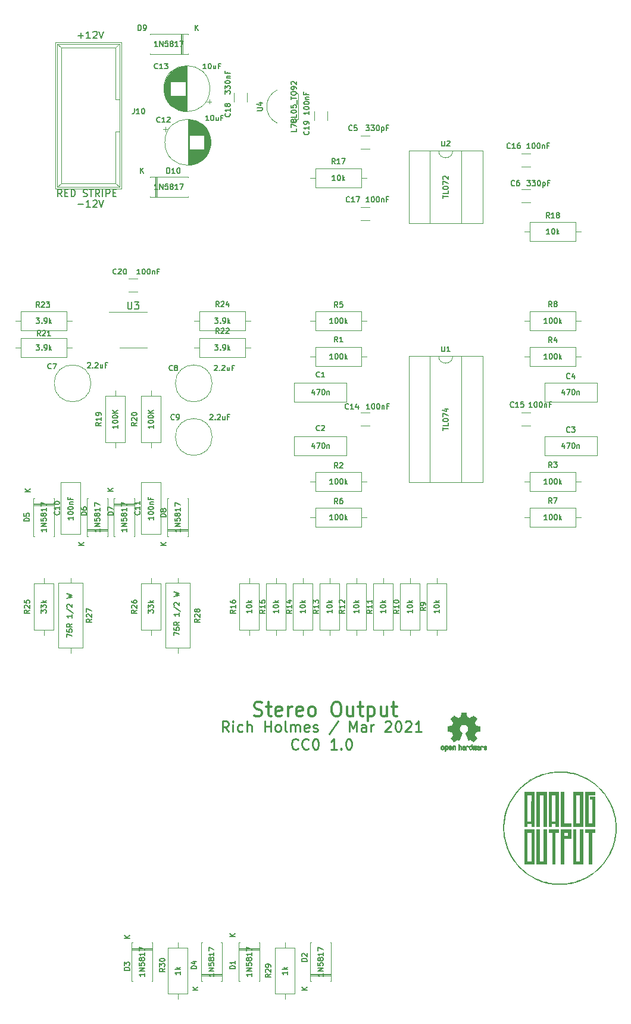
<source format=gbr>
%TF.GenerationSoftware,KiCad,Pcbnew,5.1.9-73d0e3b20d~88~ubuntu20.04.1*%
%TF.CreationDate,2021-04-01T10:52:14-04:00*%
%TF.ProjectId,ao_output,616f5f6f-7574-4707-9574-2e6b69636164,rev?*%
%TF.SameCoordinates,Original*%
%TF.FileFunction,Legend,Top*%
%TF.FilePolarity,Positive*%
%FSLAX46Y46*%
G04 Gerber Fmt 4.6, Leading zero omitted, Abs format (unit mm)*
G04 Created by KiCad (PCBNEW 5.1.9-73d0e3b20d~88~ubuntu20.04.1) date 2021-04-01 10:52:14*
%MOMM*%
%LPD*%
G01*
G04 APERTURE LIST*
%ADD10C,0.250000*%
%ADD11C,0.300000*%
%ADD12C,0.120000*%
%ADD13C,0.010000*%
%ADD14C,0.150000*%
G04 APERTURE END LIST*
D10*
X66900000Y-113328571D02*
X66400000Y-112614285D01*
X66042857Y-113328571D02*
X66042857Y-111828571D01*
X66614285Y-111828571D01*
X66757142Y-111900000D01*
X66828571Y-111971428D01*
X66900000Y-112114285D01*
X66900000Y-112328571D01*
X66828571Y-112471428D01*
X66757142Y-112542857D01*
X66614285Y-112614285D01*
X66042857Y-112614285D01*
X67542857Y-113328571D02*
X67542857Y-112328571D01*
X67542857Y-111828571D02*
X67471428Y-111900000D01*
X67542857Y-111971428D01*
X67614285Y-111900000D01*
X67542857Y-111828571D01*
X67542857Y-111971428D01*
X68900000Y-113257142D02*
X68757142Y-113328571D01*
X68471428Y-113328571D01*
X68328571Y-113257142D01*
X68257142Y-113185714D01*
X68185714Y-113042857D01*
X68185714Y-112614285D01*
X68257142Y-112471428D01*
X68328571Y-112400000D01*
X68471428Y-112328571D01*
X68757142Y-112328571D01*
X68900000Y-112400000D01*
X69542857Y-113328571D02*
X69542857Y-111828571D01*
X70185714Y-113328571D02*
X70185714Y-112542857D01*
X70114285Y-112400000D01*
X69971428Y-112328571D01*
X69757142Y-112328571D01*
X69614285Y-112400000D01*
X69542857Y-112471428D01*
X72042857Y-113328571D02*
X72042857Y-111828571D01*
X72042857Y-112542857D02*
X72900000Y-112542857D01*
X72900000Y-113328571D02*
X72900000Y-111828571D01*
X73828571Y-113328571D02*
X73685714Y-113257142D01*
X73614285Y-113185714D01*
X73542857Y-113042857D01*
X73542857Y-112614285D01*
X73614285Y-112471428D01*
X73685714Y-112400000D01*
X73828571Y-112328571D01*
X74042857Y-112328571D01*
X74185714Y-112400000D01*
X74257142Y-112471428D01*
X74328571Y-112614285D01*
X74328571Y-113042857D01*
X74257142Y-113185714D01*
X74185714Y-113257142D01*
X74042857Y-113328571D01*
X73828571Y-113328571D01*
X75185714Y-113328571D02*
X75042857Y-113257142D01*
X74971428Y-113114285D01*
X74971428Y-111828571D01*
X75757142Y-113328571D02*
X75757142Y-112328571D01*
X75757142Y-112471428D02*
X75828571Y-112400000D01*
X75971428Y-112328571D01*
X76185714Y-112328571D01*
X76328571Y-112400000D01*
X76400000Y-112542857D01*
X76400000Y-113328571D01*
X76400000Y-112542857D02*
X76471428Y-112400000D01*
X76614285Y-112328571D01*
X76828571Y-112328571D01*
X76971428Y-112400000D01*
X77042857Y-112542857D01*
X77042857Y-113328571D01*
X78328571Y-113257142D02*
X78185714Y-113328571D01*
X77900000Y-113328571D01*
X77757142Y-113257142D01*
X77685714Y-113114285D01*
X77685714Y-112542857D01*
X77757142Y-112400000D01*
X77900000Y-112328571D01*
X78185714Y-112328571D01*
X78328571Y-112400000D01*
X78400000Y-112542857D01*
X78400000Y-112685714D01*
X77685714Y-112828571D01*
X78971428Y-113257142D02*
X79114285Y-113328571D01*
X79400000Y-113328571D01*
X79542857Y-113257142D01*
X79614285Y-113114285D01*
X79614285Y-113042857D01*
X79542857Y-112900000D01*
X79400000Y-112828571D01*
X79185714Y-112828571D01*
X79042857Y-112757142D01*
X78971428Y-112614285D01*
X78971428Y-112542857D01*
X79042857Y-112400000D01*
X79185714Y-112328571D01*
X79400000Y-112328571D01*
X79542857Y-112400000D01*
X82471428Y-111757142D02*
X81185714Y-113685714D01*
X84114285Y-113328571D02*
X84114285Y-111828571D01*
X84614285Y-112900000D01*
X85114285Y-111828571D01*
X85114285Y-113328571D01*
X86471428Y-113328571D02*
X86471428Y-112542857D01*
X86400000Y-112400000D01*
X86257142Y-112328571D01*
X85971428Y-112328571D01*
X85828571Y-112400000D01*
X86471428Y-113257142D02*
X86328571Y-113328571D01*
X85971428Y-113328571D01*
X85828571Y-113257142D01*
X85757142Y-113114285D01*
X85757142Y-112971428D01*
X85828571Y-112828571D01*
X85971428Y-112757142D01*
X86328571Y-112757142D01*
X86471428Y-112685714D01*
X87185714Y-113328571D02*
X87185714Y-112328571D01*
X87185714Y-112614285D02*
X87257142Y-112471428D01*
X87328571Y-112400000D01*
X87471428Y-112328571D01*
X87614285Y-112328571D01*
X89185714Y-111971428D02*
X89257142Y-111900000D01*
X89400000Y-111828571D01*
X89757142Y-111828571D01*
X89900000Y-111900000D01*
X89971428Y-111971428D01*
X90042857Y-112114285D01*
X90042857Y-112257142D01*
X89971428Y-112471428D01*
X89114285Y-113328571D01*
X90042857Y-113328571D01*
X90971428Y-111828571D02*
X91114285Y-111828571D01*
X91257142Y-111900000D01*
X91328571Y-111971428D01*
X91400000Y-112114285D01*
X91471428Y-112400000D01*
X91471428Y-112757142D01*
X91400000Y-113042857D01*
X91328571Y-113185714D01*
X91257142Y-113257142D01*
X91114285Y-113328571D01*
X90971428Y-113328571D01*
X90828571Y-113257142D01*
X90757142Y-113185714D01*
X90685714Y-113042857D01*
X90614285Y-112757142D01*
X90614285Y-112400000D01*
X90685714Y-112114285D01*
X90757142Y-111971428D01*
X90828571Y-111900000D01*
X90971428Y-111828571D01*
X92042857Y-111971428D02*
X92114285Y-111900000D01*
X92257142Y-111828571D01*
X92614285Y-111828571D01*
X92757142Y-111900000D01*
X92828571Y-111971428D01*
X92900000Y-112114285D01*
X92900000Y-112257142D01*
X92828571Y-112471428D01*
X91971428Y-113328571D01*
X92900000Y-113328571D01*
X94328571Y-113328571D02*
X93471428Y-113328571D01*
X93900000Y-113328571D02*
X93900000Y-111828571D01*
X93757142Y-112042857D01*
X93614285Y-112185714D01*
X93471428Y-112257142D01*
X76792857Y-115685714D02*
X76721428Y-115757142D01*
X76507142Y-115828571D01*
X76364285Y-115828571D01*
X76150000Y-115757142D01*
X76007142Y-115614285D01*
X75935714Y-115471428D01*
X75864285Y-115185714D01*
X75864285Y-114971428D01*
X75935714Y-114685714D01*
X76007142Y-114542857D01*
X76150000Y-114400000D01*
X76364285Y-114328571D01*
X76507142Y-114328571D01*
X76721428Y-114400000D01*
X76792857Y-114471428D01*
X78292857Y-115685714D02*
X78221428Y-115757142D01*
X78007142Y-115828571D01*
X77864285Y-115828571D01*
X77650000Y-115757142D01*
X77507142Y-115614285D01*
X77435714Y-115471428D01*
X77364285Y-115185714D01*
X77364285Y-114971428D01*
X77435714Y-114685714D01*
X77507142Y-114542857D01*
X77650000Y-114400000D01*
X77864285Y-114328571D01*
X78007142Y-114328571D01*
X78221428Y-114400000D01*
X78292857Y-114471428D01*
X79221428Y-114328571D02*
X79364285Y-114328571D01*
X79507142Y-114400000D01*
X79578571Y-114471428D01*
X79650000Y-114614285D01*
X79721428Y-114900000D01*
X79721428Y-115257142D01*
X79650000Y-115542857D01*
X79578571Y-115685714D01*
X79507142Y-115757142D01*
X79364285Y-115828571D01*
X79221428Y-115828571D01*
X79078571Y-115757142D01*
X79007142Y-115685714D01*
X78935714Y-115542857D01*
X78864285Y-115257142D01*
X78864285Y-114900000D01*
X78935714Y-114614285D01*
X79007142Y-114471428D01*
X79078571Y-114400000D01*
X79221428Y-114328571D01*
X82292857Y-115828571D02*
X81435714Y-115828571D01*
X81864285Y-115828571D02*
X81864285Y-114328571D01*
X81721428Y-114542857D01*
X81578571Y-114685714D01*
X81435714Y-114757142D01*
X82935714Y-115685714D02*
X83007142Y-115757142D01*
X82935714Y-115828571D01*
X82864285Y-115757142D01*
X82935714Y-115685714D01*
X82935714Y-115828571D01*
X83935714Y-114328571D02*
X84078571Y-114328571D01*
X84221428Y-114400000D01*
X84292857Y-114471428D01*
X84364285Y-114614285D01*
X84435714Y-114900000D01*
X84435714Y-115257142D01*
X84364285Y-115542857D01*
X84292857Y-115685714D01*
X84221428Y-115757142D01*
X84078571Y-115828571D01*
X83935714Y-115828571D01*
X83792857Y-115757142D01*
X83721428Y-115685714D01*
X83650000Y-115542857D01*
X83578571Y-115257142D01*
X83578571Y-114900000D01*
X83650000Y-114614285D01*
X83721428Y-114471428D01*
X83792857Y-114400000D01*
X83935714Y-114328571D01*
D11*
X70552380Y-111009523D02*
X70838095Y-111104761D01*
X71314285Y-111104761D01*
X71504761Y-111009523D01*
X71600000Y-110914285D01*
X71695238Y-110723809D01*
X71695238Y-110533333D01*
X71600000Y-110342857D01*
X71504761Y-110247619D01*
X71314285Y-110152380D01*
X70933333Y-110057142D01*
X70742857Y-109961904D01*
X70647619Y-109866666D01*
X70552380Y-109676190D01*
X70552380Y-109485714D01*
X70647619Y-109295238D01*
X70742857Y-109200000D01*
X70933333Y-109104761D01*
X71409523Y-109104761D01*
X71695238Y-109200000D01*
X72266666Y-109771428D02*
X73028571Y-109771428D01*
X72552380Y-109104761D02*
X72552380Y-110819047D01*
X72647619Y-111009523D01*
X72838095Y-111104761D01*
X73028571Y-111104761D01*
X74457142Y-111009523D02*
X74266666Y-111104761D01*
X73885714Y-111104761D01*
X73695238Y-111009523D01*
X73600000Y-110819047D01*
X73600000Y-110057142D01*
X73695238Y-109866666D01*
X73885714Y-109771428D01*
X74266666Y-109771428D01*
X74457142Y-109866666D01*
X74552380Y-110057142D01*
X74552380Y-110247619D01*
X73600000Y-110438095D01*
X75409523Y-111104761D02*
X75409523Y-109771428D01*
X75409523Y-110152380D02*
X75504761Y-109961904D01*
X75600000Y-109866666D01*
X75790476Y-109771428D01*
X75980952Y-109771428D01*
X77409523Y-111009523D02*
X77219047Y-111104761D01*
X76838095Y-111104761D01*
X76647619Y-111009523D01*
X76552380Y-110819047D01*
X76552380Y-110057142D01*
X76647619Y-109866666D01*
X76838095Y-109771428D01*
X77219047Y-109771428D01*
X77409523Y-109866666D01*
X77504761Y-110057142D01*
X77504761Y-110247619D01*
X76552380Y-110438095D01*
X78647619Y-111104761D02*
X78457142Y-111009523D01*
X78361904Y-110914285D01*
X78266666Y-110723809D01*
X78266666Y-110152380D01*
X78361904Y-109961904D01*
X78457142Y-109866666D01*
X78647619Y-109771428D01*
X78933333Y-109771428D01*
X79123809Y-109866666D01*
X79219047Y-109961904D01*
X79314285Y-110152380D01*
X79314285Y-110723809D01*
X79219047Y-110914285D01*
X79123809Y-111009523D01*
X78933333Y-111104761D01*
X78647619Y-111104761D01*
X82076190Y-109104761D02*
X82457142Y-109104761D01*
X82647619Y-109200000D01*
X82838095Y-109390476D01*
X82933333Y-109771428D01*
X82933333Y-110438095D01*
X82838095Y-110819047D01*
X82647619Y-111009523D01*
X82457142Y-111104761D01*
X82076190Y-111104761D01*
X81885714Y-111009523D01*
X81695238Y-110819047D01*
X81600000Y-110438095D01*
X81600000Y-109771428D01*
X81695238Y-109390476D01*
X81885714Y-109200000D01*
X82076190Y-109104761D01*
X84647619Y-109771428D02*
X84647619Y-111104761D01*
X83790476Y-109771428D02*
X83790476Y-110819047D01*
X83885714Y-111009523D01*
X84076190Y-111104761D01*
X84361904Y-111104761D01*
X84552380Y-111009523D01*
X84647619Y-110914285D01*
X85314285Y-109771428D02*
X86076190Y-109771428D01*
X85600000Y-109104761D02*
X85600000Y-110819047D01*
X85695238Y-111009523D01*
X85885714Y-111104761D01*
X86076190Y-111104761D01*
X86742857Y-109771428D02*
X86742857Y-111771428D01*
X86742857Y-109866666D02*
X86933333Y-109771428D01*
X87314285Y-109771428D01*
X87504761Y-109866666D01*
X87600000Y-109961904D01*
X87695238Y-110152380D01*
X87695238Y-110723809D01*
X87600000Y-110914285D01*
X87504761Y-111009523D01*
X87314285Y-111104761D01*
X86933333Y-111104761D01*
X86742857Y-111009523D01*
X89409523Y-109771428D02*
X89409523Y-111104761D01*
X88552380Y-109771428D02*
X88552380Y-110819047D01*
X88647619Y-111009523D01*
X88838095Y-111104761D01*
X89123809Y-111104761D01*
X89314285Y-111009523D01*
X89409523Y-110914285D01*
X90076190Y-109771428D02*
X90838095Y-109771428D01*
X90361904Y-109104761D02*
X90361904Y-110819047D01*
X90457142Y-111009523D01*
X90647619Y-111104761D01*
X90838095Y-111104761D01*
D12*
%TO.C,R11*%
X90270000Y-92260000D02*
X87530000Y-92260000D01*
X87530000Y-92260000D02*
X87530000Y-98800000D01*
X87530000Y-98800000D02*
X90270000Y-98800000D01*
X90270000Y-98800000D02*
X90270000Y-92260000D01*
X88900000Y-91490000D02*
X88900000Y-92260000D01*
X88900000Y-99570000D02*
X88900000Y-98800000D01*
%TO.C,U3*%
X53340000Y-53600000D02*
X49890000Y-53600000D01*
X53340000Y-53600000D02*
X55290000Y-53600000D01*
X53340000Y-58720000D02*
X51390000Y-58720000D01*
X53340000Y-58720000D02*
X55290000Y-58720000D01*
%TO.C,R8*%
X109760000Y-53520000D02*
X109760000Y-56260000D01*
X109760000Y-56260000D02*
X116300000Y-56260000D01*
X116300000Y-56260000D02*
X116300000Y-53520000D01*
X116300000Y-53520000D02*
X109760000Y-53520000D01*
X108990000Y-54890000D02*
X109760000Y-54890000D01*
X117070000Y-54890000D02*
X116300000Y-54890000D01*
%TO.C,C1*%
X76250000Y-63680000D02*
X83690000Y-63680000D01*
X76250000Y-66420000D02*
X83690000Y-66420000D01*
X76250000Y-63680000D02*
X76250000Y-66420000D01*
X83690000Y-63680000D02*
X83690000Y-66420000D01*
%TO.C,C11*%
X57250000Y-77800000D02*
X57250000Y-85240000D01*
X54510000Y-77800000D02*
X54510000Y-85240000D01*
X57250000Y-77800000D02*
X54510000Y-77800000D01*
X57250000Y-85240000D02*
X54510000Y-85240000D01*
%TO.C,C10*%
X45820000Y-77800000D02*
X45820000Y-85240000D01*
X43080000Y-77800000D02*
X43080000Y-85240000D01*
X45820000Y-77800000D02*
X43080000Y-77800000D01*
X45820000Y-85240000D02*
X43080000Y-85240000D01*
%TO.C,R3*%
X109760000Y-76380000D02*
X109760000Y-79120000D01*
X109760000Y-79120000D02*
X116300000Y-79120000D01*
X116300000Y-79120000D02*
X116300000Y-76380000D01*
X116300000Y-76380000D02*
X109760000Y-76380000D01*
X108990000Y-77750000D02*
X109760000Y-77750000D01*
X117070000Y-77750000D02*
X116300000Y-77750000D01*
%TO.C,R9*%
X97890000Y-92260000D02*
X95150000Y-92260000D01*
X95150000Y-92260000D02*
X95150000Y-98800000D01*
X95150000Y-98800000D02*
X97890000Y-98800000D01*
X97890000Y-98800000D02*
X97890000Y-92260000D01*
X96520000Y-91490000D02*
X96520000Y-92260000D01*
X96520000Y-99570000D02*
X96520000Y-98800000D01*
%TO.C,R7*%
X109760000Y-81460000D02*
X109760000Y-84200000D01*
X109760000Y-84200000D02*
X116300000Y-84200000D01*
X116300000Y-84200000D02*
X116300000Y-81460000D01*
X116300000Y-81460000D02*
X109760000Y-81460000D01*
X108990000Y-82830000D02*
X109760000Y-82830000D01*
X117070000Y-82830000D02*
X116300000Y-82830000D01*
%TO.C,D2*%
X78540000Y-147990000D02*
X81480000Y-147990000D01*
X78540000Y-147750000D02*
X81480000Y-147750000D01*
X78540000Y-147870000D02*
X81480000Y-147870000D01*
X81480000Y-143330000D02*
X81350000Y-143330000D01*
X81480000Y-148770000D02*
X81480000Y-143330000D01*
X81350000Y-148770000D02*
X81480000Y-148770000D01*
X78540000Y-143330000D02*
X78670000Y-143330000D01*
X78540000Y-148770000D02*
X78540000Y-143330000D01*
X78670000Y-148770000D02*
X78540000Y-148770000D01*
%TO.C,D8*%
X58220000Y-84770000D02*
X61160000Y-84770000D01*
X58220000Y-84530000D02*
X61160000Y-84530000D01*
X58220000Y-84650000D02*
X61160000Y-84650000D01*
X61160000Y-80110000D02*
X61030000Y-80110000D01*
X61160000Y-85550000D02*
X61160000Y-80110000D01*
X61030000Y-85550000D02*
X61160000Y-85550000D01*
X58220000Y-80110000D02*
X58350000Y-80110000D01*
X58220000Y-85550000D02*
X58220000Y-80110000D01*
X58350000Y-85550000D02*
X58220000Y-85550000D01*
%TO.C,D7*%
X53540000Y-80890000D02*
X50600000Y-80890000D01*
X53540000Y-81130000D02*
X50600000Y-81130000D01*
X53540000Y-81010000D02*
X50600000Y-81010000D01*
X50600000Y-85550000D02*
X50730000Y-85550000D01*
X50600000Y-80110000D02*
X50600000Y-85550000D01*
X50730000Y-80110000D02*
X50600000Y-80110000D01*
X53540000Y-85550000D02*
X53410000Y-85550000D01*
X53540000Y-80110000D02*
X53540000Y-85550000D01*
X53410000Y-80110000D02*
X53540000Y-80110000D01*
%TO.C,R25*%
X39270000Y-98800000D02*
X42010000Y-98800000D01*
X42010000Y-98800000D02*
X42010000Y-92260000D01*
X42010000Y-92260000D02*
X39270000Y-92260000D01*
X39270000Y-92260000D02*
X39270000Y-98800000D01*
X40640000Y-99570000D02*
X40640000Y-98800000D01*
X40640000Y-91490000D02*
X40640000Y-92260000D01*
%TO.C,D4*%
X63030000Y-147990000D02*
X65970000Y-147990000D01*
X63030000Y-147750000D02*
X65970000Y-147750000D01*
X63030000Y-147870000D02*
X65970000Y-147870000D01*
X65970000Y-143330000D02*
X65840000Y-143330000D01*
X65970000Y-148770000D02*
X65970000Y-143330000D01*
X65840000Y-148770000D02*
X65970000Y-148770000D01*
X63030000Y-143330000D02*
X63160000Y-143330000D01*
X63030000Y-148770000D02*
X63030000Y-143330000D01*
X63160000Y-148770000D02*
X63030000Y-148770000D01*
%TO.C,D9*%
X60360000Y-16990000D02*
X60360000Y-14050000D01*
X60120000Y-16990000D02*
X60120000Y-14050000D01*
X60240000Y-16990000D02*
X60240000Y-14050000D01*
X55700000Y-14050000D02*
X55700000Y-14180000D01*
X61140000Y-14050000D02*
X55700000Y-14050000D01*
X61140000Y-14180000D02*
X61140000Y-14050000D01*
X55700000Y-16990000D02*
X55700000Y-16860000D01*
X61140000Y-16990000D02*
X55700000Y-16990000D01*
X61140000Y-16860000D02*
X61140000Y-16990000D01*
%TO.C,D10*%
X56480000Y-34370000D02*
X56480000Y-37310000D01*
X56720000Y-34370000D02*
X56720000Y-37310000D01*
X56600000Y-34370000D02*
X56600000Y-37310000D01*
X61140000Y-37310000D02*
X61140000Y-37180000D01*
X55700000Y-37310000D02*
X61140000Y-37310000D01*
X55700000Y-37180000D02*
X55700000Y-37310000D01*
X61140000Y-34370000D02*
X61140000Y-34500000D01*
X55700000Y-34370000D02*
X61140000Y-34370000D01*
X55700000Y-34500000D02*
X55700000Y-34370000D01*
%TO.C,C13*%
X57930000Y-27336000D02*
X57930000Y-27966000D01*
X57615000Y-27651000D02*
X58245000Y-27651000D01*
X64356241Y-29088000D02*
X64356241Y-29892000D01*
X64316241Y-28857000D02*
X64316241Y-30123000D01*
X64276241Y-28688000D02*
X64276241Y-30292000D01*
X64236241Y-28550000D02*
X64236241Y-30430000D01*
X64196241Y-28431000D02*
X64196241Y-30549000D01*
X64156241Y-28325000D02*
X64156241Y-30655000D01*
X64116241Y-28228000D02*
X64116241Y-30752000D01*
X64076241Y-28140000D02*
X64076241Y-30840000D01*
X64036241Y-28058000D02*
X64036241Y-30922000D01*
X63996241Y-27981000D02*
X63996241Y-30999000D01*
X63956241Y-27909000D02*
X63956241Y-31071000D01*
X63916241Y-27840000D02*
X63916241Y-31140000D01*
X63876241Y-27776000D02*
X63876241Y-31204000D01*
X63836241Y-27714000D02*
X63836241Y-31266000D01*
X63796241Y-27656000D02*
X63796241Y-31324000D01*
X63756241Y-27600000D02*
X63756241Y-31380000D01*
X63716241Y-27546000D02*
X63716241Y-31434000D01*
X63676241Y-27495000D02*
X63676241Y-31485000D01*
X63636241Y-27446000D02*
X63636241Y-31534000D01*
X63596241Y-27398000D02*
X63596241Y-31582000D01*
X63556241Y-27353000D02*
X63556241Y-31627000D01*
X63516241Y-27308000D02*
X63516241Y-31672000D01*
X63476241Y-27266000D02*
X63476241Y-31714000D01*
X63436241Y-27225000D02*
X63436241Y-31755000D01*
X63396241Y-30530000D02*
X63396241Y-31795000D01*
X63396241Y-27185000D02*
X63396241Y-28450000D01*
X63356241Y-30530000D02*
X63356241Y-31833000D01*
X63356241Y-27147000D02*
X63356241Y-28450000D01*
X63316241Y-30530000D02*
X63316241Y-31870000D01*
X63316241Y-27110000D02*
X63316241Y-28450000D01*
X63276241Y-30530000D02*
X63276241Y-31906000D01*
X63276241Y-27074000D02*
X63276241Y-28450000D01*
X63236241Y-30530000D02*
X63236241Y-31940000D01*
X63236241Y-27040000D02*
X63236241Y-28450000D01*
X63196241Y-30530000D02*
X63196241Y-31974000D01*
X63196241Y-27006000D02*
X63196241Y-28450000D01*
X63156241Y-30530000D02*
X63156241Y-32006000D01*
X63156241Y-26974000D02*
X63156241Y-28450000D01*
X63116241Y-30530000D02*
X63116241Y-32038000D01*
X63116241Y-26942000D02*
X63116241Y-28450000D01*
X63076241Y-30530000D02*
X63076241Y-32068000D01*
X63076241Y-26912000D02*
X63076241Y-28450000D01*
X63036241Y-30530000D02*
X63036241Y-32097000D01*
X63036241Y-26883000D02*
X63036241Y-28450000D01*
X62996241Y-30530000D02*
X62996241Y-32126000D01*
X62996241Y-26854000D02*
X62996241Y-28450000D01*
X62956241Y-30530000D02*
X62956241Y-32154000D01*
X62956241Y-26826000D02*
X62956241Y-28450000D01*
X62916241Y-30530000D02*
X62916241Y-32180000D01*
X62916241Y-26800000D02*
X62916241Y-28450000D01*
X62876241Y-30530000D02*
X62876241Y-32206000D01*
X62876241Y-26774000D02*
X62876241Y-28450000D01*
X62836241Y-30530000D02*
X62836241Y-32232000D01*
X62836241Y-26748000D02*
X62836241Y-28450000D01*
X62796241Y-30530000D02*
X62796241Y-32256000D01*
X62796241Y-26724000D02*
X62796241Y-28450000D01*
X62756241Y-30530000D02*
X62756241Y-32280000D01*
X62756241Y-26700000D02*
X62756241Y-28450000D01*
X62716241Y-30530000D02*
X62716241Y-32302000D01*
X62716241Y-26678000D02*
X62716241Y-28450000D01*
X62676241Y-30530000D02*
X62676241Y-32324000D01*
X62676241Y-26656000D02*
X62676241Y-28450000D01*
X62636241Y-30530000D02*
X62636241Y-32346000D01*
X62636241Y-26634000D02*
X62636241Y-28450000D01*
X62596241Y-30530000D02*
X62596241Y-32366000D01*
X62596241Y-26614000D02*
X62596241Y-28450000D01*
X62556241Y-30530000D02*
X62556241Y-32386000D01*
X62556241Y-26594000D02*
X62556241Y-28450000D01*
X62516241Y-30530000D02*
X62516241Y-32406000D01*
X62516241Y-26574000D02*
X62516241Y-28450000D01*
X62476241Y-30530000D02*
X62476241Y-32424000D01*
X62476241Y-26556000D02*
X62476241Y-28450000D01*
X62436241Y-30530000D02*
X62436241Y-32442000D01*
X62436241Y-26538000D02*
X62436241Y-28450000D01*
X62396241Y-30530000D02*
X62396241Y-32460000D01*
X62396241Y-26520000D02*
X62396241Y-28450000D01*
X62356241Y-30530000D02*
X62356241Y-32476000D01*
X62356241Y-26504000D02*
X62356241Y-28450000D01*
X62316241Y-30530000D02*
X62316241Y-32492000D01*
X62316241Y-26488000D02*
X62316241Y-28450000D01*
X62276241Y-30530000D02*
X62276241Y-32508000D01*
X62276241Y-26472000D02*
X62276241Y-28450000D01*
X62236241Y-30530000D02*
X62236241Y-32523000D01*
X62236241Y-26457000D02*
X62236241Y-28450000D01*
X62196241Y-30530000D02*
X62196241Y-32537000D01*
X62196241Y-26443000D02*
X62196241Y-28450000D01*
X62156241Y-30530000D02*
X62156241Y-32551000D01*
X62156241Y-26429000D02*
X62156241Y-28450000D01*
X62116241Y-30530000D02*
X62116241Y-32564000D01*
X62116241Y-26416000D02*
X62116241Y-28450000D01*
X62076241Y-30530000D02*
X62076241Y-32576000D01*
X62076241Y-26404000D02*
X62076241Y-28450000D01*
X62036241Y-30530000D02*
X62036241Y-32588000D01*
X62036241Y-26392000D02*
X62036241Y-28450000D01*
X61996241Y-30530000D02*
X61996241Y-32600000D01*
X61996241Y-26380000D02*
X61996241Y-28450000D01*
X61956241Y-30530000D02*
X61956241Y-32611000D01*
X61956241Y-26369000D02*
X61956241Y-28450000D01*
X61916241Y-30530000D02*
X61916241Y-32621000D01*
X61916241Y-26359000D02*
X61916241Y-28450000D01*
X61876241Y-30530000D02*
X61876241Y-32631000D01*
X61876241Y-26349000D02*
X61876241Y-28450000D01*
X61836241Y-30530000D02*
X61836241Y-32640000D01*
X61836241Y-26340000D02*
X61836241Y-28450000D01*
X61795241Y-30530000D02*
X61795241Y-32649000D01*
X61795241Y-26331000D02*
X61795241Y-28450000D01*
X61755241Y-30530000D02*
X61755241Y-32657000D01*
X61755241Y-26323000D02*
X61755241Y-28450000D01*
X61715241Y-30530000D02*
X61715241Y-32665000D01*
X61715241Y-26315000D02*
X61715241Y-28450000D01*
X61675241Y-30530000D02*
X61675241Y-32672000D01*
X61675241Y-26308000D02*
X61675241Y-28450000D01*
X61635241Y-30530000D02*
X61635241Y-32679000D01*
X61635241Y-26301000D02*
X61635241Y-28450000D01*
X61595241Y-30530000D02*
X61595241Y-32685000D01*
X61595241Y-26295000D02*
X61595241Y-28450000D01*
X61555241Y-30530000D02*
X61555241Y-32691000D01*
X61555241Y-26289000D02*
X61555241Y-28450000D01*
X61515241Y-30530000D02*
X61515241Y-32696000D01*
X61515241Y-26284000D02*
X61515241Y-28450000D01*
X61475241Y-30530000D02*
X61475241Y-32701000D01*
X61475241Y-26279000D02*
X61475241Y-28450000D01*
X61435241Y-30530000D02*
X61435241Y-32705000D01*
X61435241Y-26275000D02*
X61435241Y-28450000D01*
X61395241Y-30530000D02*
X61395241Y-32708000D01*
X61395241Y-26272000D02*
X61395241Y-28450000D01*
X61355241Y-30530000D02*
X61355241Y-32712000D01*
X61355241Y-26268000D02*
X61355241Y-28450000D01*
X61315241Y-26266000D02*
X61315241Y-32714000D01*
X61275241Y-26263000D02*
X61275241Y-32717000D01*
X61235241Y-26262000D02*
X61235241Y-32718000D01*
X61195241Y-26260000D02*
X61195241Y-32720000D01*
X61155241Y-26260000D02*
X61155241Y-32720000D01*
X61115241Y-26260000D02*
X61115241Y-32720000D01*
X64385241Y-29490000D02*
G75*
G03*
X64385241Y-29490000I-3270000J0D01*
G01*
%TO.C,C14*%
X87009000Y-67940000D02*
X85751000Y-67940000D01*
X87009000Y-69780000D02*
X85751000Y-69780000D01*
%TO.C,R5*%
X85820000Y-56260000D02*
X85820000Y-53520000D01*
X85820000Y-53520000D02*
X79280000Y-53520000D01*
X79280000Y-53520000D02*
X79280000Y-56260000D01*
X79280000Y-56260000D02*
X85820000Y-56260000D01*
X86590000Y-54890000D02*
X85820000Y-54890000D01*
X78510000Y-54890000D02*
X79280000Y-54890000D01*
%TO.C,R16*%
X71220000Y-92260000D02*
X68480000Y-92260000D01*
X68480000Y-92260000D02*
X68480000Y-98800000D01*
X68480000Y-98800000D02*
X71220000Y-98800000D01*
X71220000Y-98800000D02*
X71220000Y-92260000D01*
X69850000Y-91490000D02*
X69850000Y-92260000D01*
X69850000Y-99570000D02*
X69850000Y-98800000D01*
%TO.C,R2*%
X85820000Y-79120000D02*
X85820000Y-76380000D01*
X85820000Y-76380000D02*
X79280000Y-76380000D01*
X79280000Y-76380000D02*
X79280000Y-79120000D01*
X79280000Y-79120000D02*
X85820000Y-79120000D01*
X86590000Y-77750000D02*
X85820000Y-77750000D01*
X78510000Y-77750000D02*
X79280000Y-77750000D01*
%TO.C,R15*%
X75030000Y-92260000D02*
X72290000Y-92260000D01*
X72290000Y-92260000D02*
X72290000Y-98800000D01*
X72290000Y-98800000D02*
X75030000Y-98800000D01*
X75030000Y-98800000D02*
X75030000Y-92260000D01*
X73660000Y-91490000D02*
X73660000Y-92260000D01*
X73660000Y-99570000D02*
X73660000Y-98800000D01*
%TO.C,R12*%
X86460000Y-92260000D02*
X83720000Y-92260000D01*
X83720000Y-92260000D02*
X83720000Y-98800000D01*
X83720000Y-98800000D02*
X86460000Y-98800000D01*
X86460000Y-98800000D02*
X86460000Y-92260000D01*
X85090000Y-91490000D02*
X85090000Y-92260000D01*
X85090000Y-99570000D02*
X85090000Y-98800000D01*
%TO.C,C8*%
X64580000Y-63780000D02*
G75*
G03*
X64580000Y-63780000I-2620000J0D01*
G01*
%TO.C,C17*%
X85711000Y-40570000D02*
X86969000Y-40570000D01*
X85711000Y-38730000D02*
X86969000Y-38730000D01*
%TO.C,J10*%
X50860000Y-27930000D02*
X50860000Y-35310000D01*
X51360000Y-27930000D02*
X50880000Y-27930000D01*
X50860000Y-23430000D02*
X51370000Y-23430000D01*
X50860000Y-16060000D02*
X50860000Y-23410000D01*
X50860000Y-16060000D02*
X51360000Y-15560000D01*
X43110000Y-16060000D02*
X50860000Y-16060000D01*
X43110000Y-16060000D02*
X42560000Y-15510000D01*
X43110000Y-35310000D02*
X43110000Y-16060000D01*
X43110000Y-35310000D02*
X42560000Y-35860000D01*
X50860000Y-35310000D02*
X43110000Y-35310000D01*
X51410000Y-35860000D02*
X50860000Y-35310000D01*
X51410000Y-15510000D02*
X51410000Y-35860000D01*
X42560000Y-15510000D02*
X51410000Y-15510000D01*
X42560000Y-35860000D02*
X42560000Y-15510000D01*
X51410000Y-35860000D02*
X42560000Y-35860000D01*
X51665000Y-36110000D02*
X42315000Y-36110000D01*
X51665000Y-15250000D02*
X51665000Y-36110000D01*
X42315000Y-15250000D02*
X51665000Y-15250000D01*
X42315000Y-36110000D02*
X42315000Y-15250000D01*
%TO.C,D1*%
X71320000Y-144110000D02*
X68380000Y-144110000D01*
X71320000Y-144350000D02*
X68380000Y-144350000D01*
X71320000Y-144230000D02*
X68380000Y-144230000D01*
X68380000Y-148770000D02*
X68510000Y-148770000D01*
X68380000Y-143330000D02*
X68380000Y-148770000D01*
X68510000Y-143330000D02*
X68380000Y-143330000D01*
X71320000Y-148770000D02*
X71190000Y-148770000D01*
X71320000Y-143330000D02*
X71320000Y-148770000D01*
X71190000Y-143330000D02*
X71320000Y-143330000D01*
%TO.C,C18*%
X67660000Y-22491000D02*
X67660000Y-23749000D01*
X69500000Y-22491000D02*
X69500000Y-23749000D01*
%TO.C,C4*%
X119330000Y-66420000D02*
X111890000Y-66420000D01*
X119330000Y-63680000D02*
X111890000Y-63680000D01*
X119330000Y-66420000D02*
X119330000Y-63680000D01*
X111890000Y-66420000D02*
X111890000Y-63680000D01*
%TO.C,R13*%
X82650000Y-92260000D02*
X79910000Y-92260000D01*
X79910000Y-92260000D02*
X79910000Y-98800000D01*
X79910000Y-98800000D02*
X82650000Y-98800000D01*
X82650000Y-98800000D02*
X82650000Y-92260000D01*
X81280000Y-91490000D02*
X81280000Y-92260000D01*
X81280000Y-99570000D02*
X81280000Y-98800000D01*
%TO.C,C9*%
X64580000Y-71400000D02*
G75*
G03*
X64580000Y-71400000I-2620000J0D01*
G01*
%TO.C,U1*%
X96790000Y-59910000D02*
X95540000Y-59910000D01*
X95540000Y-59910000D02*
X95540000Y-77810000D01*
X95540000Y-77810000D02*
X100040000Y-77810000D01*
X100040000Y-77810000D02*
X100040000Y-59910000D01*
X100040000Y-59910000D02*
X98790000Y-59910000D01*
X92540000Y-59850000D02*
X92540000Y-77870000D01*
X92540000Y-77870000D02*
X103040000Y-77870000D01*
X103040000Y-77870000D02*
X103040000Y-59850000D01*
X103040000Y-59850000D02*
X92540000Y-59850000D01*
X98790000Y-59910000D02*
G75*
G02*
X96790000Y-59910000I-1000000J0D01*
G01*
%TO.C,R29*%
X73560000Y-150590000D02*
X76300000Y-150590000D01*
X76300000Y-150590000D02*
X76300000Y-144050000D01*
X76300000Y-144050000D02*
X73560000Y-144050000D01*
X73560000Y-144050000D02*
X73560000Y-150590000D01*
X74930000Y-151360000D02*
X74930000Y-150590000D01*
X74930000Y-143280000D02*
X74930000Y-144050000D01*
%TO.C,C6*%
X109869000Y-36190000D02*
X108611000Y-36190000D01*
X109869000Y-38030000D02*
X108611000Y-38030000D01*
%TO.C,R30*%
X61060000Y-144050000D02*
X58320000Y-144050000D01*
X58320000Y-144050000D02*
X58320000Y-150590000D01*
X58320000Y-150590000D02*
X61060000Y-150590000D01*
X61060000Y-150590000D02*
X61060000Y-144050000D01*
X59690000Y-143280000D02*
X59690000Y-144050000D01*
X59690000Y-151360000D02*
X59690000Y-150590000D01*
%TO.C,D6*%
X46790000Y-84770000D02*
X49730000Y-84770000D01*
X46790000Y-84530000D02*
X49730000Y-84530000D01*
X46790000Y-84650000D02*
X49730000Y-84650000D01*
X49730000Y-80110000D02*
X49600000Y-80110000D01*
X49730000Y-85550000D02*
X49730000Y-80110000D01*
X49600000Y-85550000D02*
X49730000Y-85550000D01*
X46790000Y-80110000D02*
X46920000Y-80110000D01*
X46790000Y-85550000D02*
X46790000Y-80110000D01*
X46920000Y-85550000D02*
X46790000Y-85550000D01*
%TO.C,C16*%
X108571000Y-32950000D02*
X109829000Y-32950000D01*
X108571000Y-31110000D02*
X109829000Y-31110000D01*
%TO.C,C7*%
X47340000Y-63780000D02*
G75*
G03*
X47340000Y-63780000I-2620000J0D01*
G01*
%TO.C,D5*%
X42110000Y-80890000D02*
X39170000Y-80890000D01*
X42110000Y-81130000D02*
X39170000Y-81130000D01*
X42110000Y-81010000D02*
X39170000Y-81010000D01*
X39170000Y-85550000D02*
X39300000Y-85550000D01*
X39170000Y-80110000D02*
X39170000Y-85550000D01*
X39300000Y-80110000D02*
X39170000Y-80110000D01*
X42110000Y-85550000D02*
X41980000Y-85550000D01*
X42110000Y-80110000D02*
X42110000Y-85550000D01*
X41980000Y-80110000D02*
X42110000Y-80110000D01*
%TO.C,U2*%
X103040000Y-30640000D02*
X92540000Y-30640000D01*
X103040000Y-41040000D02*
X103040000Y-30640000D01*
X92540000Y-41040000D02*
X103040000Y-41040000D01*
X92540000Y-30640000D02*
X92540000Y-41040000D01*
X100040000Y-30700000D02*
X98790000Y-30700000D01*
X100040000Y-40980000D02*
X100040000Y-30700000D01*
X95540000Y-40980000D02*
X100040000Y-40980000D01*
X95540000Y-30700000D02*
X95540000Y-40980000D01*
X96790000Y-30700000D02*
X95540000Y-30700000D01*
X98790000Y-30700000D02*
G75*
G02*
X96790000Y-30700000I-1000000J0D01*
G01*
%TO.C,C2*%
X76250000Y-71300000D02*
X83690000Y-71300000D01*
X76250000Y-74040000D02*
X83690000Y-74040000D01*
X76250000Y-71300000D02*
X76250000Y-74040000D01*
X83690000Y-71300000D02*
X83690000Y-74040000D01*
%TO.C,R21*%
X43910000Y-60070000D02*
X43910000Y-57330000D01*
X43910000Y-57330000D02*
X37370000Y-57330000D01*
X37370000Y-57330000D02*
X37370000Y-60070000D01*
X37370000Y-60070000D02*
X43910000Y-60070000D01*
X44680000Y-58700000D02*
X43910000Y-58700000D01*
X36600000Y-58700000D02*
X37370000Y-58700000D01*
%TO.C,C15*%
X109869000Y-67940000D02*
X108611000Y-67940000D01*
X109869000Y-69780000D02*
X108611000Y-69780000D01*
%TO.C,R17*%
X79280000Y-33200000D02*
X79280000Y-35940000D01*
X79280000Y-35940000D02*
X85820000Y-35940000D01*
X85820000Y-35940000D02*
X85820000Y-33200000D01*
X85820000Y-33200000D02*
X79280000Y-33200000D01*
X78510000Y-34570000D02*
X79280000Y-34570000D01*
X86590000Y-34570000D02*
X85820000Y-34570000D01*
%TO.C,R23*%
X43910000Y-56260000D02*
X43910000Y-53520000D01*
X43910000Y-53520000D02*
X37370000Y-53520000D01*
X37370000Y-53520000D02*
X37370000Y-56260000D01*
X37370000Y-56260000D02*
X43910000Y-56260000D01*
X44680000Y-54890000D02*
X43910000Y-54890000D01*
X36600000Y-54890000D02*
X37370000Y-54890000D01*
%TO.C,R6*%
X85820000Y-84200000D02*
X85820000Y-81460000D01*
X85820000Y-81460000D02*
X79280000Y-81460000D01*
X79280000Y-81460000D02*
X79280000Y-84200000D01*
X79280000Y-84200000D02*
X85820000Y-84200000D01*
X86590000Y-82830000D02*
X85820000Y-82830000D01*
X78510000Y-82830000D02*
X79280000Y-82830000D01*
%TO.C,C20*%
X53989000Y-48890000D02*
X52731000Y-48890000D01*
X53989000Y-50730000D02*
X52731000Y-50730000D01*
D13*
%TO.C,GRAF4*%
G36*
X97949744Y-115269918D02*
G01*
X98005201Y-115297568D01*
X98054148Y-115348480D01*
X98067629Y-115367338D01*
X98082314Y-115392015D01*
X98091842Y-115418816D01*
X98097293Y-115454587D01*
X98099747Y-115506169D01*
X98100286Y-115574267D01*
X98097852Y-115667588D01*
X98089394Y-115737657D01*
X98073174Y-115789931D01*
X98047454Y-115829869D01*
X98010497Y-115862929D01*
X98007782Y-115864886D01*
X97971360Y-115884908D01*
X97927502Y-115894815D01*
X97871724Y-115897257D01*
X97781048Y-115897257D01*
X97781010Y-115985283D01*
X97780166Y-116034308D01*
X97775024Y-116063065D01*
X97761587Y-116080311D01*
X97735858Y-116094808D01*
X97729679Y-116097769D01*
X97700764Y-116111648D01*
X97678376Y-116120414D01*
X97661729Y-116121171D01*
X97650036Y-116111023D01*
X97642510Y-116087073D01*
X97638366Y-116046426D01*
X97636815Y-115986186D01*
X97637071Y-115903455D01*
X97638349Y-115795339D01*
X97638748Y-115763000D01*
X97640185Y-115651524D01*
X97641472Y-115578603D01*
X97780971Y-115578603D01*
X97781755Y-115640499D01*
X97785240Y-115680997D01*
X97793124Y-115707708D01*
X97807105Y-115728244D01*
X97816597Y-115738260D01*
X97855404Y-115767567D01*
X97889763Y-115769952D01*
X97925216Y-115745750D01*
X97926114Y-115744857D01*
X97940539Y-115726153D01*
X97949313Y-115700732D01*
X97953739Y-115661584D01*
X97955118Y-115601697D01*
X97955143Y-115588430D01*
X97951812Y-115505901D01*
X97940969Y-115448691D01*
X97921340Y-115413766D01*
X97891650Y-115398094D01*
X97874491Y-115396514D01*
X97833766Y-115403926D01*
X97805832Y-115428330D01*
X97789017Y-115472980D01*
X97781650Y-115541130D01*
X97780971Y-115578603D01*
X97641472Y-115578603D01*
X97641708Y-115565245D01*
X97643677Y-115500333D01*
X97646450Y-115452958D01*
X97650388Y-115419290D01*
X97655849Y-115395498D01*
X97663192Y-115377753D01*
X97672777Y-115362224D01*
X97676887Y-115356381D01*
X97731405Y-115301185D01*
X97800336Y-115269890D01*
X97880072Y-115261165D01*
X97949744Y-115269918D01*
G37*
X97949744Y-115269918D02*
X98005201Y-115297568D01*
X98054148Y-115348480D01*
X98067629Y-115367338D01*
X98082314Y-115392015D01*
X98091842Y-115418816D01*
X98097293Y-115454587D01*
X98099747Y-115506169D01*
X98100286Y-115574267D01*
X98097852Y-115667588D01*
X98089394Y-115737657D01*
X98073174Y-115789931D01*
X98047454Y-115829869D01*
X98010497Y-115862929D01*
X98007782Y-115864886D01*
X97971360Y-115884908D01*
X97927502Y-115894815D01*
X97871724Y-115897257D01*
X97781048Y-115897257D01*
X97781010Y-115985283D01*
X97780166Y-116034308D01*
X97775024Y-116063065D01*
X97761587Y-116080311D01*
X97735858Y-116094808D01*
X97729679Y-116097769D01*
X97700764Y-116111648D01*
X97678376Y-116120414D01*
X97661729Y-116121171D01*
X97650036Y-116111023D01*
X97642510Y-116087073D01*
X97638366Y-116046426D01*
X97636815Y-115986186D01*
X97637071Y-115903455D01*
X97638349Y-115795339D01*
X97638748Y-115763000D01*
X97640185Y-115651524D01*
X97641472Y-115578603D01*
X97780971Y-115578603D01*
X97781755Y-115640499D01*
X97785240Y-115680997D01*
X97793124Y-115707708D01*
X97807105Y-115728244D01*
X97816597Y-115738260D01*
X97855404Y-115767567D01*
X97889763Y-115769952D01*
X97925216Y-115745750D01*
X97926114Y-115744857D01*
X97940539Y-115726153D01*
X97949313Y-115700732D01*
X97953739Y-115661584D01*
X97955118Y-115601697D01*
X97955143Y-115588430D01*
X97951812Y-115505901D01*
X97940969Y-115448691D01*
X97921340Y-115413766D01*
X97891650Y-115398094D01*
X97874491Y-115396514D01*
X97833766Y-115403926D01*
X97805832Y-115428330D01*
X97789017Y-115472980D01*
X97781650Y-115541130D01*
X97780971Y-115578603D01*
X97641472Y-115578603D01*
X97641708Y-115565245D01*
X97643677Y-115500333D01*
X97646450Y-115452958D01*
X97650388Y-115419290D01*
X97655849Y-115395498D01*
X97663192Y-115377753D01*
X97672777Y-115362224D01*
X97676887Y-115356381D01*
X97731405Y-115301185D01*
X97800336Y-115269890D01*
X97880072Y-115261165D01*
X97949744Y-115269918D01*
G36*
X99066093Y-115277780D02*
G01*
X99112672Y-115304723D01*
X99145057Y-115331466D01*
X99168742Y-115359484D01*
X99185059Y-115393748D01*
X99195339Y-115439227D01*
X99200914Y-115500892D01*
X99203116Y-115583711D01*
X99203371Y-115643246D01*
X99203371Y-115862391D01*
X99141686Y-115890044D01*
X99080000Y-115917697D01*
X99072743Y-115677670D01*
X99069744Y-115588028D01*
X99066598Y-115522962D01*
X99062701Y-115478026D01*
X99057447Y-115448770D01*
X99050231Y-115430748D01*
X99040450Y-115419511D01*
X99037312Y-115417079D01*
X98989761Y-115398083D01*
X98941697Y-115405600D01*
X98913086Y-115425543D01*
X98901447Y-115439675D01*
X98893391Y-115458220D01*
X98888271Y-115486334D01*
X98885441Y-115529173D01*
X98884256Y-115591895D01*
X98884057Y-115657261D01*
X98884018Y-115739268D01*
X98882614Y-115797316D01*
X98877914Y-115836465D01*
X98867987Y-115861780D01*
X98850903Y-115878323D01*
X98824732Y-115891156D01*
X98789775Y-115904491D01*
X98751596Y-115919007D01*
X98756141Y-115661389D01*
X98757971Y-115568519D01*
X98760112Y-115499889D01*
X98763181Y-115450711D01*
X98767794Y-115416198D01*
X98774568Y-115391562D01*
X98784119Y-115372016D01*
X98795634Y-115354770D01*
X98851190Y-115299680D01*
X98918980Y-115267822D01*
X98992713Y-115260191D01*
X99066093Y-115277780D01*
G37*
X99066093Y-115277780D02*
X99112672Y-115304723D01*
X99145057Y-115331466D01*
X99168742Y-115359484D01*
X99185059Y-115393748D01*
X99195339Y-115439227D01*
X99200914Y-115500892D01*
X99203116Y-115583711D01*
X99203371Y-115643246D01*
X99203371Y-115862391D01*
X99141686Y-115890044D01*
X99080000Y-115917697D01*
X99072743Y-115677670D01*
X99069744Y-115588028D01*
X99066598Y-115522962D01*
X99062701Y-115478026D01*
X99057447Y-115448770D01*
X99050231Y-115430748D01*
X99040450Y-115419511D01*
X99037312Y-115417079D01*
X98989761Y-115398083D01*
X98941697Y-115405600D01*
X98913086Y-115425543D01*
X98901447Y-115439675D01*
X98893391Y-115458220D01*
X98888271Y-115486334D01*
X98885441Y-115529173D01*
X98884256Y-115591895D01*
X98884057Y-115657261D01*
X98884018Y-115739268D01*
X98882614Y-115797316D01*
X98877914Y-115836465D01*
X98867987Y-115861780D01*
X98850903Y-115878323D01*
X98824732Y-115891156D01*
X98789775Y-115904491D01*
X98751596Y-115919007D01*
X98756141Y-115661389D01*
X98757971Y-115568519D01*
X98760112Y-115499889D01*
X98763181Y-115450711D01*
X98767794Y-115416198D01*
X98774568Y-115391562D01*
X98784119Y-115372016D01*
X98795634Y-115354770D01*
X98851190Y-115299680D01*
X98918980Y-115267822D01*
X98992713Y-115260191D01*
X99066093Y-115277780D01*
G36*
X97391115Y-115271962D02*
G01*
X97459145Y-115307733D01*
X97509351Y-115365301D01*
X97527185Y-115402312D01*
X97541063Y-115457882D01*
X97548167Y-115528096D01*
X97548840Y-115604727D01*
X97543427Y-115679552D01*
X97532270Y-115744342D01*
X97515714Y-115790873D01*
X97510626Y-115798887D01*
X97450355Y-115858707D01*
X97378769Y-115894535D01*
X97301092Y-115905020D01*
X97222548Y-115888810D01*
X97200689Y-115879092D01*
X97158122Y-115849143D01*
X97120763Y-115809433D01*
X97117232Y-115804397D01*
X97102881Y-115780124D01*
X97093394Y-115754178D01*
X97087790Y-115720022D01*
X97085086Y-115671119D01*
X97084299Y-115600935D01*
X97084286Y-115585200D01*
X97084322Y-115580192D01*
X97229429Y-115580192D01*
X97230273Y-115646430D01*
X97233596Y-115690386D01*
X97240583Y-115718779D01*
X97252416Y-115738325D01*
X97258457Y-115744857D01*
X97293186Y-115769680D01*
X97326903Y-115768548D01*
X97360995Y-115747016D01*
X97381329Y-115724029D01*
X97393371Y-115690478D01*
X97400134Y-115637569D01*
X97400598Y-115631399D01*
X97401752Y-115535513D01*
X97389688Y-115464299D01*
X97364570Y-115418194D01*
X97326560Y-115397635D01*
X97312992Y-115396514D01*
X97277364Y-115402152D01*
X97252994Y-115421686D01*
X97238093Y-115459042D01*
X97230875Y-115518150D01*
X97229429Y-115580192D01*
X97084322Y-115580192D01*
X97084826Y-115510413D01*
X97087096Y-115458159D01*
X97092068Y-115421949D01*
X97100713Y-115395299D01*
X97114005Y-115371722D01*
X97116943Y-115367338D01*
X97166313Y-115308249D01*
X97220109Y-115273947D01*
X97285602Y-115260331D01*
X97307842Y-115259665D01*
X97391115Y-115271962D01*
G37*
X97391115Y-115271962D02*
X97459145Y-115307733D01*
X97509351Y-115365301D01*
X97527185Y-115402312D01*
X97541063Y-115457882D01*
X97548167Y-115528096D01*
X97548840Y-115604727D01*
X97543427Y-115679552D01*
X97532270Y-115744342D01*
X97515714Y-115790873D01*
X97510626Y-115798887D01*
X97450355Y-115858707D01*
X97378769Y-115894535D01*
X97301092Y-115905020D01*
X97222548Y-115888810D01*
X97200689Y-115879092D01*
X97158122Y-115849143D01*
X97120763Y-115809433D01*
X97117232Y-115804397D01*
X97102881Y-115780124D01*
X97093394Y-115754178D01*
X97087790Y-115720022D01*
X97085086Y-115671119D01*
X97084299Y-115600935D01*
X97084286Y-115585200D01*
X97084322Y-115580192D01*
X97229429Y-115580192D01*
X97230273Y-115646430D01*
X97233596Y-115690386D01*
X97240583Y-115718779D01*
X97252416Y-115738325D01*
X97258457Y-115744857D01*
X97293186Y-115769680D01*
X97326903Y-115768548D01*
X97360995Y-115747016D01*
X97381329Y-115724029D01*
X97393371Y-115690478D01*
X97400134Y-115637569D01*
X97400598Y-115631399D01*
X97401752Y-115535513D01*
X97389688Y-115464299D01*
X97364570Y-115418194D01*
X97326560Y-115397635D01*
X97312992Y-115396514D01*
X97277364Y-115402152D01*
X97252994Y-115421686D01*
X97238093Y-115459042D01*
X97230875Y-115518150D01*
X97229429Y-115580192D01*
X97084322Y-115580192D01*
X97084826Y-115510413D01*
X97087096Y-115458159D01*
X97092068Y-115421949D01*
X97100713Y-115395299D01*
X97114005Y-115371722D01*
X97116943Y-115367338D01*
X97166313Y-115308249D01*
X97220109Y-115273947D01*
X97285602Y-115260331D01*
X97307842Y-115259665D01*
X97391115Y-115271962D01*
G36*
X98518303Y-115281239D02*
G01*
X98575527Y-115319735D01*
X98619749Y-115375335D01*
X98646167Y-115446086D01*
X98651510Y-115498162D01*
X98650903Y-115519893D01*
X98645822Y-115536531D01*
X98631855Y-115551437D01*
X98604589Y-115567973D01*
X98559612Y-115589498D01*
X98492511Y-115619374D01*
X98492171Y-115619524D01*
X98430407Y-115647813D01*
X98379759Y-115672933D01*
X98345404Y-115692179D01*
X98332518Y-115702848D01*
X98332514Y-115702934D01*
X98343872Y-115726166D01*
X98370431Y-115751774D01*
X98400923Y-115770221D01*
X98416370Y-115773886D01*
X98458515Y-115761212D01*
X98494808Y-115729471D01*
X98512517Y-115694572D01*
X98529552Y-115668845D01*
X98562922Y-115639546D01*
X98602149Y-115614235D01*
X98636756Y-115600471D01*
X98643993Y-115599714D01*
X98652139Y-115612160D01*
X98652630Y-115643972D01*
X98646643Y-115686866D01*
X98635357Y-115732558D01*
X98619950Y-115772761D01*
X98619171Y-115774322D01*
X98572804Y-115839062D01*
X98512711Y-115883097D01*
X98444465Y-115904711D01*
X98373638Y-115902185D01*
X98305804Y-115873804D01*
X98302788Y-115871808D01*
X98249427Y-115823448D01*
X98214340Y-115760352D01*
X98194922Y-115677387D01*
X98192316Y-115654078D01*
X98187701Y-115544055D01*
X98193233Y-115492748D01*
X98332514Y-115492748D01*
X98334324Y-115524753D01*
X98344222Y-115534093D01*
X98368898Y-115527105D01*
X98407795Y-115510587D01*
X98451275Y-115489881D01*
X98452356Y-115489333D01*
X98489209Y-115469949D01*
X98504000Y-115457013D01*
X98500353Y-115443451D01*
X98484995Y-115425632D01*
X98445923Y-115399845D01*
X98403846Y-115397950D01*
X98366103Y-115416717D01*
X98340034Y-115452915D01*
X98332514Y-115492748D01*
X98193233Y-115492748D01*
X98197194Y-115456027D01*
X98221550Y-115386212D01*
X98255456Y-115337302D01*
X98316653Y-115287878D01*
X98384063Y-115263359D01*
X98452880Y-115261797D01*
X98518303Y-115281239D01*
G37*
X98518303Y-115281239D02*
X98575527Y-115319735D01*
X98619749Y-115375335D01*
X98646167Y-115446086D01*
X98651510Y-115498162D01*
X98650903Y-115519893D01*
X98645822Y-115536531D01*
X98631855Y-115551437D01*
X98604589Y-115567973D01*
X98559612Y-115589498D01*
X98492511Y-115619374D01*
X98492171Y-115619524D01*
X98430407Y-115647813D01*
X98379759Y-115672933D01*
X98345404Y-115692179D01*
X98332518Y-115702848D01*
X98332514Y-115702934D01*
X98343872Y-115726166D01*
X98370431Y-115751774D01*
X98400923Y-115770221D01*
X98416370Y-115773886D01*
X98458515Y-115761212D01*
X98494808Y-115729471D01*
X98512517Y-115694572D01*
X98529552Y-115668845D01*
X98562922Y-115639546D01*
X98602149Y-115614235D01*
X98636756Y-115600471D01*
X98643993Y-115599714D01*
X98652139Y-115612160D01*
X98652630Y-115643972D01*
X98646643Y-115686866D01*
X98635357Y-115732558D01*
X98619950Y-115772761D01*
X98619171Y-115774322D01*
X98572804Y-115839062D01*
X98512711Y-115883097D01*
X98444465Y-115904711D01*
X98373638Y-115902185D01*
X98305804Y-115873804D01*
X98302788Y-115871808D01*
X98249427Y-115823448D01*
X98214340Y-115760352D01*
X98194922Y-115677387D01*
X98192316Y-115654078D01*
X98187701Y-115544055D01*
X98193233Y-115492748D01*
X98332514Y-115492748D01*
X98334324Y-115524753D01*
X98344222Y-115534093D01*
X98368898Y-115527105D01*
X98407795Y-115510587D01*
X98451275Y-115489881D01*
X98452356Y-115489333D01*
X98489209Y-115469949D01*
X98504000Y-115457013D01*
X98500353Y-115443451D01*
X98484995Y-115425632D01*
X98445923Y-115399845D01*
X98403846Y-115397950D01*
X98366103Y-115416717D01*
X98340034Y-115452915D01*
X98332514Y-115492748D01*
X98193233Y-115492748D01*
X98197194Y-115456027D01*
X98221550Y-115386212D01*
X98255456Y-115337302D01*
X98316653Y-115287878D01*
X98384063Y-115263359D01*
X98452880Y-115261797D01*
X98518303Y-115281239D01*
G36*
X99725886Y-115201289D02*
G01*
X99730139Y-115260613D01*
X99735025Y-115295572D01*
X99741795Y-115310820D01*
X99751702Y-115311015D01*
X99754914Y-115309195D01*
X99797644Y-115296015D01*
X99853227Y-115296785D01*
X99909737Y-115310333D01*
X99945082Y-115327861D01*
X99981321Y-115355861D01*
X100007813Y-115387549D01*
X100025999Y-115427813D01*
X100037322Y-115481543D01*
X100043222Y-115553626D01*
X100045143Y-115648951D01*
X100045177Y-115667237D01*
X100045200Y-115872646D01*
X99999491Y-115888580D01*
X99967027Y-115899420D01*
X99949215Y-115904468D01*
X99948691Y-115904514D01*
X99946937Y-115890828D01*
X99945444Y-115853076D01*
X99944326Y-115796224D01*
X99943697Y-115725234D01*
X99943600Y-115682073D01*
X99943398Y-115596973D01*
X99942358Y-115535981D01*
X99939831Y-115494177D01*
X99935164Y-115466642D01*
X99927707Y-115448456D01*
X99916811Y-115434698D01*
X99910007Y-115428073D01*
X99863272Y-115401375D01*
X99812272Y-115399375D01*
X99766001Y-115421955D01*
X99757444Y-115430107D01*
X99744893Y-115445436D01*
X99736188Y-115463618D01*
X99730631Y-115489909D01*
X99727526Y-115529562D01*
X99726176Y-115587832D01*
X99725886Y-115668173D01*
X99725886Y-115872646D01*
X99680177Y-115888580D01*
X99647713Y-115899420D01*
X99629901Y-115904468D01*
X99629377Y-115904514D01*
X99628037Y-115890623D01*
X99626828Y-115851439D01*
X99625801Y-115790700D01*
X99625002Y-115712141D01*
X99624481Y-115619498D01*
X99624286Y-115516509D01*
X99624286Y-115119342D01*
X99671457Y-115099444D01*
X99718629Y-115079547D01*
X99725886Y-115201289D01*
G37*
X99725886Y-115201289D02*
X99730139Y-115260613D01*
X99735025Y-115295572D01*
X99741795Y-115310820D01*
X99751702Y-115311015D01*
X99754914Y-115309195D01*
X99797644Y-115296015D01*
X99853227Y-115296785D01*
X99909737Y-115310333D01*
X99945082Y-115327861D01*
X99981321Y-115355861D01*
X100007813Y-115387549D01*
X100025999Y-115427813D01*
X100037322Y-115481543D01*
X100043222Y-115553626D01*
X100045143Y-115648951D01*
X100045177Y-115667237D01*
X100045200Y-115872646D01*
X99999491Y-115888580D01*
X99967027Y-115899420D01*
X99949215Y-115904468D01*
X99948691Y-115904514D01*
X99946937Y-115890828D01*
X99945444Y-115853076D01*
X99944326Y-115796224D01*
X99943697Y-115725234D01*
X99943600Y-115682073D01*
X99943398Y-115596973D01*
X99942358Y-115535981D01*
X99939831Y-115494177D01*
X99935164Y-115466642D01*
X99927707Y-115448456D01*
X99916811Y-115434698D01*
X99910007Y-115428073D01*
X99863272Y-115401375D01*
X99812272Y-115399375D01*
X99766001Y-115421955D01*
X99757444Y-115430107D01*
X99744893Y-115445436D01*
X99736188Y-115463618D01*
X99730631Y-115489909D01*
X99727526Y-115529562D01*
X99726176Y-115587832D01*
X99725886Y-115668173D01*
X99725886Y-115872646D01*
X99680177Y-115888580D01*
X99647713Y-115899420D01*
X99629901Y-115904468D01*
X99629377Y-115904514D01*
X99628037Y-115890623D01*
X99626828Y-115851439D01*
X99625801Y-115790700D01*
X99625002Y-115712141D01*
X99624481Y-115619498D01*
X99624286Y-115516509D01*
X99624286Y-115119342D01*
X99671457Y-115099444D01*
X99718629Y-115079547D01*
X99725886Y-115201289D01*
G36*
X100389744Y-115300968D02*
G01*
X100446616Y-115322087D01*
X100447267Y-115322493D01*
X100482440Y-115348380D01*
X100508407Y-115378633D01*
X100526670Y-115418058D01*
X100538732Y-115471462D01*
X100546096Y-115543651D01*
X100550264Y-115639432D01*
X100550629Y-115653078D01*
X100555876Y-115858842D01*
X100511716Y-115881678D01*
X100479763Y-115897110D01*
X100460470Y-115904423D01*
X100459578Y-115904514D01*
X100456239Y-115891022D01*
X100453587Y-115854626D01*
X100451956Y-115801452D01*
X100451600Y-115758393D01*
X100451592Y-115688641D01*
X100448403Y-115644837D01*
X100437288Y-115623944D01*
X100413501Y-115622925D01*
X100372296Y-115638741D01*
X100310086Y-115667815D01*
X100264341Y-115691963D01*
X100240813Y-115712913D01*
X100233896Y-115735747D01*
X100233886Y-115736877D01*
X100245299Y-115776212D01*
X100279092Y-115797462D01*
X100330809Y-115800539D01*
X100368061Y-115800006D01*
X100387703Y-115810735D01*
X100399952Y-115836505D01*
X100407002Y-115869337D01*
X100396842Y-115887966D01*
X100393017Y-115890632D01*
X100357001Y-115901340D01*
X100306566Y-115902856D01*
X100254626Y-115895759D01*
X100217822Y-115882788D01*
X100166938Y-115839585D01*
X100138014Y-115779446D01*
X100132286Y-115732462D01*
X100136657Y-115690082D01*
X100152475Y-115655488D01*
X100183797Y-115624763D01*
X100234678Y-115593990D01*
X100309176Y-115559252D01*
X100313714Y-115557288D01*
X100380821Y-115526287D01*
X100422232Y-115500862D01*
X100439981Y-115478014D01*
X100436107Y-115454745D01*
X100412643Y-115428056D01*
X100405627Y-115421914D01*
X100358630Y-115398100D01*
X100309933Y-115399103D01*
X100267522Y-115422451D01*
X100239384Y-115465675D01*
X100236769Y-115474160D01*
X100211308Y-115515308D01*
X100179001Y-115535128D01*
X100132286Y-115554770D01*
X100132286Y-115503950D01*
X100146496Y-115430082D01*
X100188675Y-115362327D01*
X100210624Y-115339661D01*
X100260517Y-115310569D01*
X100323967Y-115297400D01*
X100389744Y-115300968D01*
G37*
X100389744Y-115300968D02*
X100446616Y-115322087D01*
X100447267Y-115322493D01*
X100482440Y-115348380D01*
X100508407Y-115378633D01*
X100526670Y-115418058D01*
X100538732Y-115471462D01*
X100546096Y-115543651D01*
X100550264Y-115639432D01*
X100550629Y-115653078D01*
X100555876Y-115858842D01*
X100511716Y-115881678D01*
X100479763Y-115897110D01*
X100460470Y-115904423D01*
X100459578Y-115904514D01*
X100456239Y-115891022D01*
X100453587Y-115854626D01*
X100451956Y-115801452D01*
X100451600Y-115758393D01*
X100451592Y-115688641D01*
X100448403Y-115644837D01*
X100437288Y-115623944D01*
X100413501Y-115622925D01*
X100372296Y-115638741D01*
X100310086Y-115667815D01*
X100264341Y-115691963D01*
X100240813Y-115712913D01*
X100233896Y-115735747D01*
X100233886Y-115736877D01*
X100245299Y-115776212D01*
X100279092Y-115797462D01*
X100330809Y-115800539D01*
X100368061Y-115800006D01*
X100387703Y-115810735D01*
X100399952Y-115836505D01*
X100407002Y-115869337D01*
X100396842Y-115887966D01*
X100393017Y-115890632D01*
X100357001Y-115901340D01*
X100306566Y-115902856D01*
X100254626Y-115895759D01*
X100217822Y-115882788D01*
X100166938Y-115839585D01*
X100138014Y-115779446D01*
X100132286Y-115732462D01*
X100136657Y-115690082D01*
X100152475Y-115655488D01*
X100183797Y-115624763D01*
X100234678Y-115593990D01*
X100309176Y-115559252D01*
X100313714Y-115557288D01*
X100380821Y-115526287D01*
X100422232Y-115500862D01*
X100439981Y-115478014D01*
X100436107Y-115454745D01*
X100412643Y-115428056D01*
X100405627Y-115421914D01*
X100358630Y-115398100D01*
X100309933Y-115399103D01*
X100267522Y-115422451D01*
X100239384Y-115465675D01*
X100236769Y-115474160D01*
X100211308Y-115515308D01*
X100179001Y-115535128D01*
X100132286Y-115554770D01*
X100132286Y-115503950D01*
X100146496Y-115430082D01*
X100188675Y-115362327D01*
X100210624Y-115339661D01*
X100260517Y-115310569D01*
X100323967Y-115297400D01*
X100389744Y-115300968D01*
G36*
X100879926Y-115299755D02*
G01*
X100945858Y-115324084D01*
X100999273Y-115367117D01*
X101020164Y-115397409D01*
X101042939Y-115452994D01*
X101042466Y-115493186D01*
X101018562Y-115520217D01*
X101009717Y-115524813D01*
X100971530Y-115539144D01*
X100952028Y-115535472D01*
X100945422Y-115511407D01*
X100945086Y-115498114D01*
X100932992Y-115449210D01*
X100901471Y-115414999D01*
X100857659Y-115398476D01*
X100808695Y-115402634D01*
X100768894Y-115424227D01*
X100755450Y-115436544D01*
X100745921Y-115451487D01*
X100739485Y-115474075D01*
X100735317Y-115509328D01*
X100732597Y-115562266D01*
X100730502Y-115637907D01*
X100729960Y-115661857D01*
X100727981Y-115743790D01*
X100725731Y-115801455D01*
X100722357Y-115839608D01*
X100717006Y-115863004D01*
X100708824Y-115876398D01*
X100696959Y-115884545D01*
X100689362Y-115888144D01*
X100657102Y-115900452D01*
X100638111Y-115904514D01*
X100631836Y-115890948D01*
X100628006Y-115849934D01*
X100626600Y-115780999D01*
X100627598Y-115683669D01*
X100627908Y-115668657D01*
X100630101Y-115579859D01*
X100632693Y-115515019D01*
X100636382Y-115469067D01*
X100641864Y-115436935D01*
X100649835Y-115413553D01*
X100660993Y-115393852D01*
X100666830Y-115385410D01*
X100700296Y-115348057D01*
X100737727Y-115319003D01*
X100742309Y-115316467D01*
X100809426Y-115296443D01*
X100879926Y-115299755D01*
G37*
X100879926Y-115299755D02*
X100945858Y-115324084D01*
X100999273Y-115367117D01*
X101020164Y-115397409D01*
X101042939Y-115452994D01*
X101042466Y-115493186D01*
X101018562Y-115520217D01*
X101009717Y-115524813D01*
X100971530Y-115539144D01*
X100952028Y-115535472D01*
X100945422Y-115511407D01*
X100945086Y-115498114D01*
X100932992Y-115449210D01*
X100901471Y-115414999D01*
X100857659Y-115398476D01*
X100808695Y-115402634D01*
X100768894Y-115424227D01*
X100755450Y-115436544D01*
X100745921Y-115451487D01*
X100739485Y-115474075D01*
X100735317Y-115509328D01*
X100732597Y-115562266D01*
X100730502Y-115637907D01*
X100729960Y-115661857D01*
X100727981Y-115743790D01*
X100725731Y-115801455D01*
X100722357Y-115839608D01*
X100717006Y-115863004D01*
X100708824Y-115876398D01*
X100696959Y-115884545D01*
X100689362Y-115888144D01*
X100657102Y-115900452D01*
X100638111Y-115904514D01*
X100631836Y-115890948D01*
X100628006Y-115849934D01*
X100626600Y-115780999D01*
X100627598Y-115683669D01*
X100627908Y-115668657D01*
X100630101Y-115579859D01*
X100632693Y-115515019D01*
X100636382Y-115469067D01*
X100641864Y-115436935D01*
X100649835Y-115413553D01*
X100660993Y-115393852D01*
X100666830Y-115385410D01*
X100700296Y-115348057D01*
X100737727Y-115319003D01*
X100742309Y-115316467D01*
X100809426Y-115296443D01*
X100879926Y-115299755D01*
G36*
X101540117Y-115415358D02*
G01*
X101539933Y-115523837D01*
X101539219Y-115607287D01*
X101537675Y-115669704D01*
X101535001Y-115715085D01*
X101530894Y-115747429D01*
X101525055Y-115770733D01*
X101517182Y-115788995D01*
X101511221Y-115799418D01*
X101461855Y-115855945D01*
X101399264Y-115891377D01*
X101330013Y-115904090D01*
X101260668Y-115892463D01*
X101219375Y-115871568D01*
X101176025Y-115835422D01*
X101146481Y-115791276D01*
X101128655Y-115733462D01*
X101120463Y-115656313D01*
X101119302Y-115599714D01*
X101119458Y-115595647D01*
X101220857Y-115595647D01*
X101221476Y-115660550D01*
X101224314Y-115703514D01*
X101230840Y-115731622D01*
X101242523Y-115751953D01*
X101256483Y-115767288D01*
X101303365Y-115796890D01*
X101353701Y-115799419D01*
X101401276Y-115774705D01*
X101404979Y-115771356D01*
X101420783Y-115753935D01*
X101430693Y-115733209D01*
X101436058Y-115702362D01*
X101438228Y-115654577D01*
X101438571Y-115601748D01*
X101437827Y-115535381D01*
X101434748Y-115491106D01*
X101428061Y-115462009D01*
X101416496Y-115441173D01*
X101407013Y-115430107D01*
X101362960Y-115402198D01*
X101312224Y-115398843D01*
X101263796Y-115420159D01*
X101254450Y-115428073D01*
X101238540Y-115445647D01*
X101228610Y-115466587D01*
X101223278Y-115497782D01*
X101221163Y-115546122D01*
X101220857Y-115595647D01*
X101119458Y-115595647D01*
X101122810Y-115508568D01*
X101134726Y-115440086D01*
X101157135Y-115388600D01*
X101192124Y-115348443D01*
X101219375Y-115327861D01*
X101268907Y-115305625D01*
X101326316Y-115295304D01*
X101379682Y-115298067D01*
X101409543Y-115309212D01*
X101421261Y-115312383D01*
X101429037Y-115300557D01*
X101434465Y-115268866D01*
X101438571Y-115220593D01*
X101443067Y-115166829D01*
X101449313Y-115134482D01*
X101460676Y-115115985D01*
X101480528Y-115103770D01*
X101493000Y-115098362D01*
X101540171Y-115078601D01*
X101540117Y-115415358D01*
G37*
X101540117Y-115415358D02*
X101539933Y-115523837D01*
X101539219Y-115607287D01*
X101537675Y-115669704D01*
X101535001Y-115715085D01*
X101530894Y-115747429D01*
X101525055Y-115770733D01*
X101517182Y-115788995D01*
X101511221Y-115799418D01*
X101461855Y-115855945D01*
X101399264Y-115891377D01*
X101330013Y-115904090D01*
X101260668Y-115892463D01*
X101219375Y-115871568D01*
X101176025Y-115835422D01*
X101146481Y-115791276D01*
X101128655Y-115733462D01*
X101120463Y-115656313D01*
X101119302Y-115599714D01*
X101119458Y-115595647D01*
X101220857Y-115595647D01*
X101221476Y-115660550D01*
X101224314Y-115703514D01*
X101230840Y-115731622D01*
X101242523Y-115751953D01*
X101256483Y-115767288D01*
X101303365Y-115796890D01*
X101353701Y-115799419D01*
X101401276Y-115774705D01*
X101404979Y-115771356D01*
X101420783Y-115753935D01*
X101430693Y-115733209D01*
X101436058Y-115702362D01*
X101438228Y-115654577D01*
X101438571Y-115601748D01*
X101437827Y-115535381D01*
X101434748Y-115491106D01*
X101428061Y-115462009D01*
X101416496Y-115441173D01*
X101407013Y-115430107D01*
X101362960Y-115402198D01*
X101312224Y-115398843D01*
X101263796Y-115420159D01*
X101254450Y-115428073D01*
X101238540Y-115445647D01*
X101228610Y-115466587D01*
X101223278Y-115497782D01*
X101221163Y-115546122D01*
X101220857Y-115595647D01*
X101119458Y-115595647D01*
X101122810Y-115508568D01*
X101134726Y-115440086D01*
X101157135Y-115388600D01*
X101192124Y-115348443D01*
X101219375Y-115327861D01*
X101268907Y-115305625D01*
X101326316Y-115295304D01*
X101379682Y-115298067D01*
X101409543Y-115309212D01*
X101421261Y-115312383D01*
X101429037Y-115300557D01*
X101434465Y-115268866D01*
X101438571Y-115220593D01*
X101443067Y-115166829D01*
X101449313Y-115134482D01*
X101460676Y-115115985D01*
X101480528Y-115103770D01*
X101493000Y-115098362D01*
X101540171Y-115078601D01*
X101540117Y-115415358D01*
G36*
X102129833Y-115308663D02*
G01*
X102132048Y-115346850D01*
X102133784Y-115404886D01*
X102134899Y-115478180D01*
X102135257Y-115555055D01*
X102135257Y-115815196D01*
X102089326Y-115861127D01*
X102057675Y-115889429D01*
X102029890Y-115900893D01*
X101991915Y-115900168D01*
X101976840Y-115898321D01*
X101929726Y-115892948D01*
X101890756Y-115889869D01*
X101881257Y-115889585D01*
X101849233Y-115891445D01*
X101803432Y-115896114D01*
X101785674Y-115898321D01*
X101742057Y-115901735D01*
X101712745Y-115894320D01*
X101683680Y-115871427D01*
X101673188Y-115861127D01*
X101627257Y-115815196D01*
X101627257Y-115328602D01*
X101664226Y-115311758D01*
X101696059Y-115299282D01*
X101714683Y-115294914D01*
X101719458Y-115308718D01*
X101723921Y-115347286D01*
X101727775Y-115406356D01*
X101730722Y-115481663D01*
X101732143Y-115545286D01*
X101736114Y-115795657D01*
X101770759Y-115800556D01*
X101802268Y-115797131D01*
X101817708Y-115786041D01*
X101822023Y-115765308D01*
X101825708Y-115721145D01*
X101828469Y-115659146D01*
X101830012Y-115584909D01*
X101830235Y-115546706D01*
X101830457Y-115326783D01*
X101876166Y-115310849D01*
X101908518Y-115300015D01*
X101926115Y-115294962D01*
X101926623Y-115294914D01*
X101928388Y-115308648D01*
X101930329Y-115346730D01*
X101932282Y-115404482D01*
X101934084Y-115477227D01*
X101935343Y-115545286D01*
X101939314Y-115795657D01*
X102026400Y-115795657D01*
X102030396Y-115567240D01*
X102034392Y-115338822D01*
X102076847Y-115316868D01*
X102108192Y-115301793D01*
X102126744Y-115294951D01*
X102127279Y-115294914D01*
X102129833Y-115308663D01*
G37*
X102129833Y-115308663D02*
X102132048Y-115346850D01*
X102133784Y-115404886D01*
X102134899Y-115478180D01*
X102135257Y-115555055D01*
X102135257Y-115815196D01*
X102089326Y-115861127D01*
X102057675Y-115889429D01*
X102029890Y-115900893D01*
X101991915Y-115900168D01*
X101976840Y-115898321D01*
X101929726Y-115892948D01*
X101890756Y-115889869D01*
X101881257Y-115889585D01*
X101849233Y-115891445D01*
X101803432Y-115896114D01*
X101785674Y-115898321D01*
X101742057Y-115901735D01*
X101712745Y-115894320D01*
X101683680Y-115871427D01*
X101673188Y-115861127D01*
X101627257Y-115815196D01*
X101627257Y-115328602D01*
X101664226Y-115311758D01*
X101696059Y-115299282D01*
X101714683Y-115294914D01*
X101719458Y-115308718D01*
X101723921Y-115347286D01*
X101727775Y-115406356D01*
X101730722Y-115481663D01*
X101732143Y-115545286D01*
X101736114Y-115795657D01*
X101770759Y-115800556D01*
X101802268Y-115797131D01*
X101817708Y-115786041D01*
X101822023Y-115765308D01*
X101825708Y-115721145D01*
X101828469Y-115659146D01*
X101830012Y-115584909D01*
X101830235Y-115546706D01*
X101830457Y-115326783D01*
X101876166Y-115310849D01*
X101908518Y-115300015D01*
X101926115Y-115294962D01*
X101926623Y-115294914D01*
X101928388Y-115308648D01*
X101930329Y-115346730D01*
X101932282Y-115404482D01*
X101934084Y-115477227D01*
X101935343Y-115545286D01*
X101939314Y-115795657D01*
X102026400Y-115795657D01*
X102030396Y-115567240D01*
X102034392Y-115338822D01*
X102076847Y-115316868D01*
X102108192Y-115301793D01*
X102126744Y-115294951D01*
X102127279Y-115294914D01*
X102129833Y-115308663D01*
G36*
X102494876Y-115306335D02*
G01*
X102536667Y-115325344D01*
X102569469Y-115348378D01*
X102593503Y-115374133D01*
X102610097Y-115407358D01*
X102620577Y-115452800D01*
X102626271Y-115515207D01*
X102628507Y-115599327D01*
X102628743Y-115654721D01*
X102628743Y-115870826D01*
X102591774Y-115887670D01*
X102562656Y-115899981D01*
X102548231Y-115904514D01*
X102545472Y-115891025D01*
X102543282Y-115854653D01*
X102541942Y-115801542D01*
X102541657Y-115759372D01*
X102540434Y-115698447D01*
X102537136Y-115650115D01*
X102532321Y-115620518D01*
X102528496Y-115614229D01*
X102502783Y-115620652D01*
X102462418Y-115637125D01*
X102415679Y-115659458D01*
X102370845Y-115683457D01*
X102336193Y-115704930D01*
X102320002Y-115719685D01*
X102319938Y-115719845D01*
X102321330Y-115747152D01*
X102333818Y-115773219D01*
X102355743Y-115794392D01*
X102387743Y-115801474D01*
X102415092Y-115800649D01*
X102453826Y-115800042D01*
X102474158Y-115809116D01*
X102486369Y-115833092D01*
X102487909Y-115837613D01*
X102493203Y-115871806D01*
X102479047Y-115892568D01*
X102442148Y-115902462D01*
X102402289Y-115904292D01*
X102330562Y-115890727D01*
X102293432Y-115871355D01*
X102247576Y-115825845D01*
X102223256Y-115769983D01*
X102221073Y-115710957D01*
X102241629Y-115655953D01*
X102272549Y-115621486D01*
X102303420Y-115602189D01*
X102351942Y-115577759D01*
X102408485Y-115552985D01*
X102417910Y-115549199D01*
X102480019Y-115521791D01*
X102515822Y-115497634D01*
X102527337Y-115473619D01*
X102516580Y-115446635D01*
X102498114Y-115425543D01*
X102454469Y-115399572D01*
X102406446Y-115397624D01*
X102362406Y-115417637D01*
X102330709Y-115457551D01*
X102326549Y-115467848D01*
X102302327Y-115505724D01*
X102266965Y-115533842D01*
X102222343Y-115556917D01*
X102222343Y-115491485D01*
X102224969Y-115451506D01*
X102236230Y-115419997D01*
X102261199Y-115386378D01*
X102285169Y-115360484D01*
X102322441Y-115323817D01*
X102351401Y-115304121D01*
X102382505Y-115296220D01*
X102417713Y-115294914D01*
X102494876Y-115306335D01*
G37*
X102494876Y-115306335D02*
X102536667Y-115325344D01*
X102569469Y-115348378D01*
X102593503Y-115374133D01*
X102610097Y-115407358D01*
X102620577Y-115452800D01*
X102626271Y-115515207D01*
X102628507Y-115599327D01*
X102628743Y-115654721D01*
X102628743Y-115870826D01*
X102591774Y-115887670D01*
X102562656Y-115899981D01*
X102548231Y-115904514D01*
X102545472Y-115891025D01*
X102543282Y-115854653D01*
X102541942Y-115801542D01*
X102541657Y-115759372D01*
X102540434Y-115698447D01*
X102537136Y-115650115D01*
X102532321Y-115620518D01*
X102528496Y-115614229D01*
X102502783Y-115620652D01*
X102462418Y-115637125D01*
X102415679Y-115659458D01*
X102370845Y-115683457D01*
X102336193Y-115704930D01*
X102320002Y-115719685D01*
X102319938Y-115719845D01*
X102321330Y-115747152D01*
X102333818Y-115773219D01*
X102355743Y-115794392D01*
X102387743Y-115801474D01*
X102415092Y-115800649D01*
X102453826Y-115800042D01*
X102474158Y-115809116D01*
X102486369Y-115833092D01*
X102487909Y-115837613D01*
X102493203Y-115871806D01*
X102479047Y-115892568D01*
X102442148Y-115902462D01*
X102402289Y-115904292D01*
X102330562Y-115890727D01*
X102293432Y-115871355D01*
X102247576Y-115825845D01*
X102223256Y-115769983D01*
X102221073Y-115710957D01*
X102241629Y-115655953D01*
X102272549Y-115621486D01*
X102303420Y-115602189D01*
X102351942Y-115577759D01*
X102408485Y-115552985D01*
X102417910Y-115549199D01*
X102480019Y-115521791D01*
X102515822Y-115497634D01*
X102527337Y-115473619D01*
X102516580Y-115446635D01*
X102498114Y-115425543D01*
X102454469Y-115399572D01*
X102406446Y-115397624D01*
X102362406Y-115417637D01*
X102330709Y-115457551D01*
X102326549Y-115467848D01*
X102302327Y-115505724D01*
X102266965Y-115533842D01*
X102222343Y-115556917D01*
X102222343Y-115491485D01*
X102224969Y-115451506D01*
X102236230Y-115419997D01*
X102261199Y-115386378D01*
X102285169Y-115360484D01*
X102322441Y-115323817D01*
X102351401Y-115304121D01*
X102382505Y-115296220D01*
X102417713Y-115294914D01*
X102494876Y-115306335D01*
G36*
X103002600Y-115308752D02*
G01*
X103019948Y-115316334D01*
X103061356Y-115349128D01*
X103096765Y-115396547D01*
X103118664Y-115447151D01*
X103122229Y-115472098D01*
X103110279Y-115506927D01*
X103084067Y-115525357D01*
X103055964Y-115536516D01*
X103043095Y-115538572D01*
X103036829Y-115523649D01*
X103024456Y-115491175D01*
X103019028Y-115476502D01*
X102988590Y-115425744D01*
X102944520Y-115400427D01*
X102888010Y-115401206D01*
X102883825Y-115402203D01*
X102853655Y-115416507D01*
X102831476Y-115444393D01*
X102816327Y-115489287D01*
X102807250Y-115554615D01*
X102803286Y-115643804D01*
X102802914Y-115691261D01*
X102802730Y-115766071D01*
X102801522Y-115817069D01*
X102798309Y-115849471D01*
X102792109Y-115868495D01*
X102781940Y-115879356D01*
X102766819Y-115887272D01*
X102765946Y-115887670D01*
X102736828Y-115899981D01*
X102722403Y-115904514D01*
X102720186Y-115890809D01*
X102718289Y-115852925D01*
X102716847Y-115795715D01*
X102715998Y-115724027D01*
X102715829Y-115671565D01*
X102716692Y-115570047D01*
X102720070Y-115493032D01*
X102727142Y-115436023D01*
X102739088Y-115394526D01*
X102757090Y-115364043D01*
X102782327Y-115340080D01*
X102807247Y-115323355D01*
X102867171Y-115301097D01*
X102936911Y-115296076D01*
X103002600Y-115308752D01*
G37*
X103002600Y-115308752D02*
X103019948Y-115316334D01*
X103061356Y-115349128D01*
X103096765Y-115396547D01*
X103118664Y-115447151D01*
X103122229Y-115472098D01*
X103110279Y-115506927D01*
X103084067Y-115525357D01*
X103055964Y-115536516D01*
X103043095Y-115538572D01*
X103036829Y-115523649D01*
X103024456Y-115491175D01*
X103019028Y-115476502D01*
X102988590Y-115425744D01*
X102944520Y-115400427D01*
X102888010Y-115401206D01*
X102883825Y-115402203D01*
X102853655Y-115416507D01*
X102831476Y-115444393D01*
X102816327Y-115489287D01*
X102807250Y-115554615D01*
X102803286Y-115643804D01*
X102802914Y-115691261D01*
X102802730Y-115766071D01*
X102801522Y-115817069D01*
X102798309Y-115849471D01*
X102792109Y-115868495D01*
X102781940Y-115879356D01*
X102766819Y-115887272D01*
X102765946Y-115887670D01*
X102736828Y-115899981D01*
X102722403Y-115904514D01*
X102720186Y-115890809D01*
X102718289Y-115852925D01*
X102716847Y-115795715D01*
X102715998Y-115724027D01*
X102715829Y-115671565D01*
X102716692Y-115570047D01*
X102720070Y-115493032D01*
X102727142Y-115436023D01*
X102739088Y-115394526D01*
X102757090Y-115364043D01*
X102782327Y-115340080D01*
X102807247Y-115323355D01*
X102867171Y-115301097D01*
X102936911Y-115296076D01*
X103002600Y-115308752D01*
G36*
X103503595Y-115316966D02*
G01*
X103561021Y-115354497D01*
X103588719Y-115388096D01*
X103610662Y-115449064D01*
X103612405Y-115497308D01*
X103608457Y-115561816D01*
X103459686Y-115626934D01*
X103387349Y-115660202D01*
X103340084Y-115686964D01*
X103315507Y-115710144D01*
X103311237Y-115732667D01*
X103324889Y-115757455D01*
X103339943Y-115773886D01*
X103383746Y-115800235D01*
X103431389Y-115802081D01*
X103475145Y-115781546D01*
X103507289Y-115740752D01*
X103513038Y-115726347D01*
X103540576Y-115681356D01*
X103572258Y-115662182D01*
X103615714Y-115645779D01*
X103615714Y-115707966D01*
X103611872Y-115750283D01*
X103596823Y-115785969D01*
X103565280Y-115826943D01*
X103560592Y-115832267D01*
X103525506Y-115868720D01*
X103495347Y-115888283D01*
X103457615Y-115897283D01*
X103426335Y-115900230D01*
X103370385Y-115900965D01*
X103330555Y-115891660D01*
X103305708Y-115877846D01*
X103266656Y-115847467D01*
X103239625Y-115814613D01*
X103222517Y-115773294D01*
X103213238Y-115717521D01*
X103209693Y-115641305D01*
X103209410Y-115602622D01*
X103210372Y-115556247D01*
X103298007Y-115556247D01*
X103299023Y-115581126D01*
X103301556Y-115585200D01*
X103318274Y-115579665D01*
X103354249Y-115565017D01*
X103402331Y-115544190D01*
X103412386Y-115539714D01*
X103473152Y-115508814D01*
X103506632Y-115481657D01*
X103513990Y-115456220D01*
X103496391Y-115430481D01*
X103481856Y-115419109D01*
X103429410Y-115396364D01*
X103380322Y-115400122D01*
X103339227Y-115427884D01*
X103310758Y-115477152D01*
X103301631Y-115516257D01*
X103298007Y-115556247D01*
X103210372Y-115556247D01*
X103211285Y-115512249D01*
X103218196Y-115445384D01*
X103231884Y-115396695D01*
X103254096Y-115360849D01*
X103286574Y-115332513D01*
X103300733Y-115323355D01*
X103365053Y-115299507D01*
X103435473Y-115298006D01*
X103503595Y-115316966D01*
G37*
X103503595Y-115316966D02*
X103561021Y-115354497D01*
X103588719Y-115388096D01*
X103610662Y-115449064D01*
X103612405Y-115497308D01*
X103608457Y-115561816D01*
X103459686Y-115626934D01*
X103387349Y-115660202D01*
X103340084Y-115686964D01*
X103315507Y-115710144D01*
X103311237Y-115732667D01*
X103324889Y-115757455D01*
X103339943Y-115773886D01*
X103383746Y-115800235D01*
X103431389Y-115802081D01*
X103475145Y-115781546D01*
X103507289Y-115740752D01*
X103513038Y-115726347D01*
X103540576Y-115681356D01*
X103572258Y-115662182D01*
X103615714Y-115645779D01*
X103615714Y-115707966D01*
X103611872Y-115750283D01*
X103596823Y-115785969D01*
X103565280Y-115826943D01*
X103560592Y-115832267D01*
X103525506Y-115868720D01*
X103495347Y-115888283D01*
X103457615Y-115897283D01*
X103426335Y-115900230D01*
X103370385Y-115900965D01*
X103330555Y-115891660D01*
X103305708Y-115877846D01*
X103266656Y-115847467D01*
X103239625Y-115814613D01*
X103222517Y-115773294D01*
X103213238Y-115717521D01*
X103209693Y-115641305D01*
X103209410Y-115602622D01*
X103210372Y-115556247D01*
X103298007Y-115556247D01*
X103299023Y-115581126D01*
X103301556Y-115585200D01*
X103318274Y-115579665D01*
X103354249Y-115565017D01*
X103402331Y-115544190D01*
X103412386Y-115539714D01*
X103473152Y-115508814D01*
X103506632Y-115481657D01*
X103513990Y-115456220D01*
X103496391Y-115430481D01*
X103481856Y-115419109D01*
X103429410Y-115396364D01*
X103380322Y-115400122D01*
X103339227Y-115427884D01*
X103310758Y-115477152D01*
X103301631Y-115516257D01*
X103298007Y-115556247D01*
X103210372Y-115556247D01*
X103211285Y-115512249D01*
X103218196Y-115445384D01*
X103231884Y-115396695D01*
X103254096Y-115360849D01*
X103286574Y-115332513D01*
X103300733Y-115323355D01*
X103365053Y-115299507D01*
X103435473Y-115298006D01*
X103503595Y-115316966D01*
G36*
X100453910Y-110592348D02*
G01*
X100532454Y-110592778D01*
X100589298Y-110593942D01*
X100628105Y-110596207D01*
X100652538Y-110599940D01*
X100666262Y-110605506D01*
X100672940Y-110613273D01*
X100676236Y-110623605D01*
X100676556Y-110624943D01*
X100681562Y-110649079D01*
X100690829Y-110696701D01*
X100703392Y-110762741D01*
X100718287Y-110842128D01*
X100734551Y-110929796D01*
X100735119Y-110932875D01*
X100751410Y-111018789D01*
X100766652Y-111094696D01*
X100779861Y-111156045D01*
X100790054Y-111198282D01*
X100796248Y-111216855D01*
X100796543Y-111217184D01*
X100814788Y-111226253D01*
X100852405Y-111241367D01*
X100901271Y-111259262D01*
X100901543Y-111259358D01*
X100963093Y-111282493D01*
X101035657Y-111311965D01*
X101104057Y-111341597D01*
X101107294Y-111343062D01*
X101218702Y-111393626D01*
X101465399Y-111225160D01*
X101541077Y-111173803D01*
X101609631Y-111127889D01*
X101667088Y-111090030D01*
X101709476Y-111062837D01*
X101732825Y-111048921D01*
X101735042Y-111047889D01*
X101752010Y-111052484D01*
X101783701Y-111074655D01*
X101831352Y-111115447D01*
X101896198Y-111175905D01*
X101962397Y-111240227D01*
X102026214Y-111303612D01*
X102083329Y-111361451D01*
X102130305Y-111410175D01*
X102163703Y-111446210D01*
X102180085Y-111465984D01*
X102180694Y-111467002D01*
X102182505Y-111480572D01*
X102175683Y-111502733D01*
X102158540Y-111536478D01*
X102129393Y-111584800D01*
X102086555Y-111650692D01*
X102029448Y-111735517D01*
X101978766Y-111810177D01*
X101933461Y-111877140D01*
X101896150Y-111932516D01*
X101869452Y-111972420D01*
X101855985Y-111992962D01*
X101855137Y-111994356D01*
X101856781Y-112014038D01*
X101869245Y-112052293D01*
X101890048Y-112101889D01*
X101897462Y-112117728D01*
X101929814Y-112188290D01*
X101964328Y-112268353D01*
X101992365Y-112337629D01*
X102012568Y-112389045D01*
X102028615Y-112428119D01*
X102037888Y-112448541D01*
X102039041Y-112450114D01*
X102056096Y-112452721D01*
X102096298Y-112459863D01*
X102154302Y-112470523D01*
X102224763Y-112483685D01*
X102302335Y-112498333D01*
X102381672Y-112513449D01*
X102457431Y-112528018D01*
X102524264Y-112541022D01*
X102576828Y-112551445D01*
X102609776Y-112558270D01*
X102617857Y-112560199D01*
X102626205Y-112564962D01*
X102632506Y-112575718D01*
X102637045Y-112596098D01*
X102640104Y-112629734D01*
X102641967Y-112680255D01*
X102642918Y-112751292D01*
X102643240Y-112846476D01*
X102643257Y-112885492D01*
X102643257Y-113202799D01*
X102567057Y-113217839D01*
X102524663Y-113225995D01*
X102461400Y-113237899D01*
X102384962Y-113252116D01*
X102303043Y-113267210D01*
X102280400Y-113271355D01*
X102204806Y-113286053D01*
X102138953Y-113300505D01*
X102088366Y-113313375D01*
X102058574Y-113323322D01*
X102053612Y-113326287D01*
X102041426Y-113347283D01*
X102023953Y-113387967D01*
X102004577Y-113440322D01*
X102000734Y-113451600D01*
X101975339Y-113521523D01*
X101943817Y-113600418D01*
X101912969Y-113671266D01*
X101912817Y-113671595D01*
X101861447Y-113782733D01*
X102030399Y-114031253D01*
X102199352Y-114279772D01*
X101982429Y-114497058D01*
X101916819Y-114561726D01*
X101856979Y-114618733D01*
X101806267Y-114665033D01*
X101768046Y-114697584D01*
X101745675Y-114713343D01*
X101742466Y-114714343D01*
X101723626Y-114706469D01*
X101685180Y-114684578D01*
X101631330Y-114651267D01*
X101566276Y-114609131D01*
X101495940Y-114561943D01*
X101424555Y-114513810D01*
X101360908Y-114471928D01*
X101309041Y-114438871D01*
X101272995Y-114417218D01*
X101256867Y-114409543D01*
X101237189Y-114416037D01*
X101199875Y-114433150D01*
X101152621Y-114457326D01*
X101147612Y-114460013D01*
X101083977Y-114491927D01*
X101040341Y-114507579D01*
X101013202Y-114507745D01*
X100999057Y-114493204D01*
X100998975Y-114493000D01*
X100991905Y-114475779D01*
X100975042Y-114434899D01*
X100949695Y-114373525D01*
X100917171Y-114294819D01*
X100878778Y-114201947D01*
X100835822Y-114098072D01*
X100794222Y-113997502D01*
X100748504Y-113886516D01*
X100706526Y-113783703D01*
X100669548Y-113692215D01*
X100638827Y-113615201D01*
X100615622Y-113555815D01*
X100601190Y-113517209D01*
X100596743Y-113502800D01*
X100607896Y-113486272D01*
X100637069Y-113459930D01*
X100675971Y-113430887D01*
X100786757Y-113339039D01*
X100873351Y-113233759D01*
X100934716Y-113117266D01*
X100969815Y-112991776D01*
X100977608Y-112859507D01*
X100971943Y-112798457D01*
X100941078Y-112671795D01*
X100887920Y-112559941D01*
X100815767Y-112464001D01*
X100727917Y-112385076D01*
X100627665Y-112324270D01*
X100518310Y-112282687D01*
X100403147Y-112261428D01*
X100285475Y-112261599D01*
X100168590Y-112284301D01*
X100055789Y-112330638D01*
X99950369Y-112401713D01*
X99906368Y-112441911D01*
X99821979Y-112545129D01*
X99763222Y-112657925D01*
X99729704Y-112777010D01*
X99721035Y-112899095D01*
X99736823Y-113020893D01*
X99776678Y-113139116D01*
X99840207Y-113250475D01*
X99927021Y-113351684D01*
X100024029Y-113430887D01*
X100064437Y-113461162D01*
X100092982Y-113487219D01*
X100103257Y-113502825D01*
X100097877Y-113519843D01*
X100082575Y-113560500D01*
X100058612Y-113621642D01*
X100027244Y-113700119D01*
X99989732Y-113792780D01*
X99947333Y-113896472D01*
X99905663Y-113997526D01*
X99859690Y-114108607D01*
X99817107Y-114211541D01*
X99779221Y-114303165D01*
X99747340Y-114380316D01*
X99722771Y-114439831D01*
X99706820Y-114478544D01*
X99700910Y-114493000D01*
X99686948Y-114507685D01*
X99659940Y-114507642D01*
X99616413Y-114492099D01*
X99552890Y-114460284D01*
X99552388Y-114460013D01*
X99504560Y-114435323D01*
X99465897Y-114417338D01*
X99444095Y-114409614D01*
X99443133Y-114409543D01*
X99426721Y-114417378D01*
X99390487Y-114439165D01*
X99338474Y-114472328D01*
X99274725Y-114514291D01*
X99204060Y-114561943D01*
X99132116Y-114610191D01*
X99067274Y-114652151D01*
X99013735Y-114685227D01*
X98975697Y-114706821D01*
X98957533Y-114714343D01*
X98940808Y-114704457D01*
X98907180Y-114676826D01*
X98860010Y-114634495D01*
X98802658Y-114580505D01*
X98738484Y-114517899D01*
X98717497Y-114496983D01*
X98500499Y-114279623D01*
X98665668Y-114037220D01*
X98715864Y-113962781D01*
X98759919Y-113895972D01*
X98795362Y-113840665D01*
X98819719Y-113800729D01*
X98830522Y-113780036D01*
X98830838Y-113778563D01*
X98825143Y-113759058D01*
X98809826Y-113719822D01*
X98787537Y-113667430D01*
X98771893Y-113632355D01*
X98742641Y-113565201D01*
X98715094Y-113497358D01*
X98693737Y-113440034D01*
X98687935Y-113422572D01*
X98671452Y-113375938D01*
X98655340Y-113339905D01*
X98646490Y-113326287D01*
X98626960Y-113317952D01*
X98584334Y-113306137D01*
X98524145Y-113292181D01*
X98451922Y-113277422D01*
X98419600Y-113271355D01*
X98337522Y-113256273D01*
X98258795Y-113241669D01*
X98191109Y-113228980D01*
X98142160Y-113219642D01*
X98132943Y-113217839D01*
X98056743Y-113202799D01*
X98056743Y-112885492D01*
X98056914Y-112781154D01*
X98057616Y-112702213D01*
X98059134Y-112645038D01*
X98061749Y-112605999D01*
X98065746Y-112581465D01*
X98071409Y-112567805D01*
X98079020Y-112561389D01*
X98082143Y-112560199D01*
X98100978Y-112555980D01*
X98142588Y-112547562D01*
X98201630Y-112535961D01*
X98272757Y-112522195D01*
X98350625Y-112507280D01*
X98429887Y-112492232D01*
X98505198Y-112478069D01*
X98571213Y-112465806D01*
X98622587Y-112456461D01*
X98653975Y-112451050D01*
X98660959Y-112450114D01*
X98667285Y-112437596D01*
X98681290Y-112404246D01*
X98700355Y-112356377D01*
X98707634Y-112337629D01*
X98736996Y-112265195D01*
X98771571Y-112185170D01*
X98802537Y-112117728D01*
X98825323Y-112066159D01*
X98840482Y-112023785D01*
X98845542Y-111997834D01*
X98844736Y-111994356D01*
X98834041Y-111977936D01*
X98809620Y-111941417D01*
X98774095Y-111888687D01*
X98730087Y-111823635D01*
X98680217Y-111750151D01*
X98670356Y-111735645D01*
X98612492Y-111649704D01*
X98569956Y-111584261D01*
X98541054Y-111536304D01*
X98524090Y-111502820D01*
X98517367Y-111480795D01*
X98519190Y-111467217D01*
X98519236Y-111467131D01*
X98533586Y-111449297D01*
X98565323Y-111414817D01*
X98611010Y-111367268D01*
X98667204Y-111310222D01*
X98730468Y-111247255D01*
X98737602Y-111240227D01*
X98817330Y-111163020D01*
X98878857Y-111106330D01*
X98923421Y-111069110D01*
X98952257Y-111050315D01*
X98964958Y-111047889D01*
X98983494Y-111058471D01*
X99021961Y-111082916D01*
X99076386Y-111118612D01*
X99142798Y-111162947D01*
X99217225Y-111213311D01*
X99234601Y-111225160D01*
X99481297Y-111393626D01*
X99592706Y-111343062D01*
X99660457Y-111313595D01*
X99733183Y-111283959D01*
X99795703Y-111260330D01*
X99798457Y-111259358D01*
X99847360Y-111241457D01*
X99885057Y-111226320D01*
X99903425Y-111217210D01*
X99903456Y-111217184D01*
X99909285Y-111200717D01*
X99919192Y-111160219D01*
X99932195Y-111100242D01*
X99947309Y-111025340D01*
X99963552Y-110940064D01*
X99964881Y-110932875D01*
X99981175Y-110845014D01*
X99996133Y-110765260D01*
X100008791Y-110698681D01*
X100018186Y-110650347D01*
X100023354Y-110625325D01*
X100023444Y-110624943D01*
X100026589Y-110614299D01*
X100032704Y-110606262D01*
X100045453Y-110600467D01*
X100068500Y-110596547D01*
X100105509Y-110594135D01*
X100160144Y-110592865D01*
X100236067Y-110592371D01*
X100336944Y-110592286D01*
X100350000Y-110592286D01*
X100453910Y-110592348D01*
G37*
X100453910Y-110592348D02*
X100532454Y-110592778D01*
X100589298Y-110593942D01*
X100628105Y-110596207D01*
X100652538Y-110599940D01*
X100666262Y-110605506D01*
X100672940Y-110613273D01*
X100676236Y-110623605D01*
X100676556Y-110624943D01*
X100681562Y-110649079D01*
X100690829Y-110696701D01*
X100703392Y-110762741D01*
X100718287Y-110842128D01*
X100734551Y-110929796D01*
X100735119Y-110932875D01*
X100751410Y-111018789D01*
X100766652Y-111094696D01*
X100779861Y-111156045D01*
X100790054Y-111198282D01*
X100796248Y-111216855D01*
X100796543Y-111217184D01*
X100814788Y-111226253D01*
X100852405Y-111241367D01*
X100901271Y-111259262D01*
X100901543Y-111259358D01*
X100963093Y-111282493D01*
X101035657Y-111311965D01*
X101104057Y-111341597D01*
X101107294Y-111343062D01*
X101218702Y-111393626D01*
X101465399Y-111225160D01*
X101541077Y-111173803D01*
X101609631Y-111127889D01*
X101667088Y-111090030D01*
X101709476Y-111062837D01*
X101732825Y-111048921D01*
X101735042Y-111047889D01*
X101752010Y-111052484D01*
X101783701Y-111074655D01*
X101831352Y-111115447D01*
X101896198Y-111175905D01*
X101962397Y-111240227D01*
X102026214Y-111303612D01*
X102083329Y-111361451D01*
X102130305Y-111410175D01*
X102163703Y-111446210D01*
X102180085Y-111465984D01*
X102180694Y-111467002D01*
X102182505Y-111480572D01*
X102175683Y-111502733D01*
X102158540Y-111536478D01*
X102129393Y-111584800D01*
X102086555Y-111650692D01*
X102029448Y-111735517D01*
X101978766Y-111810177D01*
X101933461Y-111877140D01*
X101896150Y-111932516D01*
X101869452Y-111972420D01*
X101855985Y-111992962D01*
X101855137Y-111994356D01*
X101856781Y-112014038D01*
X101869245Y-112052293D01*
X101890048Y-112101889D01*
X101897462Y-112117728D01*
X101929814Y-112188290D01*
X101964328Y-112268353D01*
X101992365Y-112337629D01*
X102012568Y-112389045D01*
X102028615Y-112428119D01*
X102037888Y-112448541D01*
X102039041Y-112450114D01*
X102056096Y-112452721D01*
X102096298Y-112459863D01*
X102154302Y-112470523D01*
X102224763Y-112483685D01*
X102302335Y-112498333D01*
X102381672Y-112513449D01*
X102457431Y-112528018D01*
X102524264Y-112541022D01*
X102576828Y-112551445D01*
X102609776Y-112558270D01*
X102617857Y-112560199D01*
X102626205Y-112564962D01*
X102632506Y-112575718D01*
X102637045Y-112596098D01*
X102640104Y-112629734D01*
X102641967Y-112680255D01*
X102642918Y-112751292D01*
X102643240Y-112846476D01*
X102643257Y-112885492D01*
X102643257Y-113202799D01*
X102567057Y-113217839D01*
X102524663Y-113225995D01*
X102461400Y-113237899D01*
X102384962Y-113252116D01*
X102303043Y-113267210D01*
X102280400Y-113271355D01*
X102204806Y-113286053D01*
X102138953Y-113300505D01*
X102088366Y-113313375D01*
X102058574Y-113323322D01*
X102053612Y-113326287D01*
X102041426Y-113347283D01*
X102023953Y-113387967D01*
X102004577Y-113440322D01*
X102000734Y-113451600D01*
X101975339Y-113521523D01*
X101943817Y-113600418D01*
X101912969Y-113671266D01*
X101912817Y-113671595D01*
X101861447Y-113782733D01*
X102030399Y-114031253D01*
X102199352Y-114279772D01*
X101982429Y-114497058D01*
X101916819Y-114561726D01*
X101856979Y-114618733D01*
X101806267Y-114665033D01*
X101768046Y-114697584D01*
X101745675Y-114713343D01*
X101742466Y-114714343D01*
X101723626Y-114706469D01*
X101685180Y-114684578D01*
X101631330Y-114651267D01*
X101566276Y-114609131D01*
X101495940Y-114561943D01*
X101424555Y-114513810D01*
X101360908Y-114471928D01*
X101309041Y-114438871D01*
X101272995Y-114417218D01*
X101256867Y-114409543D01*
X101237189Y-114416037D01*
X101199875Y-114433150D01*
X101152621Y-114457326D01*
X101147612Y-114460013D01*
X101083977Y-114491927D01*
X101040341Y-114507579D01*
X101013202Y-114507745D01*
X100999057Y-114493204D01*
X100998975Y-114493000D01*
X100991905Y-114475779D01*
X100975042Y-114434899D01*
X100949695Y-114373525D01*
X100917171Y-114294819D01*
X100878778Y-114201947D01*
X100835822Y-114098072D01*
X100794222Y-113997502D01*
X100748504Y-113886516D01*
X100706526Y-113783703D01*
X100669548Y-113692215D01*
X100638827Y-113615201D01*
X100615622Y-113555815D01*
X100601190Y-113517209D01*
X100596743Y-113502800D01*
X100607896Y-113486272D01*
X100637069Y-113459930D01*
X100675971Y-113430887D01*
X100786757Y-113339039D01*
X100873351Y-113233759D01*
X100934716Y-113117266D01*
X100969815Y-112991776D01*
X100977608Y-112859507D01*
X100971943Y-112798457D01*
X100941078Y-112671795D01*
X100887920Y-112559941D01*
X100815767Y-112464001D01*
X100727917Y-112385076D01*
X100627665Y-112324270D01*
X100518310Y-112282687D01*
X100403147Y-112261428D01*
X100285475Y-112261599D01*
X100168590Y-112284301D01*
X100055789Y-112330638D01*
X99950369Y-112401713D01*
X99906368Y-112441911D01*
X99821979Y-112545129D01*
X99763222Y-112657925D01*
X99729704Y-112777010D01*
X99721035Y-112899095D01*
X99736823Y-113020893D01*
X99776678Y-113139116D01*
X99840207Y-113250475D01*
X99927021Y-113351684D01*
X100024029Y-113430887D01*
X100064437Y-113461162D01*
X100092982Y-113487219D01*
X100103257Y-113502825D01*
X100097877Y-113519843D01*
X100082575Y-113560500D01*
X100058612Y-113621642D01*
X100027244Y-113700119D01*
X99989732Y-113792780D01*
X99947333Y-113896472D01*
X99905663Y-113997526D01*
X99859690Y-114108607D01*
X99817107Y-114211541D01*
X99779221Y-114303165D01*
X99747340Y-114380316D01*
X99722771Y-114439831D01*
X99706820Y-114478544D01*
X99700910Y-114493000D01*
X99686948Y-114507685D01*
X99659940Y-114507642D01*
X99616413Y-114492099D01*
X99552890Y-114460284D01*
X99552388Y-114460013D01*
X99504560Y-114435323D01*
X99465897Y-114417338D01*
X99444095Y-114409614D01*
X99443133Y-114409543D01*
X99426721Y-114417378D01*
X99390487Y-114439165D01*
X99338474Y-114472328D01*
X99274725Y-114514291D01*
X99204060Y-114561943D01*
X99132116Y-114610191D01*
X99067274Y-114652151D01*
X99013735Y-114685227D01*
X98975697Y-114706821D01*
X98957533Y-114714343D01*
X98940808Y-114704457D01*
X98907180Y-114676826D01*
X98860010Y-114634495D01*
X98802658Y-114580505D01*
X98738484Y-114517899D01*
X98717497Y-114496983D01*
X98500499Y-114279623D01*
X98665668Y-114037220D01*
X98715864Y-113962781D01*
X98759919Y-113895972D01*
X98795362Y-113840665D01*
X98819719Y-113800729D01*
X98830522Y-113780036D01*
X98830838Y-113778563D01*
X98825143Y-113759058D01*
X98809826Y-113719822D01*
X98787537Y-113667430D01*
X98771893Y-113632355D01*
X98742641Y-113565201D01*
X98715094Y-113497358D01*
X98693737Y-113440034D01*
X98687935Y-113422572D01*
X98671452Y-113375938D01*
X98655340Y-113339905D01*
X98646490Y-113326287D01*
X98626960Y-113317952D01*
X98584334Y-113306137D01*
X98524145Y-113292181D01*
X98451922Y-113277422D01*
X98419600Y-113271355D01*
X98337522Y-113256273D01*
X98258795Y-113241669D01*
X98191109Y-113228980D01*
X98142160Y-113219642D01*
X98132943Y-113217839D01*
X98056743Y-113202799D01*
X98056743Y-112885492D01*
X98056914Y-112781154D01*
X98057616Y-112702213D01*
X98059134Y-112645038D01*
X98061749Y-112605999D01*
X98065746Y-112581465D01*
X98071409Y-112567805D01*
X98079020Y-112561389D01*
X98082143Y-112560199D01*
X98100978Y-112555980D01*
X98142588Y-112547562D01*
X98201630Y-112535961D01*
X98272757Y-112522195D01*
X98350625Y-112507280D01*
X98429887Y-112492232D01*
X98505198Y-112478069D01*
X98571213Y-112465806D01*
X98622587Y-112456461D01*
X98653975Y-112451050D01*
X98660959Y-112450114D01*
X98667285Y-112437596D01*
X98681290Y-112404246D01*
X98700355Y-112356377D01*
X98707634Y-112337629D01*
X98736996Y-112265195D01*
X98771571Y-112185170D01*
X98802537Y-112117728D01*
X98825323Y-112066159D01*
X98840482Y-112023785D01*
X98845542Y-111997834D01*
X98844736Y-111994356D01*
X98834041Y-111977936D01*
X98809620Y-111941417D01*
X98774095Y-111888687D01*
X98730087Y-111823635D01*
X98680217Y-111750151D01*
X98670356Y-111735645D01*
X98612492Y-111649704D01*
X98569956Y-111584261D01*
X98541054Y-111536304D01*
X98524090Y-111502820D01*
X98517367Y-111480795D01*
X98519190Y-111467217D01*
X98519236Y-111467131D01*
X98533586Y-111449297D01*
X98565323Y-111414817D01*
X98611010Y-111367268D01*
X98667204Y-111310222D01*
X98730468Y-111247255D01*
X98737602Y-111240227D01*
X98817330Y-111163020D01*
X98878857Y-111106330D01*
X98923421Y-111069110D01*
X98952257Y-111050315D01*
X98964958Y-111047889D01*
X98983494Y-111058471D01*
X99021961Y-111082916D01*
X99076386Y-111118612D01*
X99142798Y-111162947D01*
X99217225Y-111213311D01*
X99234601Y-111225160D01*
X99481297Y-111393626D01*
X99592706Y-111343062D01*
X99660457Y-111313595D01*
X99733183Y-111283959D01*
X99795703Y-111260330D01*
X99798457Y-111259358D01*
X99847360Y-111241457D01*
X99885057Y-111226320D01*
X99903425Y-111217210D01*
X99903456Y-111217184D01*
X99909285Y-111200717D01*
X99919192Y-111160219D01*
X99932195Y-111100242D01*
X99947309Y-111025340D01*
X99963552Y-110940064D01*
X99964881Y-110932875D01*
X99981175Y-110845014D01*
X99996133Y-110765260D01*
X100008791Y-110698681D01*
X100018186Y-110650347D01*
X100023354Y-110625325D01*
X100023444Y-110624943D01*
X100026589Y-110614299D01*
X100032704Y-110606262D01*
X100045453Y-110600467D01*
X100068500Y-110596547D01*
X100105509Y-110594135D01*
X100160144Y-110592865D01*
X100236067Y-110592371D01*
X100336944Y-110592286D01*
X100350000Y-110592286D01*
X100453910Y-110592348D01*
D12*
%TO.C,R28*%
X57970000Y-101420000D02*
X61410000Y-101420000D01*
X61410000Y-101420000D02*
X61410000Y-92180000D01*
X61410000Y-92180000D02*
X57970000Y-92180000D01*
X57970000Y-92180000D02*
X57970000Y-101420000D01*
X59690000Y-102110000D02*
X59690000Y-101420000D01*
X59690000Y-91490000D02*
X59690000Y-92180000D01*
%TO.C,C3*%
X119330000Y-74040000D02*
X111890000Y-74040000D01*
X119330000Y-71300000D02*
X111890000Y-71300000D01*
X119330000Y-74040000D02*
X119330000Y-71300000D01*
X111890000Y-74040000D02*
X111890000Y-71300000D01*
%TO.C,R10*%
X94080000Y-92260000D02*
X91340000Y-92260000D01*
X91340000Y-92260000D02*
X91340000Y-98800000D01*
X91340000Y-98800000D02*
X94080000Y-98800000D01*
X94080000Y-98800000D02*
X94080000Y-92260000D01*
X92710000Y-91490000D02*
X92710000Y-92260000D01*
X92710000Y-99570000D02*
X92710000Y-98800000D01*
%TO.C,R20*%
X54510000Y-72130000D02*
X57250000Y-72130000D01*
X57250000Y-72130000D02*
X57250000Y-65590000D01*
X57250000Y-65590000D02*
X54510000Y-65590000D01*
X54510000Y-65590000D02*
X54510000Y-72130000D01*
X55880000Y-72900000D02*
X55880000Y-72130000D01*
X55880000Y-64820000D02*
X55880000Y-65590000D01*
%TO.C,C5*%
X85711000Y-30410000D02*
X86969000Y-30410000D01*
X85711000Y-28570000D02*
X86969000Y-28570000D01*
%TO.C,R26*%
X54510000Y-98800000D02*
X57250000Y-98800000D01*
X57250000Y-98800000D02*
X57250000Y-92260000D01*
X57250000Y-92260000D02*
X54510000Y-92260000D01*
X54510000Y-92260000D02*
X54510000Y-98800000D01*
X55880000Y-99570000D02*
X55880000Y-98800000D01*
X55880000Y-91490000D02*
X55880000Y-92260000D01*
%TO.C,R18*%
X116300000Y-43560000D02*
X116300000Y-40820000D01*
X116300000Y-40820000D02*
X109760000Y-40820000D01*
X109760000Y-40820000D02*
X109760000Y-43560000D01*
X109760000Y-43560000D02*
X116300000Y-43560000D01*
X117070000Y-42190000D02*
X116300000Y-42190000D01*
X108990000Y-42190000D02*
X109760000Y-42190000D01*
%TO.C,R19*%
X49430000Y-72130000D02*
X52170000Y-72130000D01*
X52170000Y-72130000D02*
X52170000Y-65590000D01*
X52170000Y-65590000D02*
X49430000Y-65590000D01*
X49430000Y-65590000D02*
X49430000Y-72130000D01*
X50800000Y-72900000D02*
X50800000Y-72130000D01*
X50800000Y-64820000D02*
X50800000Y-65590000D01*
%TO.C,C19*%
X80930000Y-26329000D02*
X80930000Y-25071000D01*
X79090000Y-26329000D02*
X79090000Y-25071000D01*
%TO.C,U4*%
X76780000Y-26210000D02*
X76780000Y-22610000D01*
X76052795Y-22085816D02*
G75*
G02*
X76780000Y-22610000I-1122795J-2324184D01*
G01*
X73831193Y-22053600D02*
G75*
G03*
X72330000Y-24410000I1098807J-2356400D01*
G01*
X73831193Y-26766400D02*
G75*
G02*
X72330000Y-24410000I1098807J2356400D01*
G01*
X76052795Y-26734184D02*
G75*
G03*
X76780000Y-26210000I-1122795J2324184D01*
G01*
D13*
%TO.C,GRAF3*%
G36*
X117935412Y-121852281D02*
G01*
X117998520Y-121853088D01*
X118071885Y-121853844D01*
X118153065Y-121854535D01*
X118239617Y-121855145D01*
X118329098Y-121855659D01*
X118419066Y-121856063D01*
X118507078Y-121856342D01*
X118590690Y-121856480D01*
X118621212Y-121856492D01*
X119016500Y-121856500D01*
X119016500Y-122262900D01*
X118032250Y-122262900D01*
X118032250Y-126358650D01*
X118629150Y-126358650D01*
X118629150Y-122847338D01*
X118484687Y-122845631D01*
X118340225Y-122843925D01*
X118338513Y-122705757D01*
X118336802Y-122567589D01*
X118676903Y-122569232D01*
X119017005Y-122570875D01*
X119018340Y-124667962D01*
X119019675Y-126765050D01*
X117644900Y-126765050D01*
X117644900Y-121848078D01*
X117935412Y-121852281D01*
G37*
X117935412Y-121852281D02*
X117998520Y-121853088D01*
X118071885Y-121853844D01*
X118153065Y-121854535D01*
X118239617Y-121855145D01*
X118329098Y-121855659D01*
X118419066Y-121856063D01*
X118507078Y-121856342D01*
X118590690Y-121856480D01*
X118621212Y-121856492D01*
X119016500Y-121856500D01*
X119016500Y-122262900D01*
X118032250Y-122262900D01*
X118032250Y-126358650D01*
X118629150Y-126358650D01*
X118629150Y-122847338D01*
X118484687Y-122845631D01*
X118340225Y-122843925D01*
X118338513Y-122705757D01*
X118336802Y-122567589D01*
X118676903Y-122569232D01*
X119017005Y-122570875D01*
X119018340Y-124667962D01*
X119019675Y-126765050D01*
X117644900Y-126765050D01*
X117644900Y-121848078D01*
X117935412Y-121852281D01*
G36*
X116598737Y-121851709D02*
G01*
X117286125Y-121853325D01*
X117287720Y-124309187D01*
X117289316Y-126765050D01*
X115911350Y-126765050D01*
X115911350Y-122262900D01*
X116305050Y-122262900D01*
X116305050Y-126358650D01*
X116895600Y-126358650D01*
X116895600Y-122262900D01*
X116305050Y-122262900D01*
X115911350Y-122262900D01*
X115911350Y-121850093D01*
X116598737Y-121851709D01*
G37*
X116598737Y-121851709D02*
X117286125Y-121853325D01*
X117287720Y-124309187D01*
X117289316Y-126765050D01*
X115911350Y-126765050D01*
X115911350Y-122262900D01*
X116305050Y-122262900D01*
X116305050Y-126358650D01*
X116895600Y-126358650D01*
X116895600Y-122262900D01*
X116305050Y-122262900D01*
X115911350Y-122262900D01*
X115911350Y-121850093D01*
X116598737Y-121851709D01*
G36*
X114566728Y-124105987D02*
G01*
X114568325Y-126355475D01*
X115062037Y-126357101D01*
X115555750Y-126358727D01*
X115555750Y-126765050D01*
X114177800Y-126765050D01*
X114177800Y-121856500D01*
X114565132Y-121856500D01*
X114566728Y-124105987D01*
G37*
X114566728Y-124105987D02*
X114568325Y-126355475D01*
X115062037Y-126357101D01*
X115555750Y-126358727D01*
X115555750Y-126765050D01*
X114177800Y-126765050D01*
X114177800Y-121856500D01*
X114565132Y-121856500D01*
X114566728Y-124105987D01*
G36*
X113820620Y-124309187D02*
G01*
X113822216Y-126765050D01*
X113434850Y-126765050D01*
X113434850Y-126358650D01*
X112837950Y-126358650D01*
X112837950Y-126765050D01*
X112444233Y-126765050D01*
X112445829Y-124309187D01*
X112447158Y-122262900D01*
X112837950Y-122262900D01*
X112837950Y-126085725D01*
X113134812Y-126084075D01*
X113431675Y-126082425D01*
X113433272Y-124172662D01*
X113434870Y-122262900D01*
X112837950Y-122262900D01*
X112447158Y-122262900D01*
X112447425Y-121853325D01*
X113819025Y-121853325D01*
X113820620Y-124309187D01*
G37*
X113820620Y-124309187D02*
X113822216Y-126765050D01*
X113434850Y-126765050D01*
X113434850Y-126358650D01*
X112837950Y-126358650D01*
X112837950Y-126765050D01*
X112444233Y-126765050D01*
X112445829Y-124309187D01*
X112447158Y-122262900D01*
X112837950Y-122262900D01*
X112837950Y-126085725D01*
X113134812Y-126084075D01*
X113431675Y-126082425D01*
X113433272Y-124172662D01*
X113434870Y-122262900D01*
X112837950Y-122262900D01*
X112447158Y-122262900D01*
X112447425Y-121853325D01*
X113819025Y-121853325D01*
X113820620Y-124309187D01*
G36*
X112088650Y-126765050D02*
G01*
X111701300Y-126765050D01*
X111701300Y-122262900D01*
X111104400Y-122262900D01*
X111104400Y-126765050D01*
X110717050Y-126765050D01*
X110715509Y-124513975D01*
X110715393Y-124343382D01*
X110715279Y-124174999D01*
X110715166Y-124009333D01*
X110715057Y-123846892D01*
X110714951Y-123688185D01*
X110714848Y-123533718D01*
X110714748Y-123383999D01*
X110714653Y-123239538D01*
X110714562Y-123100841D01*
X110714475Y-122968417D01*
X110714394Y-122842774D01*
X110714318Y-122724418D01*
X110714247Y-122613860D01*
X110714183Y-122511605D01*
X110714125Y-122418163D01*
X110714073Y-122334041D01*
X110714029Y-122259748D01*
X110713991Y-122195790D01*
X110713961Y-122142676D01*
X110713940Y-122100914D01*
X110713926Y-122071012D01*
X110713922Y-122058112D01*
X110713875Y-121853325D01*
X111401262Y-121853098D01*
X112088650Y-121852872D01*
X112088650Y-126765050D01*
G37*
X112088650Y-126765050D02*
X111701300Y-126765050D01*
X111701300Y-122262900D01*
X111104400Y-122262900D01*
X111104400Y-126765050D01*
X110717050Y-126765050D01*
X110715509Y-124513975D01*
X110715393Y-124343382D01*
X110715279Y-124174999D01*
X110715166Y-124009333D01*
X110715057Y-123846892D01*
X110714951Y-123688185D01*
X110714848Y-123533718D01*
X110714748Y-123383999D01*
X110714653Y-123239538D01*
X110714562Y-123100841D01*
X110714475Y-122968417D01*
X110714394Y-122842774D01*
X110714318Y-122724418D01*
X110714247Y-122613860D01*
X110714183Y-122511605D01*
X110714125Y-122418163D01*
X110714073Y-122334041D01*
X110714029Y-122259748D01*
X110713991Y-122195790D01*
X110713961Y-122142676D01*
X110713940Y-122100914D01*
X110713926Y-122071012D01*
X110713922Y-122058112D01*
X110713875Y-121853325D01*
X111401262Y-121853098D01*
X112088650Y-121852872D01*
X112088650Y-126765050D01*
G36*
X110355100Y-126765050D02*
G01*
X109967750Y-126765050D01*
X109967750Y-126358650D01*
X109370850Y-126358650D01*
X109370850Y-126765050D01*
X108983500Y-126765050D01*
X108983372Y-126563437D01*
X108983360Y-126541822D01*
X108983346Y-126508014D01*
X108983329Y-126462520D01*
X108983309Y-126405845D01*
X108983286Y-126338496D01*
X108983262Y-126260980D01*
X108983234Y-126173804D01*
X108983205Y-126077474D01*
X108983174Y-125972497D01*
X108983141Y-125859379D01*
X108983106Y-125738627D01*
X108983070Y-125610748D01*
X108983032Y-125476247D01*
X108982993Y-125335632D01*
X108982953Y-125189410D01*
X108982912Y-125038086D01*
X108982870Y-124882168D01*
X108982827Y-124722162D01*
X108982784Y-124558575D01*
X108982740Y-124391913D01*
X108982696Y-124222682D01*
X108982667Y-124107575D01*
X108982195Y-122262900D01*
X109370850Y-122262900D01*
X109370850Y-126085725D01*
X109667712Y-126084075D01*
X109964575Y-126082425D01*
X109966172Y-124172662D01*
X109967770Y-122262900D01*
X109370850Y-122262900D01*
X108982195Y-122262900D01*
X108982090Y-121853325D01*
X109668595Y-121853098D01*
X110355100Y-121852872D01*
X110355100Y-126765050D01*
G37*
X110355100Y-126765050D02*
X109967750Y-126765050D01*
X109967750Y-126358650D01*
X109370850Y-126358650D01*
X109370850Y-126765050D01*
X108983500Y-126765050D01*
X108983372Y-126563437D01*
X108983360Y-126541822D01*
X108983346Y-126508014D01*
X108983329Y-126462520D01*
X108983309Y-126405845D01*
X108983286Y-126338496D01*
X108983262Y-126260980D01*
X108983234Y-126173804D01*
X108983205Y-126077474D01*
X108983174Y-125972497D01*
X108983141Y-125859379D01*
X108983106Y-125738627D01*
X108983070Y-125610748D01*
X108983032Y-125476247D01*
X108982993Y-125335632D01*
X108982953Y-125189410D01*
X108982912Y-125038086D01*
X108982870Y-124882168D01*
X108982827Y-124722162D01*
X108982784Y-124558575D01*
X108982740Y-124391913D01*
X108982696Y-124222682D01*
X108982667Y-124107575D01*
X108982195Y-122262900D01*
X109370850Y-122262900D01*
X109370850Y-126085725D01*
X109667712Y-126084075D01*
X109964575Y-126082425D01*
X109966172Y-124172662D01*
X109967770Y-122262900D01*
X109370850Y-122262900D01*
X108982195Y-122262900D01*
X108982090Y-121853325D01*
X109668595Y-121853098D01*
X110355100Y-121852872D01*
X110355100Y-126765050D01*
G36*
X119016500Y-127641350D02*
G01*
X118527550Y-127641350D01*
X118527550Y-132143500D01*
X118133850Y-132143500D01*
X118133850Y-127641350D01*
X117644900Y-127641350D01*
X117644900Y-127234950D01*
X119016500Y-127234950D01*
X119016500Y-127641350D01*
G37*
X119016500Y-127641350D02*
X118527550Y-127641350D01*
X118527550Y-132143500D01*
X118133850Y-132143500D01*
X118133850Y-127641350D01*
X117644900Y-127641350D01*
X117644900Y-127234950D01*
X119016500Y-127234950D01*
X119016500Y-127641350D01*
G36*
X115555750Y-128498522D02*
G01*
X115062037Y-128500148D01*
X114568325Y-128501775D01*
X114566726Y-130322637D01*
X114565128Y-132143500D01*
X114177800Y-132143500D01*
X114177800Y-127959181D01*
X114566227Y-127959181D01*
X114566297Y-128001195D01*
X114566542Y-128036245D01*
X114566952Y-128062800D01*
X114567519Y-128079330D01*
X114568039Y-128084220D01*
X114571377Y-128086165D01*
X114580368Y-128087789D01*
X114595905Y-128089117D01*
X114618886Y-128090172D01*
X114650204Y-128090979D01*
X114690756Y-128091561D01*
X114741437Y-128091942D01*
X114803141Y-128092147D01*
X114866575Y-128092200D01*
X115162050Y-128092200D01*
X115162050Y-127641224D01*
X114865187Y-127642874D01*
X114568325Y-127644525D01*
X114566651Y-127860382D01*
X114566342Y-127911733D01*
X114566227Y-127959181D01*
X114177800Y-127959181D01*
X114177800Y-127234950D01*
X115555750Y-127234950D01*
X115555750Y-128498522D01*
G37*
X115555750Y-128498522D02*
X115062037Y-128500148D01*
X114568325Y-128501775D01*
X114566726Y-130322637D01*
X114565128Y-132143500D01*
X114177800Y-132143500D01*
X114177800Y-127959181D01*
X114566227Y-127959181D01*
X114566297Y-128001195D01*
X114566542Y-128036245D01*
X114566952Y-128062800D01*
X114567519Y-128079330D01*
X114568039Y-128084220D01*
X114571377Y-128086165D01*
X114580368Y-128087789D01*
X114595905Y-128089117D01*
X114618886Y-128090172D01*
X114650204Y-128090979D01*
X114690756Y-128091561D01*
X114741437Y-128091942D01*
X114803141Y-128092147D01*
X114866575Y-128092200D01*
X115162050Y-128092200D01*
X115162050Y-127641224D01*
X114865187Y-127642874D01*
X114568325Y-127644525D01*
X114566651Y-127860382D01*
X114566342Y-127911733D01*
X114566227Y-127959181D01*
X114177800Y-127959181D01*
X114177800Y-127234950D01*
X115555750Y-127234950D01*
X115555750Y-128498522D01*
G36*
X113822200Y-127641350D02*
G01*
X113326900Y-127641350D01*
X113326900Y-132143500D01*
X112939550Y-132143500D01*
X112939550Y-127641350D01*
X112444250Y-127641350D01*
X112444250Y-127234950D01*
X113822200Y-127234950D01*
X113822200Y-127641350D01*
G37*
X113822200Y-127641350D02*
X113326900Y-127641350D01*
X113326900Y-132143500D01*
X112939550Y-132143500D01*
X112939550Y-127641350D01*
X112444250Y-127641350D01*
X112444250Y-127234950D01*
X113822200Y-127234950D01*
X113822200Y-127641350D01*
G36*
X116298700Y-131737100D02*
G01*
X116895600Y-131737100D01*
X116895600Y-127234950D01*
X117282950Y-127234950D01*
X117284490Y-129486025D01*
X117284606Y-129656617D01*
X117284720Y-129825000D01*
X117284833Y-129990666D01*
X117284942Y-130153107D01*
X117285048Y-130311814D01*
X117285151Y-130466281D01*
X117285251Y-130616000D01*
X117285346Y-130760461D01*
X117285437Y-130899158D01*
X117285524Y-131031582D01*
X117285605Y-131157225D01*
X117285681Y-131275581D01*
X117285752Y-131386139D01*
X117285816Y-131488394D01*
X117285874Y-131581836D01*
X117285926Y-131665958D01*
X117285970Y-131740251D01*
X117286008Y-131804209D01*
X117286038Y-131857323D01*
X117286059Y-131899085D01*
X117286073Y-131928987D01*
X117286077Y-131941887D01*
X117286125Y-132146675D01*
X116598737Y-132146901D01*
X115911350Y-132147127D01*
X115911350Y-127234950D01*
X116298700Y-127234950D01*
X116298700Y-131737100D01*
G37*
X116298700Y-131737100D02*
X116895600Y-131737100D01*
X116895600Y-127234950D01*
X117282950Y-127234950D01*
X117284490Y-129486025D01*
X117284606Y-129656617D01*
X117284720Y-129825000D01*
X117284833Y-129990666D01*
X117284942Y-130153107D01*
X117285048Y-130311814D01*
X117285151Y-130466281D01*
X117285251Y-130616000D01*
X117285346Y-130760461D01*
X117285437Y-130899158D01*
X117285524Y-131031582D01*
X117285605Y-131157225D01*
X117285681Y-131275581D01*
X117285752Y-131386139D01*
X117285816Y-131488394D01*
X117285874Y-131581836D01*
X117285926Y-131665958D01*
X117285970Y-131740251D01*
X117286008Y-131804209D01*
X117286038Y-131857323D01*
X117286059Y-131899085D01*
X117286073Y-131928987D01*
X117286077Y-131941887D01*
X117286125Y-132146675D01*
X116598737Y-132146901D01*
X115911350Y-132147127D01*
X115911350Y-127234950D01*
X116298700Y-127234950D01*
X116298700Y-131737100D01*
G36*
X111104400Y-131737100D02*
G01*
X111701300Y-131737100D01*
X111701300Y-127234950D01*
X112088650Y-127234950D01*
X112088650Y-132147095D01*
X111402373Y-132147095D01*
X111310147Y-132147064D01*
X111221541Y-132146975D01*
X111137377Y-132146831D01*
X111058473Y-132146637D01*
X110985649Y-132146396D01*
X110919725Y-132146112D01*
X110861520Y-132145790D01*
X110811855Y-132145434D01*
X110771547Y-132145047D01*
X110741419Y-132144634D01*
X110722288Y-132144199D01*
X110714974Y-132143745D01*
X110714925Y-132143710D01*
X110714846Y-132137187D01*
X110714780Y-132118398D01*
X110714725Y-132087776D01*
X110714682Y-132045754D01*
X110714651Y-131992765D01*
X110714631Y-131929243D01*
X110714623Y-131855622D01*
X110714625Y-131772333D01*
X110714639Y-131679812D01*
X110714663Y-131578492D01*
X110714698Y-131468804D01*
X110714744Y-131351184D01*
X110714799Y-131226065D01*
X110714865Y-131093879D01*
X110714941Y-130955060D01*
X110715026Y-130810042D01*
X110715121Y-130659258D01*
X110715226Y-130503141D01*
X110715340Y-130342124D01*
X110715463Y-130176642D01*
X110715595Y-130007127D01*
X110715735Y-129834012D01*
X110715859Y-129687637D01*
X110717965Y-127234950D01*
X111104400Y-127234950D01*
X111104400Y-131737100D01*
G37*
X111104400Y-131737100D02*
X111701300Y-131737100D01*
X111701300Y-127234950D01*
X112088650Y-127234950D01*
X112088650Y-132147095D01*
X111402373Y-132147095D01*
X111310147Y-132147064D01*
X111221541Y-132146975D01*
X111137377Y-132146831D01*
X111058473Y-132146637D01*
X110985649Y-132146396D01*
X110919725Y-132146112D01*
X110861520Y-132145790D01*
X110811855Y-132145434D01*
X110771547Y-132145047D01*
X110741419Y-132144634D01*
X110722288Y-132144199D01*
X110714974Y-132143745D01*
X110714925Y-132143710D01*
X110714846Y-132137187D01*
X110714780Y-132118398D01*
X110714725Y-132087776D01*
X110714682Y-132045754D01*
X110714651Y-131992765D01*
X110714631Y-131929243D01*
X110714623Y-131855622D01*
X110714625Y-131772333D01*
X110714639Y-131679812D01*
X110714663Y-131578492D01*
X110714698Y-131468804D01*
X110714744Y-131351184D01*
X110714799Y-131226065D01*
X110714865Y-131093879D01*
X110714941Y-130955060D01*
X110715026Y-130810042D01*
X110715121Y-130659258D01*
X110715226Y-130503141D01*
X110715340Y-130342124D01*
X110715463Y-130176642D01*
X110715595Y-130007127D01*
X110715735Y-129834012D01*
X110715859Y-129687637D01*
X110717965Y-127234950D01*
X111104400Y-127234950D01*
X111104400Y-131737100D01*
G36*
X110355100Y-132149850D02*
G01*
X109670358Y-132149850D01*
X109578164Y-132149811D01*
X109489542Y-132149699D01*
X109405319Y-132149519D01*
X109326320Y-132149275D01*
X109253370Y-132148972D01*
X109187295Y-132148617D01*
X109128920Y-132148213D01*
X109079070Y-132147766D01*
X109038572Y-132147281D01*
X109008250Y-132146764D01*
X108988929Y-132146218D01*
X108981437Y-132145649D01*
X108981383Y-132145616D01*
X108981079Y-132139033D01*
X108980782Y-132120182D01*
X108980490Y-132089499D01*
X108980206Y-132047417D01*
X108979930Y-131994368D01*
X108979662Y-131930787D01*
X108979403Y-131857108D01*
X108979155Y-131773763D01*
X108978918Y-131681186D01*
X108978692Y-131579811D01*
X108978478Y-131470070D01*
X108978278Y-131352399D01*
X108978091Y-131227230D01*
X108977919Y-131094997D01*
X108977762Y-130956133D01*
X108977622Y-130811072D01*
X108977498Y-130660247D01*
X108977392Y-130504092D01*
X108977304Y-130343040D01*
X108977235Y-130177526D01*
X108977186Y-130007981D01*
X108977157Y-129834841D01*
X108977150Y-129688166D01*
X108977150Y-127641350D01*
X109370850Y-127641350D01*
X109370850Y-131737100D01*
X109967750Y-131737100D01*
X109967750Y-127641350D01*
X109370850Y-127641350D01*
X108977150Y-127641350D01*
X108977150Y-127234950D01*
X110355100Y-127234950D01*
X110355100Y-132149850D01*
G37*
X110355100Y-132149850D02*
X109670358Y-132149850D01*
X109578164Y-132149811D01*
X109489542Y-132149699D01*
X109405319Y-132149519D01*
X109326320Y-132149275D01*
X109253370Y-132148972D01*
X109187295Y-132148617D01*
X109128920Y-132148213D01*
X109079070Y-132147766D01*
X109038572Y-132147281D01*
X109008250Y-132146764D01*
X108988929Y-132146218D01*
X108981437Y-132145649D01*
X108981383Y-132145616D01*
X108981079Y-132139033D01*
X108980782Y-132120182D01*
X108980490Y-132089499D01*
X108980206Y-132047417D01*
X108979930Y-131994368D01*
X108979662Y-131930787D01*
X108979403Y-131857108D01*
X108979155Y-131773763D01*
X108978918Y-131681186D01*
X108978692Y-131579811D01*
X108978478Y-131470070D01*
X108978278Y-131352399D01*
X108978091Y-131227230D01*
X108977919Y-131094997D01*
X108977762Y-130956133D01*
X108977622Y-130811072D01*
X108977498Y-130660247D01*
X108977392Y-130504092D01*
X108977304Y-130343040D01*
X108977235Y-130177526D01*
X108977186Y-130007981D01*
X108977157Y-129834841D01*
X108977150Y-129688166D01*
X108977150Y-127641350D01*
X109370850Y-127641350D01*
X109370850Y-131737100D01*
X109967750Y-131737100D01*
X109967750Y-127641350D01*
X109370850Y-127641350D01*
X108977150Y-127641350D01*
X108977150Y-127234950D01*
X110355100Y-127234950D01*
X110355100Y-132149850D01*
G36*
X114174991Y-118975735D02*
G01*
X114390629Y-118982774D01*
X114598909Y-118995337D01*
X114609600Y-118996151D01*
X114928374Y-119027031D01*
X115244574Y-119070289D01*
X115557904Y-119125818D01*
X115868072Y-119193510D01*
X116174782Y-119273257D01*
X116477741Y-119364950D01*
X116776654Y-119468480D01*
X117071227Y-119583741D01*
X117361166Y-119710622D01*
X117646177Y-119849017D01*
X117925965Y-119998816D01*
X118200237Y-120159912D01*
X118468699Y-120332196D01*
X118724400Y-120510716D01*
X118972396Y-120698759D01*
X119213921Y-120897428D01*
X119448286Y-121106041D01*
X119674801Y-121323919D01*
X119892777Y-121550380D01*
X120101524Y-121784742D01*
X120300355Y-122026326D01*
X120433860Y-122200161D01*
X120618876Y-122458787D01*
X120793230Y-122724146D01*
X120956761Y-122995861D01*
X121109306Y-123273556D01*
X121250704Y-123556854D01*
X121380794Y-123845380D01*
X121499413Y-124138756D01*
X121606399Y-124436608D01*
X121701591Y-124738557D01*
X121784827Y-125044229D01*
X121855945Y-125353246D01*
X121909055Y-125631575D01*
X121937042Y-125804235D01*
X121961037Y-125975168D01*
X121981439Y-126147803D01*
X121998648Y-126325570D01*
X122013063Y-126511896D01*
X122014931Y-126539625D01*
X122017042Y-126579936D01*
X122018835Y-126631142D01*
X122020311Y-126691464D01*
X122021469Y-126759124D01*
X122022310Y-126832341D01*
X122022833Y-126909338D01*
X122023039Y-126988334D01*
X122022926Y-127067552D01*
X122022496Y-127145212D01*
X122021748Y-127219534D01*
X122020681Y-127288741D01*
X122019296Y-127351053D01*
X122017593Y-127404691D01*
X122015571Y-127447876D01*
X122014991Y-127457200D01*
X121993639Y-127725334D01*
X121965676Y-127984351D01*
X121930812Y-128236148D01*
X121888757Y-128482622D01*
X121839221Y-128725671D01*
X121787955Y-128943241D01*
X121703741Y-129253427D01*
X121607846Y-129558673D01*
X121500362Y-129858811D01*
X121381378Y-130153671D01*
X121250984Y-130443085D01*
X121109271Y-130726882D01*
X120956329Y-131004895D01*
X120792247Y-131276954D01*
X120617117Y-131542889D01*
X120431028Y-131802532D01*
X120234070Y-132055714D01*
X120026334Y-132302265D01*
X119954446Y-132383239D01*
X119922488Y-132418069D01*
X119882958Y-132460027D01*
X119837387Y-132507566D01*
X119787310Y-132559144D01*
X119734262Y-132613214D01*
X119679776Y-132668232D01*
X119625386Y-132722654D01*
X119572626Y-132774935D01*
X119523031Y-132823529D01*
X119478134Y-132866893D01*
X119439469Y-132903481D01*
X119419725Y-132921698D01*
X119177164Y-133134082D01*
X118927826Y-133335786D01*
X118671968Y-133526703D01*
X118409846Y-133706729D01*
X118141717Y-133875757D01*
X117867836Y-134033681D01*
X117588462Y-134180395D01*
X117303851Y-134315794D01*
X117014258Y-134439772D01*
X116719941Y-134552223D01*
X116421156Y-134653041D01*
X116118160Y-134742120D01*
X115811210Y-134819355D01*
X115500562Y-134884638D01*
X115186472Y-134937866D01*
X114869198Y-134978931D01*
X114548996Y-135007728D01*
X114333375Y-135020087D01*
X114294019Y-135021469D01*
X114244526Y-135022637D01*
X114187151Y-135023583D01*
X114124151Y-135024301D01*
X114057781Y-135024782D01*
X113990295Y-135025020D01*
X113923951Y-135025006D01*
X113861003Y-135024734D01*
X113803708Y-135024196D01*
X113754319Y-135023385D01*
X113715094Y-135022293D01*
X113711075Y-135022138D01*
X113389278Y-135003071D01*
X113070045Y-134971720D01*
X112753659Y-134928190D01*
X112440404Y-134872587D01*
X112130562Y-134805016D01*
X111824416Y-134725583D01*
X111522249Y-134634392D01*
X111224345Y-134531550D01*
X110930987Y-134417162D01*
X110642457Y-134291333D01*
X110359038Y-134154168D01*
X110081015Y-134005773D01*
X109808669Y-133846253D01*
X109542285Y-133675714D01*
X109282144Y-133494261D01*
X109028530Y-133302000D01*
X108973975Y-133258532D01*
X108762582Y-133082109D01*
X108553698Y-132894938D01*
X108349323Y-132698964D01*
X108151459Y-132496129D01*
X107962107Y-132288375D01*
X107894199Y-132210175D01*
X107696322Y-131969527D01*
X107507571Y-131720284D01*
X107328302Y-131463034D01*
X107158871Y-131198365D01*
X106999632Y-130926867D01*
X106850941Y-130649127D01*
X106713153Y-130365734D01*
X106586623Y-130077277D01*
X106544962Y-129974975D01*
X106433049Y-129677599D01*
X106333287Y-129376886D01*
X106245687Y-129073211D01*
X106170261Y-128766952D01*
X106107022Y-128458484D01*
X106055980Y-128148185D01*
X106017150Y-127836431D01*
X105990541Y-127523599D01*
X105976167Y-127210065D01*
X105974743Y-127000000D01*
X106059475Y-127000000D01*
X106059580Y-127096293D01*
X106059947Y-127181638D01*
X106060658Y-127257786D01*
X106061792Y-127326488D01*
X106063429Y-127389495D01*
X106065649Y-127448557D01*
X106068532Y-127505424D01*
X106072159Y-127561849D01*
X106076609Y-127619581D01*
X106081963Y-127680371D01*
X106088301Y-127745971D01*
X106095702Y-127818131D01*
X106097812Y-127838200D01*
X106137267Y-128151784D01*
X106189082Y-128462810D01*
X106253113Y-128770937D01*
X106329214Y-129075827D01*
X106417242Y-129377138D01*
X106517051Y-129674531D01*
X106628497Y-129967665D01*
X106751435Y-130256201D01*
X106885722Y-130539799D01*
X107031211Y-130818118D01*
X107187758Y-131090819D01*
X107355219Y-131357562D01*
X107533450Y-131618007D01*
X107722304Y-131871813D01*
X107915722Y-132111595D01*
X107974700Y-132181174D01*
X108031615Y-132246716D01*
X108088272Y-132310173D01*
X108146476Y-132373500D01*
X108208032Y-132438647D01*
X108274744Y-132507568D01*
X108348418Y-132582215D01*
X108379871Y-132613744D01*
X108508278Y-132740062D01*
X108632218Y-132857562D01*
X108753963Y-132968192D01*
X108875785Y-133073898D01*
X108999956Y-133176628D01*
X109128745Y-133278330D01*
X109264427Y-133380950D01*
X109337040Y-133434290D01*
X109579212Y-133603233D01*
X109830297Y-133764170D01*
X110089121Y-133916523D01*
X110354511Y-134059718D01*
X110625290Y-134193179D01*
X110900285Y-134316331D01*
X111178321Y-134428598D01*
X111458223Y-134529404D01*
X111738818Y-134618175D01*
X111774325Y-134628524D01*
X112003846Y-134691549D01*
X112229880Y-134746941D01*
X112454561Y-134795055D01*
X112680028Y-134836244D01*
X112908415Y-134870863D01*
X113141859Y-134899267D01*
X113382498Y-134921810D01*
X113632466Y-134938847D01*
X113650750Y-134939864D01*
X113678707Y-134940894D01*
X113717779Y-134941600D01*
X113766385Y-134942002D01*
X113822944Y-134942121D01*
X113885874Y-134941975D01*
X113953596Y-134941584D01*
X114024528Y-134940970D01*
X114097089Y-134940150D01*
X114169698Y-134939146D01*
X114240776Y-134937976D01*
X114308740Y-134936661D01*
X114372010Y-134935221D01*
X114429005Y-134933675D01*
X114478144Y-134932043D01*
X114517846Y-134930346D01*
X114546100Y-134928635D01*
X114690558Y-134916665D01*
X114825841Y-134903570D01*
X114955455Y-134888923D01*
X115082903Y-134872300D01*
X115211692Y-134853277D01*
X115339850Y-134832359D01*
X115649490Y-134773295D01*
X115956131Y-134701975D01*
X116259392Y-134618569D01*
X116558895Y-134523249D01*
X116854263Y-134416185D01*
X117145116Y-134297547D01*
X117431077Y-134167506D01*
X117711766Y-134026233D01*
X117986806Y-133873898D01*
X118255819Y-133710672D01*
X118518425Y-133536725D01*
X118774247Y-133352227D01*
X118981575Y-133190866D01*
X119189717Y-133017043D01*
X119394452Y-132833804D01*
X119593631Y-132643227D01*
X119785102Y-132447393D01*
X119966715Y-132248381D01*
X120022169Y-132184632D01*
X120225140Y-131938812D01*
X120417637Y-131685875D01*
X120599532Y-131426036D01*
X120770694Y-131159510D01*
X120930991Y-130886511D01*
X121080295Y-130607255D01*
X121218473Y-130321957D01*
X121345396Y-130030832D01*
X121376354Y-129954666D01*
X121488636Y-129657325D01*
X121588792Y-129356408D01*
X121676748Y-129052227D01*
X121752428Y-128745092D01*
X121815756Y-128435316D01*
X121866658Y-128123210D01*
X121905058Y-127809086D01*
X121911817Y-127739775D01*
X121917793Y-127674465D01*
X121922893Y-127615676D01*
X121927185Y-127561664D01*
X121930737Y-127510687D01*
X121933618Y-127461004D01*
X121935894Y-127410873D01*
X121937634Y-127358551D01*
X121938907Y-127302296D01*
X121939779Y-127240367D01*
X121940319Y-127171022D01*
X121940595Y-127092518D01*
X121940674Y-127003113D01*
X121940675Y-127000000D01*
X121940600Y-126910211D01*
X121940332Y-126831379D01*
X121939801Y-126761763D01*
X121938941Y-126699620D01*
X121937683Y-126643208D01*
X121935959Y-126590785D01*
X121933701Y-126540610D01*
X121930841Y-126490940D01*
X121927312Y-126440033D01*
X121923045Y-126386147D01*
X121917972Y-126327541D01*
X121912026Y-126262471D01*
X121911817Y-126260225D01*
X121876271Y-125946587D01*
X121828284Y-125635048D01*
X121767999Y-125325996D01*
X121695559Y-125019818D01*
X121611109Y-124716902D01*
X121514791Y-124417635D01*
X121406748Y-124122406D01*
X121287124Y-123831601D01*
X121156061Y-123545608D01*
X121013704Y-123264815D01*
X120860196Y-122989610D01*
X120695679Y-122720379D01*
X120520297Y-122457511D01*
X120490694Y-122415300D01*
X120303809Y-122161644D01*
X120106646Y-121915341D01*
X119899486Y-121676690D01*
X119682611Y-121445990D01*
X119456304Y-121223539D01*
X119220846Y-121009637D01*
X118976519Y-120804582D01*
X118953000Y-120785687D01*
X118709432Y-120598764D01*
X118457192Y-120420822D01*
X118196942Y-120252232D01*
X117929348Y-120093367D01*
X117655075Y-119944601D01*
X117374787Y-119806305D01*
X117089149Y-119678853D01*
X116798825Y-119562617D01*
X116717800Y-119532502D01*
X116434472Y-119435024D01*
X116148299Y-119348738D01*
X115858533Y-119273486D01*
X115564427Y-119209108D01*
X115265234Y-119155447D01*
X114960209Y-119112344D01*
X114648604Y-119079641D01*
X114539750Y-119070767D01*
X114488630Y-119067595D01*
X114426592Y-119064898D01*
X114355407Y-119062679D01*
X114276847Y-119060935D01*
X114192685Y-119059667D01*
X114104691Y-119058876D01*
X114014639Y-119058561D01*
X113924300Y-119058722D01*
X113835447Y-119059359D01*
X113749851Y-119060473D01*
X113669284Y-119062062D01*
X113595520Y-119064128D01*
X113530329Y-119066670D01*
X113475483Y-119069689D01*
X113460250Y-119070767D01*
X113184454Y-119095598D01*
X112917162Y-119127842D01*
X112656314Y-119167858D01*
X112399856Y-119216002D01*
X112145729Y-119272631D01*
X111891876Y-119338104D01*
X111842681Y-119351805D01*
X111542873Y-119442852D01*
X111246573Y-119545948D01*
X110954304Y-119660819D01*
X110666593Y-119787187D01*
X110383963Y-119924778D01*
X110106940Y-120073317D01*
X109836048Y-120232527D01*
X109571812Y-120402134D01*
X109314756Y-120581861D01*
X109065405Y-120771434D01*
X108930372Y-120880928D01*
X108785437Y-121004537D01*
X108638871Y-121135990D01*
X108493080Y-121272948D01*
X108350470Y-121413072D01*
X108213447Y-121554023D01*
X108084417Y-121693463D01*
X108021431Y-121764425D01*
X107817557Y-122007239D01*
X107624008Y-122257244D01*
X107440935Y-122514096D01*
X107268488Y-122777449D01*
X107106817Y-123046959D01*
X106956073Y-123322283D01*
X106816408Y-123603076D01*
X106687970Y-123888995D01*
X106570912Y-124179694D01*
X106465383Y-124474830D01*
X106371534Y-124774058D01*
X106289515Y-125077035D01*
X106219478Y-125383415D01*
X106161572Y-125692856D01*
X106115949Y-126005012D01*
X106097812Y-126161800D01*
X106090121Y-126235953D01*
X106083514Y-126303091D01*
X106077912Y-126364965D01*
X106073235Y-126423324D01*
X106069401Y-126479920D01*
X106066332Y-126536504D01*
X106063947Y-126594826D01*
X106062166Y-126656638D01*
X106060909Y-126723689D01*
X106060096Y-126797731D01*
X106059647Y-126880515D01*
X106059481Y-126973791D01*
X106059475Y-127000000D01*
X105974743Y-127000000D01*
X105974039Y-126896206D01*
X105984169Y-126582399D01*
X106006569Y-126269019D01*
X106041252Y-125956445D01*
X106088229Y-125645052D01*
X106147512Y-125335217D01*
X106219113Y-125027317D01*
X106303045Y-124721728D01*
X106370756Y-124504450D01*
X106475926Y-124203487D01*
X106592745Y-123907463D01*
X106721048Y-123616663D01*
X106860665Y-123331376D01*
X107011429Y-123051888D01*
X107173174Y-122778485D01*
X107345731Y-122511455D01*
X107528932Y-122251084D01*
X107722611Y-121997661D01*
X107926599Y-121751470D01*
X108078462Y-121580275D01*
X108108217Y-121548295D01*
X108145594Y-121509116D01*
X108189029Y-121464307D01*
X108236954Y-121415433D01*
X108287803Y-121364061D01*
X108340008Y-121311757D01*
X108392004Y-121260090D01*
X108442222Y-121210624D01*
X108489097Y-121164928D01*
X108531062Y-121124568D01*
X108566549Y-121091110D01*
X108580275Y-121078462D01*
X108821047Y-120867276D01*
X109069184Y-120666321D01*
X109324396Y-120475760D01*
X109586395Y-120295753D01*
X109854890Y-120126464D01*
X110129594Y-119968054D01*
X110410216Y-119820685D01*
X110696469Y-119684520D01*
X110988061Y-119559720D01*
X111284705Y-119446447D01*
X111586111Y-119344863D01*
X111777500Y-119287174D01*
X112086397Y-119204847D01*
X112398110Y-119134900D01*
X112712588Y-119077345D01*
X113029775Y-119032191D01*
X113314200Y-119002451D01*
X113521597Y-118987578D01*
X113736707Y-118978156D01*
X113955760Y-118974202D01*
X114174991Y-118975735D01*
G37*
X114174991Y-118975735D02*
X114390629Y-118982774D01*
X114598909Y-118995337D01*
X114609600Y-118996151D01*
X114928374Y-119027031D01*
X115244574Y-119070289D01*
X115557904Y-119125818D01*
X115868072Y-119193510D01*
X116174782Y-119273257D01*
X116477741Y-119364950D01*
X116776654Y-119468480D01*
X117071227Y-119583741D01*
X117361166Y-119710622D01*
X117646177Y-119849017D01*
X117925965Y-119998816D01*
X118200237Y-120159912D01*
X118468699Y-120332196D01*
X118724400Y-120510716D01*
X118972396Y-120698759D01*
X119213921Y-120897428D01*
X119448286Y-121106041D01*
X119674801Y-121323919D01*
X119892777Y-121550380D01*
X120101524Y-121784742D01*
X120300355Y-122026326D01*
X120433860Y-122200161D01*
X120618876Y-122458787D01*
X120793230Y-122724146D01*
X120956761Y-122995861D01*
X121109306Y-123273556D01*
X121250704Y-123556854D01*
X121380794Y-123845380D01*
X121499413Y-124138756D01*
X121606399Y-124436608D01*
X121701591Y-124738557D01*
X121784827Y-125044229D01*
X121855945Y-125353246D01*
X121909055Y-125631575D01*
X121937042Y-125804235D01*
X121961037Y-125975168D01*
X121981439Y-126147803D01*
X121998648Y-126325570D01*
X122013063Y-126511896D01*
X122014931Y-126539625D01*
X122017042Y-126579936D01*
X122018835Y-126631142D01*
X122020311Y-126691464D01*
X122021469Y-126759124D01*
X122022310Y-126832341D01*
X122022833Y-126909338D01*
X122023039Y-126988334D01*
X122022926Y-127067552D01*
X122022496Y-127145212D01*
X122021748Y-127219534D01*
X122020681Y-127288741D01*
X122019296Y-127351053D01*
X122017593Y-127404691D01*
X122015571Y-127447876D01*
X122014991Y-127457200D01*
X121993639Y-127725334D01*
X121965676Y-127984351D01*
X121930812Y-128236148D01*
X121888757Y-128482622D01*
X121839221Y-128725671D01*
X121787955Y-128943241D01*
X121703741Y-129253427D01*
X121607846Y-129558673D01*
X121500362Y-129858811D01*
X121381378Y-130153671D01*
X121250984Y-130443085D01*
X121109271Y-130726882D01*
X120956329Y-131004895D01*
X120792247Y-131276954D01*
X120617117Y-131542889D01*
X120431028Y-131802532D01*
X120234070Y-132055714D01*
X120026334Y-132302265D01*
X119954446Y-132383239D01*
X119922488Y-132418069D01*
X119882958Y-132460027D01*
X119837387Y-132507566D01*
X119787310Y-132559144D01*
X119734262Y-132613214D01*
X119679776Y-132668232D01*
X119625386Y-132722654D01*
X119572626Y-132774935D01*
X119523031Y-132823529D01*
X119478134Y-132866893D01*
X119439469Y-132903481D01*
X119419725Y-132921698D01*
X119177164Y-133134082D01*
X118927826Y-133335786D01*
X118671968Y-133526703D01*
X118409846Y-133706729D01*
X118141717Y-133875757D01*
X117867836Y-134033681D01*
X117588462Y-134180395D01*
X117303851Y-134315794D01*
X117014258Y-134439772D01*
X116719941Y-134552223D01*
X116421156Y-134653041D01*
X116118160Y-134742120D01*
X115811210Y-134819355D01*
X115500562Y-134884638D01*
X115186472Y-134937866D01*
X114869198Y-134978931D01*
X114548996Y-135007728D01*
X114333375Y-135020087D01*
X114294019Y-135021469D01*
X114244526Y-135022637D01*
X114187151Y-135023583D01*
X114124151Y-135024301D01*
X114057781Y-135024782D01*
X113990295Y-135025020D01*
X113923951Y-135025006D01*
X113861003Y-135024734D01*
X113803708Y-135024196D01*
X113754319Y-135023385D01*
X113715094Y-135022293D01*
X113711075Y-135022138D01*
X113389278Y-135003071D01*
X113070045Y-134971720D01*
X112753659Y-134928190D01*
X112440404Y-134872587D01*
X112130562Y-134805016D01*
X111824416Y-134725583D01*
X111522249Y-134634392D01*
X111224345Y-134531550D01*
X110930987Y-134417162D01*
X110642457Y-134291333D01*
X110359038Y-134154168D01*
X110081015Y-134005773D01*
X109808669Y-133846253D01*
X109542285Y-133675714D01*
X109282144Y-133494261D01*
X109028530Y-133302000D01*
X108973975Y-133258532D01*
X108762582Y-133082109D01*
X108553698Y-132894938D01*
X108349323Y-132698964D01*
X108151459Y-132496129D01*
X107962107Y-132288375D01*
X107894199Y-132210175D01*
X107696322Y-131969527D01*
X107507571Y-131720284D01*
X107328302Y-131463034D01*
X107158871Y-131198365D01*
X106999632Y-130926867D01*
X106850941Y-130649127D01*
X106713153Y-130365734D01*
X106586623Y-130077277D01*
X106544962Y-129974975D01*
X106433049Y-129677599D01*
X106333287Y-129376886D01*
X106245687Y-129073211D01*
X106170261Y-128766952D01*
X106107022Y-128458484D01*
X106055980Y-128148185D01*
X106017150Y-127836431D01*
X105990541Y-127523599D01*
X105976167Y-127210065D01*
X105974743Y-127000000D01*
X106059475Y-127000000D01*
X106059580Y-127096293D01*
X106059947Y-127181638D01*
X106060658Y-127257786D01*
X106061792Y-127326488D01*
X106063429Y-127389495D01*
X106065649Y-127448557D01*
X106068532Y-127505424D01*
X106072159Y-127561849D01*
X106076609Y-127619581D01*
X106081963Y-127680371D01*
X106088301Y-127745971D01*
X106095702Y-127818131D01*
X106097812Y-127838200D01*
X106137267Y-128151784D01*
X106189082Y-128462810D01*
X106253113Y-128770937D01*
X106329214Y-129075827D01*
X106417242Y-129377138D01*
X106517051Y-129674531D01*
X106628497Y-129967665D01*
X106751435Y-130256201D01*
X106885722Y-130539799D01*
X107031211Y-130818118D01*
X107187758Y-131090819D01*
X107355219Y-131357562D01*
X107533450Y-131618007D01*
X107722304Y-131871813D01*
X107915722Y-132111595D01*
X107974700Y-132181174D01*
X108031615Y-132246716D01*
X108088272Y-132310173D01*
X108146476Y-132373500D01*
X108208032Y-132438647D01*
X108274744Y-132507568D01*
X108348418Y-132582215D01*
X108379871Y-132613744D01*
X108508278Y-132740062D01*
X108632218Y-132857562D01*
X108753963Y-132968192D01*
X108875785Y-133073898D01*
X108999956Y-133176628D01*
X109128745Y-133278330D01*
X109264427Y-133380950D01*
X109337040Y-133434290D01*
X109579212Y-133603233D01*
X109830297Y-133764170D01*
X110089121Y-133916523D01*
X110354511Y-134059718D01*
X110625290Y-134193179D01*
X110900285Y-134316331D01*
X111178321Y-134428598D01*
X111458223Y-134529404D01*
X111738818Y-134618175D01*
X111774325Y-134628524D01*
X112003846Y-134691549D01*
X112229880Y-134746941D01*
X112454561Y-134795055D01*
X112680028Y-134836244D01*
X112908415Y-134870863D01*
X113141859Y-134899267D01*
X113382498Y-134921810D01*
X113632466Y-134938847D01*
X113650750Y-134939864D01*
X113678707Y-134940894D01*
X113717779Y-134941600D01*
X113766385Y-134942002D01*
X113822944Y-134942121D01*
X113885874Y-134941975D01*
X113953596Y-134941584D01*
X114024528Y-134940970D01*
X114097089Y-134940150D01*
X114169698Y-134939146D01*
X114240776Y-134937976D01*
X114308740Y-134936661D01*
X114372010Y-134935221D01*
X114429005Y-134933675D01*
X114478144Y-134932043D01*
X114517846Y-134930346D01*
X114546100Y-134928635D01*
X114690558Y-134916665D01*
X114825841Y-134903570D01*
X114955455Y-134888923D01*
X115082903Y-134872300D01*
X115211692Y-134853277D01*
X115339850Y-134832359D01*
X115649490Y-134773295D01*
X115956131Y-134701975D01*
X116259392Y-134618569D01*
X116558895Y-134523249D01*
X116854263Y-134416185D01*
X117145116Y-134297547D01*
X117431077Y-134167506D01*
X117711766Y-134026233D01*
X117986806Y-133873898D01*
X118255819Y-133710672D01*
X118518425Y-133536725D01*
X118774247Y-133352227D01*
X118981575Y-133190866D01*
X119189717Y-133017043D01*
X119394452Y-132833804D01*
X119593631Y-132643227D01*
X119785102Y-132447393D01*
X119966715Y-132248381D01*
X120022169Y-132184632D01*
X120225140Y-131938812D01*
X120417637Y-131685875D01*
X120599532Y-131426036D01*
X120770694Y-131159510D01*
X120930991Y-130886511D01*
X121080295Y-130607255D01*
X121218473Y-130321957D01*
X121345396Y-130030832D01*
X121376354Y-129954666D01*
X121488636Y-129657325D01*
X121588792Y-129356408D01*
X121676748Y-129052227D01*
X121752428Y-128745092D01*
X121815756Y-128435316D01*
X121866658Y-128123210D01*
X121905058Y-127809086D01*
X121911817Y-127739775D01*
X121917793Y-127674465D01*
X121922893Y-127615676D01*
X121927185Y-127561664D01*
X121930737Y-127510687D01*
X121933618Y-127461004D01*
X121935894Y-127410873D01*
X121937634Y-127358551D01*
X121938907Y-127302296D01*
X121939779Y-127240367D01*
X121940319Y-127171022D01*
X121940595Y-127092518D01*
X121940674Y-127003113D01*
X121940675Y-127000000D01*
X121940600Y-126910211D01*
X121940332Y-126831379D01*
X121939801Y-126761763D01*
X121938941Y-126699620D01*
X121937683Y-126643208D01*
X121935959Y-126590785D01*
X121933701Y-126540610D01*
X121930841Y-126490940D01*
X121927312Y-126440033D01*
X121923045Y-126386147D01*
X121917972Y-126327541D01*
X121912026Y-126262471D01*
X121911817Y-126260225D01*
X121876271Y-125946587D01*
X121828284Y-125635048D01*
X121767999Y-125325996D01*
X121695559Y-125019818D01*
X121611109Y-124716902D01*
X121514791Y-124417635D01*
X121406748Y-124122406D01*
X121287124Y-123831601D01*
X121156061Y-123545608D01*
X121013704Y-123264815D01*
X120860196Y-122989610D01*
X120695679Y-122720379D01*
X120520297Y-122457511D01*
X120490694Y-122415300D01*
X120303809Y-122161644D01*
X120106646Y-121915341D01*
X119899486Y-121676690D01*
X119682611Y-121445990D01*
X119456304Y-121223539D01*
X119220846Y-121009637D01*
X118976519Y-120804582D01*
X118953000Y-120785687D01*
X118709432Y-120598764D01*
X118457192Y-120420822D01*
X118196942Y-120252232D01*
X117929348Y-120093367D01*
X117655075Y-119944601D01*
X117374787Y-119806305D01*
X117089149Y-119678853D01*
X116798825Y-119562617D01*
X116717800Y-119532502D01*
X116434472Y-119435024D01*
X116148299Y-119348738D01*
X115858533Y-119273486D01*
X115564427Y-119209108D01*
X115265234Y-119155447D01*
X114960209Y-119112344D01*
X114648604Y-119079641D01*
X114539750Y-119070767D01*
X114488630Y-119067595D01*
X114426592Y-119064898D01*
X114355407Y-119062679D01*
X114276847Y-119060935D01*
X114192685Y-119059667D01*
X114104691Y-119058876D01*
X114014639Y-119058561D01*
X113924300Y-119058722D01*
X113835447Y-119059359D01*
X113749851Y-119060473D01*
X113669284Y-119062062D01*
X113595520Y-119064128D01*
X113530329Y-119066670D01*
X113475483Y-119069689D01*
X113460250Y-119070767D01*
X113184454Y-119095598D01*
X112917162Y-119127842D01*
X112656314Y-119167858D01*
X112399856Y-119216002D01*
X112145729Y-119272631D01*
X111891876Y-119338104D01*
X111842681Y-119351805D01*
X111542873Y-119442852D01*
X111246573Y-119545948D01*
X110954304Y-119660819D01*
X110666593Y-119787187D01*
X110383963Y-119924778D01*
X110106940Y-120073317D01*
X109836048Y-120232527D01*
X109571812Y-120402134D01*
X109314756Y-120581861D01*
X109065405Y-120771434D01*
X108930372Y-120880928D01*
X108785437Y-121004537D01*
X108638871Y-121135990D01*
X108493080Y-121272948D01*
X108350470Y-121413072D01*
X108213447Y-121554023D01*
X108084417Y-121693463D01*
X108021431Y-121764425D01*
X107817557Y-122007239D01*
X107624008Y-122257244D01*
X107440935Y-122514096D01*
X107268488Y-122777449D01*
X107106817Y-123046959D01*
X106956073Y-123322283D01*
X106816408Y-123603076D01*
X106687970Y-123888995D01*
X106570912Y-124179694D01*
X106465383Y-124474830D01*
X106371534Y-124774058D01*
X106289515Y-125077035D01*
X106219478Y-125383415D01*
X106161572Y-125692856D01*
X106115949Y-126005012D01*
X106097812Y-126161800D01*
X106090121Y-126235953D01*
X106083514Y-126303091D01*
X106077912Y-126364965D01*
X106073235Y-126423324D01*
X106069401Y-126479920D01*
X106066332Y-126536504D01*
X106063947Y-126594826D01*
X106062166Y-126656638D01*
X106060909Y-126723689D01*
X106060096Y-126797731D01*
X106059647Y-126880515D01*
X106059481Y-126973791D01*
X106059475Y-127000000D01*
X105974743Y-127000000D01*
X105974039Y-126896206D01*
X105984169Y-126582399D01*
X106006569Y-126269019D01*
X106041252Y-125956445D01*
X106088229Y-125645052D01*
X106147512Y-125335217D01*
X106219113Y-125027317D01*
X106303045Y-124721728D01*
X106370756Y-124504450D01*
X106475926Y-124203487D01*
X106592745Y-123907463D01*
X106721048Y-123616663D01*
X106860665Y-123331376D01*
X107011429Y-123051888D01*
X107173174Y-122778485D01*
X107345731Y-122511455D01*
X107528932Y-122251084D01*
X107722611Y-121997661D01*
X107926599Y-121751470D01*
X108078462Y-121580275D01*
X108108217Y-121548295D01*
X108145594Y-121509116D01*
X108189029Y-121464307D01*
X108236954Y-121415433D01*
X108287803Y-121364061D01*
X108340008Y-121311757D01*
X108392004Y-121260090D01*
X108442222Y-121210624D01*
X108489097Y-121164928D01*
X108531062Y-121124568D01*
X108566549Y-121091110D01*
X108580275Y-121078462D01*
X108821047Y-120867276D01*
X109069184Y-120666321D01*
X109324396Y-120475760D01*
X109586395Y-120295753D01*
X109854890Y-120126464D01*
X110129594Y-119968054D01*
X110410216Y-119820685D01*
X110696469Y-119684520D01*
X110988061Y-119559720D01*
X111284705Y-119446447D01*
X111586111Y-119344863D01*
X111777500Y-119287174D01*
X112086397Y-119204847D01*
X112398110Y-119134900D01*
X112712588Y-119077345D01*
X113029775Y-119032191D01*
X113314200Y-119002451D01*
X113521597Y-118987578D01*
X113736707Y-118978156D01*
X113955760Y-118974202D01*
X114174991Y-118975735D01*
D12*
%TO.C,D3*%
X56080000Y-144110000D02*
X53140000Y-144110000D01*
X56080000Y-144350000D02*
X53140000Y-144350000D01*
X56080000Y-144230000D02*
X53140000Y-144230000D01*
X53140000Y-148770000D02*
X53270000Y-148770000D01*
X53140000Y-143330000D02*
X53140000Y-148770000D01*
X53270000Y-143330000D02*
X53140000Y-143330000D01*
X56080000Y-148770000D02*
X55950000Y-148770000D01*
X56080000Y-143330000D02*
X56080000Y-148770000D01*
X55950000Y-143330000D02*
X56080000Y-143330000D01*
%TO.C,R24*%
X62770000Y-53520000D02*
X62770000Y-56260000D01*
X62770000Y-56260000D02*
X69310000Y-56260000D01*
X69310000Y-56260000D02*
X69310000Y-53520000D01*
X69310000Y-53520000D02*
X62770000Y-53520000D01*
X62000000Y-54890000D02*
X62770000Y-54890000D01*
X70080000Y-54890000D02*
X69310000Y-54890000D01*
%TO.C,R14*%
X78840000Y-92260000D02*
X76100000Y-92260000D01*
X76100000Y-92260000D02*
X76100000Y-98800000D01*
X76100000Y-98800000D02*
X78840000Y-98800000D01*
X78840000Y-98800000D02*
X78840000Y-92260000D01*
X77470000Y-91490000D02*
X77470000Y-92260000D01*
X77470000Y-99570000D02*
X77470000Y-98800000D01*
%TO.C,R4*%
X109760000Y-58600000D02*
X109760000Y-61340000D01*
X109760000Y-61340000D02*
X116300000Y-61340000D01*
X116300000Y-61340000D02*
X116300000Y-58600000D01*
X116300000Y-58600000D02*
X109760000Y-58600000D01*
X108990000Y-59970000D02*
X109760000Y-59970000D01*
X117070000Y-59970000D02*
X116300000Y-59970000D01*
%TO.C,R22*%
X62770000Y-57330000D02*
X62770000Y-60070000D01*
X62770000Y-60070000D02*
X69310000Y-60070000D01*
X69310000Y-60070000D02*
X69310000Y-57330000D01*
X69310000Y-57330000D02*
X62770000Y-57330000D01*
X62000000Y-58700000D02*
X62770000Y-58700000D01*
X70080000Y-58700000D02*
X69310000Y-58700000D01*
%TO.C,R27*%
X42730000Y-101420000D02*
X46170000Y-101420000D01*
X46170000Y-101420000D02*
X46170000Y-92180000D01*
X46170000Y-92180000D02*
X42730000Y-92180000D01*
X42730000Y-92180000D02*
X42730000Y-101420000D01*
X44450000Y-102110000D02*
X44450000Y-101420000D01*
X44450000Y-91490000D02*
X44450000Y-92180000D01*
%TO.C,R1*%
X85820000Y-61340000D02*
X85820000Y-58600000D01*
X85820000Y-58600000D02*
X79280000Y-58600000D01*
X79280000Y-58600000D02*
X79280000Y-61340000D01*
X79280000Y-61340000D02*
X85820000Y-61340000D01*
X86590000Y-59970000D02*
X85820000Y-59970000D01*
X78510000Y-59970000D02*
X79280000Y-59970000D01*
%TO.C,C12*%
X64165241Y-24024000D02*
X64165241Y-23394000D01*
X64480241Y-23709000D02*
X63850241Y-23709000D01*
X57739000Y-22272000D02*
X57739000Y-21468000D01*
X57779000Y-22503000D02*
X57779000Y-21237000D01*
X57819000Y-22672000D02*
X57819000Y-21068000D01*
X57859000Y-22810000D02*
X57859000Y-20930000D01*
X57899000Y-22929000D02*
X57899000Y-20811000D01*
X57939000Y-23035000D02*
X57939000Y-20705000D01*
X57979000Y-23132000D02*
X57979000Y-20608000D01*
X58019000Y-23220000D02*
X58019000Y-20520000D01*
X58059000Y-23302000D02*
X58059000Y-20438000D01*
X58099000Y-23379000D02*
X58099000Y-20361000D01*
X58139000Y-23451000D02*
X58139000Y-20289000D01*
X58179000Y-23520000D02*
X58179000Y-20220000D01*
X58219000Y-23584000D02*
X58219000Y-20156000D01*
X58259000Y-23646000D02*
X58259000Y-20094000D01*
X58299000Y-23704000D02*
X58299000Y-20036000D01*
X58339000Y-23760000D02*
X58339000Y-19980000D01*
X58379000Y-23814000D02*
X58379000Y-19926000D01*
X58419000Y-23865000D02*
X58419000Y-19875000D01*
X58459000Y-23914000D02*
X58459000Y-19826000D01*
X58499000Y-23962000D02*
X58499000Y-19778000D01*
X58539000Y-24007000D02*
X58539000Y-19733000D01*
X58579000Y-24052000D02*
X58579000Y-19688000D01*
X58619000Y-24094000D02*
X58619000Y-19646000D01*
X58659000Y-24135000D02*
X58659000Y-19605000D01*
X58699000Y-20830000D02*
X58699000Y-19565000D01*
X58699000Y-24175000D02*
X58699000Y-22910000D01*
X58739000Y-20830000D02*
X58739000Y-19527000D01*
X58739000Y-24213000D02*
X58739000Y-22910000D01*
X58779000Y-20830000D02*
X58779000Y-19490000D01*
X58779000Y-24250000D02*
X58779000Y-22910000D01*
X58819000Y-20830000D02*
X58819000Y-19454000D01*
X58819000Y-24286000D02*
X58819000Y-22910000D01*
X58859000Y-20830000D02*
X58859000Y-19420000D01*
X58859000Y-24320000D02*
X58859000Y-22910000D01*
X58899000Y-20830000D02*
X58899000Y-19386000D01*
X58899000Y-24354000D02*
X58899000Y-22910000D01*
X58939000Y-20830000D02*
X58939000Y-19354000D01*
X58939000Y-24386000D02*
X58939000Y-22910000D01*
X58979000Y-20830000D02*
X58979000Y-19322000D01*
X58979000Y-24418000D02*
X58979000Y-22910000D01*
X59019000Y-20830000D02*
X59019000Y-19292000D01*
X59019000Y-24448000D02*
X59019000Y-22910000D01*
X59059000Y-20830000D02*
X59059000Y-19263000D01*
X59059000Y-24477000D02*
X59059000Y-22910000D01*
X59099000Y-20830000D02*
X59099000Y-19234000D01*
X59099000Y-24506000D02*
X59099000Y-22910000D01*
X59139000Y-20830000D02*
X59139000Y-19206000D01*
X59139000Y-24534000D02*
X59139000Y-22910000D01*
X59179000Y-20830000D02*
X59179000Y-19180000D01*
X59179000Y-24560000D02*
X59179000Y-22910000D01*
X59219000Y-20830000D02*
X59219000Y-19154000D01*
X59219000Y-24586000D02*
X59219000Y-22910000D01*
X59259000Y-20830000D02*
X59259000Y-19128000D01*
X59259000Y-24612000D02*
X59259000Y-22910000D01*
X59299000Y-20830000D02*
X59299000Y-19104000D01*
X59299000Y-24636000D02*
X59299000Y-22910000D01*
X59339000Y-20830000D02*
X59339000Y-19080000D01*
X59339000Y-24660000D02*
X59339000Y-22910000D01*
X59379000Y-20830000D02*
X59379000Y-19058000D01*
X59379000Y-24682000D02*
X59379000Y-22910000D01*
X59419000Y-20830000D02*
X59419000Y-19036000D01*
X59419000Y-24704000D02*
X59419000Y-22910000D01*
X59459000Y-20830000D02*
X59459000Y-19014000D01*
X59459000Y-24726000D02*
X59459000Y-22910000D01*
X59499000Y-20830000D02*
X59499000Y-18994000D01*
X59499000Y-24746000D02*
X59499000Y-22910000D01*
X59539000Y-20830000D02*
X59539000Y-18974000D01*
X59539000Y-24766000D02*
X59539000Y-22910000D01*
X59579000Y-20830000D02*
X59579000Y-18954000D01*
X59579000Y-24786000D02*
X59579000Y-22910000D01*
X59619000Y-20830000D02*
X59619000Y-18936000D01*
X59619000Y-24804000D02*
X59619000Y-22910000D01*
X59659000Y-20830000D02*
X59659000Y-18918000D01*
X59659000Y-24822000D02*
X59659000Y-22910000D01*
X59699000Y-20830000D02*
X59699000Y-18900000D01*
X59699000Y-24840000D02*
X59699000Y-22910000D01*
X59739000Y-20830000D02*
X59739000Y-18884000D01*
X59739000Y-24856000D02*
X59739000Y-22910000D01*
X59779000Y-20830000D02*
X59779000Y-18868000D01*
X59779000Y-24872000D02*
X59779000Y-22910000D01*
X59819000Y-20830000D02*
X59819000Y-18852000D01*
X59819000Y-24888000D02*
X59819000Y-22910000D01*
X59859000Y-20830000D02*
X59859000Y-18837000D01*
X59859000Y-24903000D02*
X59859000Y-22910000D01*
X59899000Y-20830000D02*
X59899000Y-18823000D01*
X59899000Y-24917000D02*
X59899000Y-22910000D01*
X59939000Y-20830000D02*
X59939000Y-18809000D01*
X59939000Y-24931000D02*
X59939000Y-22910000D01*
X59979000Y-20830000D02*
X59979000Y-18796000D01*
X59979000Y-24944000D02*
X59979000Y-22910000D01*
X60019000Y-20830000D02*
X60019000Y-18784000D01*
X60019000Y-24956000D02*
X60019000Y-22910000D01*
X60059000Y-20830000D02*
X60059000Y-18772000D01*
X60059000Y-24968000D02*
X60059000Y-22910000D01*
X60099000Y-20830000D02*
X60099000Y-18760000D01*
X60099000Y-24980000D02*
X60099000Y-22910000D01*
X60139000Y-20830000D02*
X60139000Y-18749000D01*
X60139000Y-24991000D02*
X60139000Y-22910000D01*
X60179000Y-20830000D02*
X60179000Y-18739000D01*
X60179000Y-25001000D02*
X60179000Y-22910000D01*
X60219000Y-20830000D02*
X60219000Y-18729000D01*
X60219000Y-25011000D02*
X60219000Y-22910000D01*
X60259000Y-20830000D02*
X60259000Y-18720000D01*
X60259000Y-25020000D02*
X60259000Y-22910000D01*
X60300000Y-20830000D02*
X60300000Y-18711000D01*
X60300000Y-25029000D02*
X60300000Y-22910000D01*
X60340000Y-20830000D02*
X60340000Y-18703000D01*
X60340000Y-25037000D02*
X60340000Y-22910000D01*
X60380000Y-20830000D02*
X60380000Y-18695000D01*
X60380000Y-25045000D02*
X60380000Y-22910000D01*
X60420000Y-20830000D02*
X60420000Y-18688000D01*
X60420000Y-25052000D02*
X60420000Y-22910000D01*
X60460000Y-20830000D02*
X60460000Y-18681000D01*
X60460000Y-25059000D02*
X60460000Y-22910000D01*
X60500000Y-20830000D02*
X60500000Y-18675000D01*
X60500000Y-25065000D02*
X60500000Y-22910000D01*
X60540000Y-20830000D02*
X60540000Y-18669000D01*
X60540000Y-25071000D02*
X60540000Y-22910000D01*
X60580000Y-20830000D02*
X60580000Y-18664000D01*
X60580000Y-25076000D02*
X60580000Y-22910000D01*
X60620000Y-20830000D02*
X60620000Y-18659000D01*
X60620000Y-25081000D02*
X60620000Y-22910000D01*
X60660000Y-20830000D02*
X60660000Y-18655000D01*
X60660000Y-25085000D02*
X60660000Y-22910000D01*
X60700000Y-20830000D02*
X60700000Y-18652000D01*
X60700000Y-25088000D02*
X60700000Y-22910000D01*
X60740000Y-20830000D02*
X60740000Y-18648000D01*
X60740000Y-25092000D02*
X60740000Y-22910000D01*
X60780000Y-25094000D02*
X60780000Y-18646000D01*
X60820000Y-25097000D02*
X60820000Y-18643000D01*
X60860000Y-25098000D02*
X60860000Y-18642000D01*
X60900000Y-25100000D02*
X60900000Y-18640000D01*
X60940000Y-25100000D02*
X60940000Y-18640000D01*
X60980000Y-25100000D02*
X60980000Y-18640000D01*
X64250000Y-21870000D02*
G75*
G03*
X64250000Y-21870000I-3270000J0D01*
G01*
%TO.C,R11*%
D14*
X87334285Y-96012142D02*
X86977142Y-96262142D01*
X87334285Y-96440714D02*
X86584285Y-96440714D01*
X86584285Y-96155000D01*
X86620000Y-96083571D01*
X86655714Y-96047857D01*
X86727142Y-96012142D01*
X86834285Y-96012142D01*
X86905714Y-96047857D01*
X86941428Y-96083571D01*
X86977142Y-96155000D01*
X86977142Y-96440714D01*
X87334285Y-95297857D02*
X87334285Y-95726428D01*
X87334285Y-95512142D02*
X86584285Y-95512142D01*
X86691428Y-95583571D01*
X86762857Y-95655000D01*
X86798571Y-95726428D01*
X87334285Y-94583571D02*
X87334285Y-95012142D01*
X87334285Y-94797857D02*
X86584285Y-94797857D01*
X86691428Y-94869285D01*
X86762857Y-94940714D01*
X86798571Y-95012142D01*
X89239285Y-95976428D02*
X89239285Y-96405000D01*
X89239285Y-96190714D02*
X88489285Y-96190714D01*
X88596428Y-96262142D01*
X88667857Y-96333571D01*
X88703571Y-96405000D01*
X88489285Y-95512142D02*
X88489285Y-95440714D01*
X88525000Y-95369285D01*
X88560714Y-95333571D01*
X88632142Y-95297857D01*
X88775000Y-95262142D01*
X88953571Y-95262142D01*
X89096428Y-95297857D01*
X89167857Y-95333571D01*
X89203571Y-95369285D01*
X89239285Y-95440714D01*
X89239285Y-95512142D01*
X89203571Y-95583571D01*
X89167857Y-95619285D01*
X89096428Y-95655000D01*
X88953571Y-95690714D01*
X88775000Y-95690714D01*
X88632142Y-95655000D01*
X88560714Y-95619285D01*
X88525000Y-95583571D01*
X88489285Y-95512142D01*
X89239285Y-94940714D02*
X88489285Y-94940714D01*
X88953571Y-94869285D02*
X89239285Y-94655000D01*
X88739285Y-94655000D02*
X89025000Y-94940714D01*
%TO.C,U3*%
X52578095Y-52212380D02*
X52578095Y-53021904D01*
X52625714Y-53117142D01*
X52673333Y-53164761D01*
X52768571Y-53212380D01*
X52959047Y-53212380D01*
X53054285Y-53164761D01*
X53101904Y-53117142D01*
X53149523Y-53021904D01*
X53149523Y-52212380D01*
X53530476Y-52212380D02*
X54149523Y-52212380D01*
X53816190Y-52593333D01*
X53959047Y-52593333D01*
X54054285Y-52640952D01*
X54101904Y-52688571D01*
X54149523Y-52783809D01*
X54149523Y-53021904D01*
X54101904Y-53117142D01*
X54054285Y-53164761D01*
X53959047Y-53212380D01*
X53673333Y-53212380D01*
X53578095Y-53164761D01*
X53530476Y-53117142D01*
%TO.C,R8*%
X112905000Y-52859285D02*
X112655000Y-52502142D01*
X112476428Y-52859285D02*
X112476428Y-52109285D01*
X112762142Y-52109285D01*
X112833571Y-52145000D01*
X112869285Y-52180714D01*
X112905000Y-52252142D01*
X112905000Y-52359285D01*
X112869285Y-52430714D01*
X112833571Y-52466428D01*
X112762142Y-52502142D01*
X112476428Y-52502142D01*
X113333571Y-52430714D02*
X113262142Y-52395000D01*
X113226428Y-52359285D01*
X113190714Y-52287857D01*
X113190714Y-52252142D01*
X113226428Y-52180714D01*
X113262142Y-52145000D01*
X113333571Y-52109285D01*
X113476428Y-52109285D01*
X113547857Y-52145000D01*
X113583571Y-52180714D01*
X113619285Y-52252142D01*
X113619285Y-52287857D01*
X113583571Y-52359285D01*
X113547857Y-52395000D01*
X113476428Y-52430714D01*
X113333571Y-52430714D01*
X113262142Y-52466428D01*
X113226428Y-52502142D01*
X113190714Y-52573571D01*
X113190714Y-52716428D01*
X113226428Y-52787857D01*
X113262142Y-52823571D01*
X113333571Y-52859285D01*
X113476428Y-52859285D01*
X113547857Y-52823571D01*
X113583571Y-52787857D01*
X113619285Y-52716428D01*
X113619285Y-52573571D01*
X113583571Y-52502142D01*
X113547857Y-52466428D01*
X113476428Y-52430714D01*
X112226428Y-55229285D02*
X111797857Y-55229285D01*
X112012142Y-55229285D02*
X112012142Y-54479285D01*
X111940714Y-54586428D01*
X111869285Y-54657857D01*
X111797857Y-54693571D01*
X112690714Y-54479285D02*
X112762142Y-54479285D01*
X112833571Y-54515000D01*
X112869285Y-54550714D01*
X112905000Y-54622142D01*
X112940714Y-54765000D01*
X112940714Y-54943571D01*
X112905000Y-55086428D01*
X112869285Y-55157857D01*
X112833571Y-55193571D01*
X112762142Y-55229285D01*
X112690714Y-55229285D01*
X112619285Y-55193571D01*
X112583571Y-55157857D01*
X112547857Y-55086428D01*
X112512142Y-54943571D01*
X112512142Y-54765000D01*
X112547857Y-54622142D01*
X112583571Y-54550714D01*
X112619285Y-54515000D01*
X112690714Y-54479285D01*
X113405000Y-54479285D02*
X113476428Y-54479285D01*
X113547857Y-54515000D01*
X113583571Y-54550714D01*
X113619285Y-54622142D01*
X113655000Y-54765000D01*
X113655000Y-54943571D01*
X113619285Y-55086428D01*
X113583571Y-55157857D01*
X113547857Y-55193571D01*
X113476428Y-55229285D01*
X113405000Y-55229285D01*
X113333571Y-55193571D01*
X113297857Y-55157857D01*
X113262142Y-55086428D01*
X113226428Y-54943571D01*
X113226428Y-54765000D01*
X113262142Y-54622142D01*
X113297857Y-54550714D01*
X113333571Y-54515000D01*
X113405000Y-54479285D01*
X113976428Y-55229285D02*
X113976428Y-54479285D01*
X114047857Y-54943571D02*
X114262142Y-55229285D01*
X114262142Y-54729285D02*
X113976428Y-55015000D01*
%TO.C,C1*%
X79845000Y-62817857D02*
X79809285Y-62853571D01*
X79702142Y-62889285D01*
X79630714Y-62889285D01*
X79523571Y-62853571D01*
X79452142Y-62782142D01*
X79416428Y-62710714D01*
X79380714Y-62567857D01*
X79380714Y-62460714D01*
X79416428Y-62317857D01*
X79452142Y-62246428D01*
X79523571Y-62175000D01*
X79630714Y-62139285D01*
X79702142Y-62139285D01*
X79809285Y-62175000D01*
X79845000Y-62210714D01*
X80559285Y-62889285D02*
X80130714Y-62889285D01*
X80345000Y-62889285D02*
X80345000Y-62139285D01*
X80273571Y-62246428D01*
X80202142Y-62317857D01*
X80130714Y-62353571D01*
X79099285Y-64889285D02*
X79099285Y-65389285D01*
X78920714Y-64603571D02*
X78742142Y-65139285D01*
X79206428Y-65139285D01*
X79420714Y-64639285D02*
X79920714Y-64639285D01*
X79599285Y-65389285D01*
X80349285Y-64639285D02*
X80420714Y-64639285D01*
X80492142Y-64675000D01*
X80527857Y-64710714D01*
X80563571Y-64782142D01*
X80599285Y-64925000D01*
X80599285Y-65103571D01*
X80563571Y-65246428D01*
X80527857Y-65317857D01*
X80492142Y-65353571D01*
X80420714Y-65389285D01*
X80349285Y-65389285D01*
X80277857Y-65353571D01*
X80242142Y-65317857D01*
X80206428Y-65246428D01*
X80170714Y-65103571D01*
X80170714Y-64925000D01*
X80206428Y-64782142D01*
X80242142Y-64710714D01*
X80277857Y-64675000D01*
X80349285Y-64639285D01*
X80920714Y-64889285D02*
X80920714Y-65389285D01*
X80920714Y-64960714D02*
X80956428Y-64925000D01*
X81027857Y-64889285D01*
X81135000Y-64889285D01*
X81206428Y-64925000D01*
X81242142Y-64996428D01*
X81242142Y-65389285D01*
%TO.C,C11*%
X54242857Y-82002142D02*
X54278571Y-82037857D01*
X54314285Y-82145000D01*
X54314285Y-82216428D01*
X54278571Y-82323571D01*
X54207142Y-82395000D01*
X54135714Y-82430714D01*
X53992857Y-82466428D01*
X53885714Y-82466428D01*
X53742857Y-82430714D01*
X53671428Y-82395000D01*
X53600000Y-82323571D01*
X53564285Y-82216428D01*
X53564285Y-82145000D01*
X53600000Y-82037857D01*
X53635714Y-82002142D01*
X54314285Y-81287857D02*
X54314285Y-81716428D01*
X54314285Y-81502142D02*
X53564285Y-81502142D01*
X53671428Y-81573571D01*
X53742857Y-81645000D01*
X53778571Y-81716428D01*
X54314285Y-80573571D02*
X54314285Y-81002142D01*
X54314285Y-80787857D02*
X53564285Y-80787857D01*
X53671428Y-80859285D01*
X53742857Y-80930714D01*
X53778571Y-81002142D01*
X56219285Y-82720714D02*
X56219285Y-83149285D01*
X56219285Y-82935000D02*
X55469285Y-82935000D01*
X55576428Y-83006428D01*
X55647857Y-83077857D01*
X55683571Y-83149285D01*
X55469285Y-82256428D02*
X55469285Y-82185000D01*
X55505000Y-82113571D01*
X55540714Y-82077857D01*
X55612142Y-82042142D01*
X55755000Y-82006428D01*
X55933571Y-82006428D01*
X56076428Y-82042142D01*
X56147857Y-82077857D01*
X56183571Y-82113571D01*
X56219285Y-82185000D01*
X56219285Y-82256428D01*
X56183571Y-82327857D01*
X56147857Y-82363571D01*
X56076428Y-82399285D01*
X55933571Y-82435000D01*
X55755000Y-82435000D01*
X55612142Y-82399285D01*
X55540714Y-82363571D01*
X55505000Y-82327857D01*
X55469285Y-82256428D01*
X55469285Y-81542142D02*
X55469285Y-81470714D01*
X55505000Y-81399285D01*
X55540714Y-81363571D01*
X55612142Y-81327857D01*
X55755000Y-81292142D01*
X55933571Y-81292142D01*
X56076428Y-81327857D01*
X56147857Y-81363571D01*
X56183571Y-81399285D01*
X56219285Y-81470714D01*
X56219285Y-81542142D01*
X56183571Y-81613571D01*
X56147857Y-81649285D01*
X56076428Y-81685000D01*
X55933571Y-81720714D01*
X55755000Y-81720714D01*
X55612142Y-81685000D01*
X55540714Y-81649285D01*
X55505000Y-81613571D01*
X55469285Y-81542142D01*
X55719285Y-80970714D02*
X56219285Y-80970714D01*
X55790714Y-80970714D02*
X55755000Y-80935000D01*
X55719285Y-80863571D01*
X55719285Y-80756428D01*
X55755000Y-80685000D01*
X55826428Y-80649285D01*
X56219285Y-80649285D01*
X55826428Y-80042142D02*
X55826428Y-80292142D01*
X56219285Y-80292142D02*
X55469285Y-80292142D01*
X55469285Y-79935000D01*
%TO.C,C10*%
X42812857Y-82002142D02*
X42848571Y-82037857D01*
X42884285Y-82145000D01*
X42884285Y-82216428D01*
X42848571Y-82323571D01*
X42777142Y-82395000D01*
X42705714Y-82430714D01*
X42562857Y-82466428D01*
X42455714Y-82466428D01*
X42312857Y-82430714D01*
X42241428Y-82395000D01*
X42170000Y-82323571D01*
X42134285Y-82216428D01*
X42134285Y-82145000D01*
X42170000Y-82037857D01*
X42205714Y-82002142D01*
X42884285Y-81287857D02*
X42884285Y-81716428D01*
X42884285Y-81502142D02*
X42134285Y-81502142D01*
X42241428Y-81573571D01*
X42312857Y-81645000D01*
X42348571Y-81716428D01*
X42134285Y-80823571D02*
X42134285Y-80752142D01*
X42170000Y-80680714D01*
X42205714Y-80645000D01*
X42277142Y-80609285D01*
X42420000Y-80573571D01*
X42598571Y-80573571D01*
X42741428Y-80609285D01*
X42812857Y-80645000D01*
X42848571Y-80680714D01*
X42884285Y-80752142D01*
X42884285Y-80823571D01*
X42848571Y-80895000D01*
X42812857Y-80930714D01*
X42741428Y-80966428D01*
X42598571Y-81002142D01*
X42420000Y-81002142D01*
X42277142Y-80966428D01*
X42205714Y-80930714D01*
X42170000Y-80895000D01*
X42134285Y-80823571D01*
X44789285Y-82720714D02*
X44789285Y-83149285D01*
X44789285Y-82935000D02*
X44039285Y-82935000D01*
X44146428Y-83006428D01*
X44217857Y-83077857D01*
X44253571Y-83149285D01*
X44039285Y-82256428D02*
X44039285Y-82185000D01*
X44075000Y-82113571D01*
X44110714Y-82077857D01*
X44182142Y-82042142D01*
X44325000Y-82006428D01*
X44503571Y-82006428D01*
X44646428Y-82042142D01*
X44717857Y-82077857D01*
X44753571Y-82113571D01*
X44789285Y-82185000D01*
X44789285Y-82256428D01*
X44753571Y-82327857D01*
X44717857Y-82363571D01*
X44646428Y-82399285D01*
X44503571Y-82435000D01*
X44325000Y-82435000D01*
X44182142Y-82399285D01*
X44110714Y-82363571D01*
X44075000Y-82327857D01*
X44039285Y-82256428D01*
X44039285Y-81542142D02*
X44039285Y-81470714D01*
X44075000Y-81399285D01*
X44110714Y-81363571D01*
X44182142Y-81327857D01*
X44325000Y-81292142D01*
X44503571Y-81292142D01*
X44646428Y-81327857D01*
X44717857Y-81363571D01*
X44753571Y-81399285D01*
X44789285Y-81470714D01*
X44789285Y-81542142D01*
X44753571Y-81613571D01*
X44717857Y-81649285D01*
X44646428Y-81685000D01*
X44503571Y-81720714D01*
X44325000Y-81720714D01*
X44182142Y-81685000D01*
X44110714Y-81649285D01*
X44075000Y-81613571D01*
X44039285Y-81542142D01*
X44289285Y-80970714D02*
X44789285Y-80970714D01*
X44360714Y-80970714D02*
X44325000Y-80935000D01*
X44289285Y-80863571D01*
X44289285Y-80756428D01*
X44325000Y-80685000D01*
X44396428Y-80649285D01*
X44789285Y-80649285D01*
X44396428Y-80042142D02*
X44396428Y-80292142D01*
X44789285Y-80292142D02*
X44039285Y-80292142D01*
X44039285Y-79935000D01*
%TO.C,R3*%
X112905000Y-75719285D02*
X112655000Y-75362142D01*
X112476428Y-75719285D02*
X112476428Y-74969285D01*
X112762142Y-74969285D01*
X112833571Y-75005000D01*
X112869285Y-75040714D01*
X112905000Y-75112142D01*
X112905000Y-75219285D01*
X112869285Y-75290714D01*
X112833571Y-75326428D01*
X112762142Y-75362142D01*
X112476428Y-75362142D01*
X113155000Y-74969285D02*
X113619285Y-74969285D01*
X113369285Y-75255000D01*
X113476428Y-75255000D01*
X113547857Y-75290714D01*
X113583571Y-75326428D01*
X113619285Y-75397857D01*
X113619285Y-75576428D01*
X113583571Y-75647857D01*
X113547857Y-75683571D01*
X113476428Y-75719285D01*
X113262142Y-75719285D01*
X113190714Y-75683571D01*
X113155000Y-75647857D01*
X112226428Y-78089285D02*
X111797857Y-78089285D01*
X112012142Y-78089285D02*
X112012142Y-77339285D01*
X111940714Y-77446428D01*
X111869285Y-77517857D01*
X111797857Y-77553571D01*
X112690714Y-77339285D02*
X112762142Y-77339285D01*
X112833571Y-77375000D01*
X112869285Y-77410714D01*
X112905000Y-77482142D01*
X112940714Y-77625000D01*
X112940714Y-77803571D01*
X112905000Y-77946428D01*
X112869285Y-78017857D01*
X112833571Y-78053571D01*
X112762142Y-78089285D01*
X112690714Y-78089285D01*
X112619285Y-78053571D01*
X112583571Y-78017857D01*
X112547857Y-77946428D01*
X112512142Y-77803571D01*
X112512142Y-77625000D01*
X112547857Y-77482142D01*
X112583571Y-77410714D01*
X112619285Y-77375000D01*
X112690714Y-77339285D01*
X113405000Y-77339285D02*
X113476428Y-77339285D01*
X113547857Y-77375000D01*
X113583571Y-77410714D01*
X113619285Y-77482142D01*
X113655000Y-77625000D01*
X113655000Y-77803571D01*
X113619285Y-77946428D01*
X113583571Y-78017857D01*
X113547857Y-78053571D01*
X113476428Y-78089285D01*
X113405000Y-78089285D01*
X113333571Y-78053571D01*
X113297857Y-78017857D01*
X113262142Y-77946428D01*
X113226428Y-77803571D01*
X113226428Y-77625000D01*
X113262142Y-77482142D01*
X113297857Y-77410714D01*
X113333571Y-77375000D01*
X113405000Y-77339285D01*
X113976428Y-78089285D02*
X113976428Y-77339285D01*
X114047857Y-77803571D02*
X114262142Y-78089285D01*
X114262142Y-77589285D02*
X113976428Y-77875000D01*
%TO.C,R9*%
X94954285Y-95655000D02*
X94597142Y-95905000D01*
X94954285Y-96083571D02*
X94204285Y-96083571D01*
X94204285Y-95797857D01*
X94240000Y-95726428D01*
X94275714Y-95690714D01*
X94347142Y-95655000D01*
X94454285Y-95655000D01*
X94525714Y-95690714D01*
X94561428Y-95726428D01*
X94597142Y-95797857D01*
X94597142Y-96083571D01*
X94954285Y-95297857D02*
X94954285Y-95155000D01*
X94918571Y-95083571D01*
X94882857Y-95047857D01*
X94775714Y-94976428D01*
X94632857Y-94940714D01*
X94347142Y-94940714D01*
X94275714Y-94976428D01*
X94240000Y-95012142D01*
X94204285Y-95083571D01*
X94204285Y-95226428D01*
X94240000Y-95297857D01*
X94275714Y-95333571D01*
X94347142Y-95369285D01*
X94525714Y-95369285D01*
X94597142Y-95333571D01*
X94632857Y-95297857D01*
X94668571Y-95226428D01*
X94668571Y-95083571D01*
X94632857Y-95012142D01*
X94597142Y-94976428D01*
X94525714Y-94940714D01*
X96859285Y-95976428D02*
X96859285Y-96405000D01*
X96859285Y-96190714D02*
X96109285Y-96190714D01*
X96216428Y-96262142D01*
X96287857Y-96333571D01*
X96323571Y-96405000D01*
X96109285Y-95512142D02*
X96109285Y-95440714D01*
X96145000Y-95369285D01*
X96180714Y-95333571D01*
X96252142Y-95297857D01*
X96395000Y-95262142D01*
X96573571Y-95262142D01*
X96716428Y-95297857D01*
X96787857Y-95333571D01*
X96823571Y-95369285D01*
X96859285Y-95440714D01*
X96859285Y-95512142D01*
X96823571Y-95583571D01*
X96787857Y-95619285D01*
X96716428Y-95655000D01*
X96573571Y-95690714D01*
X96395000Y-95690714D01*
X96252142Y-95655000D01*
X96180714Y-95619285D01*
X96145000Y-95583571D01*
X96109285Y-95512142D01*
X96859285Y-94940714D02*
X96109285Y-94940714D01*
X96573571Y-94869285D02*
X96859285Y-94655000D01*
X96359285Y-94655000D02*
X96645000Y-94940714D01*
%TO.C,R7*%
X112905000Y-80799285D02*
X112655000Y-80442142D01*
X112476428Y-80799285D02*
X112476428Y-80049285D01*
X112762142Y-80049285D01*
X112833571Y-80085000D01*
X112869285Y-80120714D01*
X112905000Y-80192142D01*
X112905000Y-80299285D01*
X112869285Y-80370714D01*
X112833571Y-80406428D01*
X112762142Y-80442142D01*
X112476428Y-80442142D01*
X113155000Y-80049285D02*
X113655000Y-80049285D01*
X113333571Y-80799285D01*
X112226428Y-83169285D02*
X111797857Y-83169285D01*
X112012142Y-83169285D02*
X112012142Y-82419285D01*
X111940714Y-82526428D01*
X111869285Y-82597857D01*
X111797857Y-82633571D01*
X112690714Y-82419285D02*
X112762142Y-82419285D01*
X112833571Y-82455000D01*
X112869285Y-82490714D01*
X112905000Y-82562142D01*
X112940714Y-82705000D01*
X112940714Y-82883571D01*
X112905000Y-83026428D01*
X112869285Y-83097857D01*
X112833571Y-83133571D01*
X112762142Y-83169285D01*
X112690714Y-83169285D01*
X112619285Y-83133571D01*
X112583571Y-83097857D01*
X112547857Y-83026428D01*
X112512142Y-82883571D01*
X112512142Y-82705000D01*
X112547857Y-82562142D01*
X112583571Y-82490714D01*
X112619285Y-82455000D01*
X112690714Y-82419285D01*
X113405000Y-82419285D02*
X113476428Y-82419285D01*
X113547857Y-82455000D01*
X113583571Y-82490714D01*
X113619285Y-82562142D01*
X113655000Y-82705000D01*
X113655000Y-82883571D01*
X113619285Y-83026428D01*
X113583571Y-83097857D01*
X113547857Y-83133571D01*
X113476428Y-83169285D01*
X113405000Y-83169285D01*
X113333571Y-83133571D01*
X113297857Y-83097857D01*
X113262142Y-83026428D01*
X113226428Y-82883571D01*
X113226428Y-82705000D01*
X113262142Y-82562142D01*
X113297857Y-82490714D01*
X113333571Y-82455000D01*
X113405000Y-82419285D01*
X113976428Y-83169285D02*
X113976428Y-82419285D01*
X114047857Y-82883571D02*
X114262142Y-83169285D01*
X114262142Y-82669285D02*
X113976428Y-82955000D01*
%TO.C,D2*%
X78063285Y-145968571D02*
X77313285Y-145968571D01*
X77313285Y-145790000D01*
X77349000Y-145682857D01*
X77420428Y-145611428D01*
X77491857Y-145575714D01*
X77634714Y-145540000D01*
X77741857Y-145540000D01*
X77884714Y-145575714D01*
X77956142Y-145611428D01*
X78027571Y-145682857D01*
X78063285Y-145790000D01*
X78063285Y-145968571D01*
X77384714Y-145254285D02*
X77349000Y-145218571D01*
X77313285Y-145147142D01*
X77313285Y-144968571D01*
X77349000Y-144897142D01*
X77384714Y-144861428D01*
X77456142Y-144825714D01*
X77527571Y-144825714D01*
X77634714Y-144861428D01*
X78063285Y-145290000D01*
X78063285Y-144825714D01*
X78063285Y-150056428D02*
X77313285Y-150056428D01*
X78063285Y-149627857D02*
X77634714Y-149949285D01*
X77313285Y-149627857D02*
X77741857Y-150056428D01*
X80349285Y-147657142D02*
X80349285Y-148085714D01*
X80349285Y-147871428D02*
X79599285Y-147871428D01*
X79706428Y-147942857D01*
X79777857Y-148014285D01*
X79813571Y-148085714D01*
X80349285Y-147335714D02*
X79599285Y-147335714D01*
X80349285Y-146907142D01*
X79599285Y-146907142D01*
X79599285Y-146192857D02*
X79599285Y-146550000D01*
X79956428Y-146585714D01*
X79920714Y-146550000D01*
X79885000Y-146478571D01*
X79885000Y-146300000D01*
X79920714Y-146228571D01*
X79956428Y-146192857D01*
X80027857Y-146157142D01*
X80206428Y-146157142D01*
X80277857Y-146192857D01*
X80313571Y-146228571D01*
X80349285Y-146300000D01*
X80349285Y-146478571D01*
X80313571Y-146550000D01*
X80277857Y-146585714D01*
X79920714Y-145728571D02*
X79885000Y-145800000D01*
X79849285Y-145835714D01*
X79777857Y-145871428D01*
X79742142Y-145871428D01*
X79670714Y-145835714D01*
X79635000Y-145800000D01*
X79599285Y-145728571D01*
X79599285Y-145585714D01*
X79635000Y-145514285D01*
X79670714Y-145478571D01*
X79742142Y-145442857D01*
X79777857Y-145442857D01*
X79849285Y-145478571D01*
X79885000Y-145514285D01*
X79920714Y-145585714D01*
X79920714Y-145728571D01*
X79956428Y-145800000D01*
X79992142Y-145835714D01*
X80063571Y-145871428D01*
X80206428Y-145871428D01*
X80277857Y-145835714D01*
X80313571Y-145800000D01*
X80349285Y-145728571D01*
X80349285Y-145585714D01*
X80313571Y-145514285D01*
X80277857Y-145478571D01*
X80206428Y-145442857D01*
X80063571Y-145442857D01*
X79992142Y-145478571D01*
X79956428Y-145514285D01*
X79920714Y-145585714D01*
X80349285Y-144728571D02*
X80349285Y-145157142D01*
X80349285Y-144942857D02*
X79599285Y-144942857D01*
X79706428Y-145014285D01*
X79777857Y-145085714D01*
X79813571Y-145157142D01*
X79599285Y-144478571D02*
X79599285Y-143978571D01*
X80349285Y-144300000D01*
%TO.C,D8*%
X57997285Y-82748571D02*
X57247285Y-82748571D01*
X57247285Y-82570000D01*
X57283000Y-82462857D01*
X57354428Y-82391428D01*
X57425857Y-82355714D01*
X57568714Y-82320000D01*
X57675857Y-82320000D01*
X57818714Y-82355714D01*
X57890142Y-82391428D01*
X57961571Y-82462857D01*
X57997285Y-82570000D01*
X57997285Y-82748571D01*
X57568714Y-81891428D02*
X57533000Y-81962857D01*
X57497285Y-81998571D01*
X57425857Y-82034285D01*
X57390142Y-82034285D01*
X57318714Y-81998571D01*
X57283000Y-81962857D01*
X57247285Y-81891428D01*
X57247285Y-81748571D01*
X57283000Y-81677142D01*
X57318714Y-81641428D01*
X57390142Y-81605714D01*
X57425857Y-81605714D01*
X57497285Y-81641428D01*
X57533000Y-81677142D01*
X57568714Y-81748571D01*
X57568714Y-81891428D01*
X57604428Y-81962857D01*
X57640142Y-81998571D01*
X57711571Y-82034285D01*
X57854428Y-82034285D01*
X57925857Y-81998571D01*
X57961571Y-81962857D01*
X57997285Y-81891428D01*
X57997285Y-81748571D01*
X57961571Y-81677142D01*
X57925857Y-81641428D01*
X57854428Y-81605714D01*
X57711571Y-81605714D01*
X57640142Y-81641428D01*
X57604428Y-81677142D01*
X57568714Y-81748571D01*
X57997285Y-86836428D02*
X57247285Y-86836428D01*
X57997285Y-86407857D02*
X57568714Y-86729285D01*
X57247285Y-86407857D02*
X57675857Y-86836428D01*
X60029285Y-84437142D02*
X60029285Y-84865714D01*
X60029285Y-84651428D02*
X59279285Y-84651428D01*
X59386428Y-84722857D01*
X59457857Y-84794285D01*
X59493571Y-84865714D01*
X60029285Y-84115714D02*
X59279285Y-84115714D01*
X60029285Y-83687142D01*
X59279285Y-83687142D01*
X59279285Y-82972857D02*
X59279285Y-83330000D01*
X59636428Y-83365714D01*
X59600714Y-83330000D01*
X59565000Y-83258571D01*
X59565000Y-83080000D01*
X59600714Y-83008571D01*
X59636428Y-82972857D01*
X59707857Y-82937142D01*
X59886428Y-82937142D01*
X59957857Y-82972857D01*
X59993571Y-83008571D01*
X60029285Y-83080000D01*
X60029285Y-83258571D01*
X59993571Y-83330000D01*
X59957857Y-83365714D01*
X59600714Y-82508571D02*
X59565000Y-82580000D01*
X59529285Y-82615714D01*
X59457857Y-82651428D01*
X59422142Y-82651428D01*
X59350714Y-82615714D01*
X59315000Y-82580000D01*
X59279285Y-82508571D01*
X59279285Y-82365714D01*
X59315000Y-82294285D01*
X59350714Y-82258571D01*
X59422142Y-82222857D01*
X59457857Y-82222857D01*
X59529285Y-82258571D01*
X59565000Y-82294285D01*
X59600714Y-82365714D01*
X59600714Y-82508571D01*
X59636428Y-82580000D01*
X59672142Y-82615714D01*
X59743571Y-82651428D01*
X59886428Y-82651428D01*
X59957857Y-82615714D01*
X59993571Y-82580000D01*
X60029285Y-82508571D01*
X60029285Y-82365714D01*
X59993571Y-82294285D01*
X59957857Y-82258571D01*
X59886428Y-82222857D01*
X59743571Y-82222857D01*
X59672142Y-82258571D01*
X59636428Y-82294285D01*
X59600714Y-82365714D01*
X60029285Y-81508571D02*
X60029285Y-81937142D01*
X60029285Y-81722857D02*
X59279285Y-81722857D01*
X59386428Y-81794285D01*
X59457857Y-81865714D01*
X59493571Y-81937142D01*
X59279285Y-81258571D02*
X59279285Y-80758571D01*
X60029285Y-81080000D01*
%TO.C,D7*%
X50504285Y-82494571D02*
X49754285Y-82494571D01*
X49754285Y-82316000D01*
X49790000Y-82208857D01*
X49861428Y-82137428D01*
X49932857Y-82101714D01*
X50075714Y-82066000D01*
X50182857Y-82066000D01*
X50325714Y-82101714D01*
X50397142Y-82137428D01*
X50468571Y-82208857D01*
X50504285Y-82316000D01*
X50504285Y-82494571D01*
X49754285Y-81816000D02*
X49754285Y-81316000D01*
X50504285Y-81637428D01*
X50504285Y-79089428D02*
X49754285Y-79089428D01*
X50504285Y-78660857D02*
X50075714Y-78982285D01*
X49754285Y-78660857D02*
X50182857Y-79089428D01*
X52409285Y-84437142D02*
X52409285Y-84865714D01*
X52409285Y-84651428D02*
X51659285Y-84651428D01*
X51766428Y-84722857D01*
X51837857Y-84794285D01*
X51873571Y-84865714D01*
X52409285Y-84115714D02*
X51659285Y-84115714D01*
X52409285Y-83687142D01*
X51659285Y-83687142D01*
X51659285Y-82972857D02*
X51659285Y-83330000D01*
X52016428Y-83365714D01*
X51980714Y-83330000D01*
X51945000Y-83258571D01*
X51945000Y-83080000D01*
X51980714Y-83008571D01*
X52016428Y-82972857D01*
X52087857Y-82937142D01*
X52266428Y-82937142D01*
X52337857Y-82972857D01*
X52373571Y-83008571D01*
X52409285Y-83080000D01*
X52409285Y-83258571D01*
X52373571Y-83330000D01*
X52337857Y-83365714D01*
X51980714Y-82508571D02*
X51945000Y-82580000D01*
X51909285Y-82615714D01*
X51837857Y-82651428D01*
X51802142Y-82651428D01*
X51730714Y-82615714D01*
X51695000Y-82580000D01*
X51659285Y-82508571D01*
X51659285Y-82365714D01*
X51695000Y-82294285D01*
X51730714Y-82258571D01*
X51802142Y-82222857D01*
X51837857Y-82222857D01*
X51909285Y-82258571D01*
X51945000Y-82294285D01*
X51980714Y-82365714D01*
X51980714Y-82508571D01*
X52016428Y-82580000D01*
X52052142Y-82615714D01*
X52123571Y-82651428D01*
X52266428Y-82651428D01*
X52337857Y-82615714D01*
X52373571Y-82580000D01*
X52409285Y-82508571D01*
X52409285Y-82365714D01*
X52373571Y-82294285D01*
X52337857Y-82258571D01*
X52266428Y-82222857D01*
X52123571Y-82222857D01*
X52052142Y-82258571D01*
X52016428Y-82294285D01*
X51980714Y-82365714D01*
X52409285Y-81508571D02*
X52409285Y-81937142D01*
X52409285Y-81722857D02*
X51659285Y-81722857D01*
X51766428Y-81794285D01*
X51837857Y-81865714D01*
X51873571Y-81937142D01*
X51659285Y-81258571D02*
X51659285Y-80758571D01*
X52409285Y-81080000D01*
%TO.C,R25*%
X38609285Y-96012142D02*
X38252142Y-96262142D01*
X38609285Y-96440714D02*
X37859285Y-96440714D01*
X37859285Y-96155000D01*
X37895000Y-96083571D01*
X37930714Y-96047857D01*
X38002142Y-96012142D01*
X38109285Y-96012142D01*
X38180714Y-96047857D01*
X38216428Y-96083571D01*
X38252142Y-96155000D01*
X38252142Y-96440714D01*
X37930714Y-95726428D02*
X37895000Y-95690714D01*
X37859285Y-95619285D01*
X37859285Y-95440714D01*
X37895000Y-95369285D01*
X37930714Y-95333571D01*
X38002142Y-95297857D01*
X38073571Y-95297857D01*
X38180714Y-95333571D01*
X38609285Y-95762142D01*
X38609285Y-95297857D01*
X37859285Y-94619285D02*
X37859285Y-94976428D01*
X38216428Y-95012142D01*
X38180714Y-94976428D01*
X38145000Y-94905000D01*
X38145000Y-94726428D01*
X38180714Y-94655000D01*
X38216428Y-94619285D01*
X38287857Y-94583571D01*
X38466428Y-94583571D01*
X38537857Y-94619285D01*
X38573571Y-94655000D01*
X38609285Y-94726428D01*
X38609285Y-94905000D01*
X38573571Y-94976428D01*
X38537857Y-95012142D01*
X40229285Y-96440714D02*
X40229285Y-95976428D01*
X40515000Y-96226428D01*
X40515000Y-96119285D01*
X40550714Y-96047857D01*
X40586428Y-96012142D01*
X40657857Y-95976428D01*
X40836428Y-95976428D01*
X40907857Y-96012142D01*
X40943571Y-96047857D01*
X40979285Y-96119285D01*
X40979285Y-96333571D01*
X40943571Y-96405000D01*
X40907857Y-96440714D01*
X40229285Y-95726428D02*
X40229285Y-95262142D01*
X40515000Y-95512142D01*
X40515000Y-95405000D01*
X40550714Y-95333571D01*
X40586428Y-95297857D01*
X40657857Y-95262142D01*
X40836428Y-95262142D01*
X40907857Y-95297857D01*
X40943571Y-95333571D01*
X40979285Y-95405000D01*
X40979285Y-95619285D01*
X40943571Y-95690714D01*
X40907857Y-95726428D01*
X40979285Y-94940714D02*
X40229285Y-94940714D01*
X40693571Y-94869285D02*
X40979285Y-94655000D01*
X40479285Y-94655000D02*
X40765000Y-94940714D01*
%TO.C,D4*%
X62339285Y-147053571D02*
X61589285Y-147053571D01*
X61589285Y-146875000D01*
X61625000Y-146767857D01*
X61696428Y-146696428D01*
X61767857Y-146660714D01*
X61910714Y-146625000D01*
X62017857Y-146625000D01*
X62160714Y-146660714D01*
X62232142Y-146696428D01*
X62303571Y-146767857D01*
X62339285Y-146875000D01*
X62339285Y-147053571D01*
X61839285Y-145982142D02*
X62339285Y-145982142D01*
X61553571Y-146160714D02*
X62089285Y-146339285D01*
X62089285Y-145875000D01*
X62553285Y-150056428D02*
X61803285Y-150056428D01*
X62553285Y-149627857D02*
X62124714Y-149949285D01*
X61803285Y-149627857D02*
X62231857Y-150056428D01*
X64839285Y-147657142D02*
X64839285Y-148085714D01*
X64839285Y-147871428D02*
X64089285Y-147871428D01*
X64196428Y-147942857D01*
X64267857Y-148014285D01*
X64303571Y-148085714D01*
X64839285Y-147335714D02*
X64089285Y-147335714D01*
X64839285Y-146907142D01*
X64089285Y-146907142D01*
X64089285Y-146192857D02*
X64089285Y-146550000D01*
X64446428Y-146585714D01*
X64410714Y-146550000D01*
X64375000Y-146478571D01*
X64375000Y-146300000D01*
X64410714Y-146228571D01*
X64446428Y-146192857D01*
X64517857Y-146157142D01*
X64696428Y-146157142D01*
X64767857Y-146192857D01*
X64803571Y-146228571D01*
X64839285Y-146300000D01*
X64839285Y-146478571D01*
X64803571Y-146550000D01*
X64767857Y-146585714D01*
X64410714Y-145728571D02*
X64375000Y-145800000D01*
X64339285Y-145835714D01*
X64267857Y-145871428D01*
X64232142Y-145871428D01*
X64160714Y-145835714D01*
X64125000Y-145800000D01*
X64089285Y-145728571D01*
X64089285Y-145585714D01*
X64125000Y-145514285D01*
X64160714Y-145478571D01*
X64232142Y-145442857D01*
X64267857Y-145442857D01*
X64339285Y-145478571D01*
X64375000Y-145514285D01*
X64410714Y-145585714D01*
X64410714Y-145728571D01*
X64446428Y-145800000D01*
X64482142Y-145835714D01*
X64553571Y-145871428D01*
X64696428Y-145871428D01*
X64767857Y-145835714D01*
X64803571Y-145800000D01*
X64839285Y-145728571D01*
X64839285Y-145585714D01*
X64803571Y-145514285D01*
X64767857Y-145478571D01*
X64696428Y-145442857D01*
X64553571Y-145442857D01*
X64482142Y-145478571D01*
X64446428Y-145514285D01*
X64410714Y-145585714D01*
X64839285Y-144728571D02*
X64839285Y-145157142D01*
X64839285Y-144942857D02*
X64089285Y-144942857D01*
X64196428Y-145014285D01*
X64267857Y-145085714D01*
X64303571Y-145157142D01*
X64089285Y-144478571D02*
X64089285Y-143978571D01*
X64839285Y-144300000D01*
%TO.C,D9*%
X54056428Y-13573285D02*
X54056428Y-12823285D01*
X54235000Y-12823285D01*
X54342142Y-12859000D01*
X54413571Y-12930428D01*
X54449285Y-13001857D01*
X54485000Y-13144714D01*
X54485000Y-13251857D01*
X54449285Y-13394714D01*
X54413571Y-13466142D01*
X54342142Y-13537571D01*
X54235000Y-13573285D01*
X54056428Y-13573285D01*
X54842142Y-13573285D02*
X54985000Y-13573285D01*
X55056428Y-13537571D01*
X55092142Y-13501857D01*
X55163571Y-13394714D01*
X55199285Y-13251857D01*
X55199285Y-12966142D01*
X55163571Y-12894714D01*
X55127857Y-12859000D01*
X55056428Y-12823285D01*
X54913571Y-12823285D01*
X54842142Y-12859000D01*
X54806428Y-12894714D01*
X54770714Y-12966142D01*
X54770714Y-13144714D01*
X54806428Y-13216142D01*
X54842142Y-13251857D01*
X54913571Y-13287571D01*
X55056428Y-13287571D01*
X55127857Y-13251857D01*
X55163571Y-13216142D01*
X55199285Y-13144714D01*
X62160571Y-13573285D02*
X62160571Y-12823285D01*
X62589142Y-13573285D02*
X62267714Y-13144714D01*
X62589142Y-12823285D02*
X62160571Y-13251857D01*
X56812857Y-15859285D02*
X56384285Y-15859285D01*
X56598571Y-15859285D02*
X56598571Y-15109285D01*
X56527142Y-15216428D01*
X56455714Y-15287857D01*
X56384285Y-15323571D01*
X57134285Y-15859285D02*
X57134285Y-15109285D01*
X57562857Y-15859285D01*
X57562857Y-15109285D01*
X58277142Y-15109285D02*
X57920000Y-15109285D01*
X57884285Y-15466428D01*
X57920000Y-15430714D01*
X57991428Y-15395000D01*
X58170000Y-15395000D01*
X58241428Y-15430714D01*
X58277142Y-15466428D01*
X58312857Y-15537857D01*
X58312857Y-15716428D01*
X58277142Y-15787857D01*
X58241428Y-15823571D01*
X58170000Y-15859285D01*
X57991428Y-15859285D01*
X57920000Y-15823571D01*
X57884285Y-15787857D01*
X58741428Y-15430714D02*
X58670000Y-15395000D01*
X58634285Y-15359285D01*
X58598571Y-15287857D01*
X58598571Y-15252142D01*
X58634285Y-15180714D01*
X58670000Y-15145000D01*
X58741428Y-15109285D01*
X58884285Y-15109285D01*
X58955714Y-15145000D01*
X58991428Y-15180714D01*
X59027142Y-15252142D01*
X59027142Y-15287857D01*
X58991428Y-15359285D01*
X58955714Y-15395000D01*
X58884285Y-15430714D01*
X58741428Y-15430714D01*
X58670000Y-15466428D01*
X58634285Y-15502142D01*
X58598571Y-15573571D01*
X58598571Y-15716428D01*
X58634285Y-15787857D01*
X58670000Y-15823571D01*
X58741428Y-15859285D01*
X58884285Y-15859285D01*
X58955714Y-15823571D01*
X58991428Y-15787857D01*
X59027142Y-15716428D01*
X59027142Y-15573571D01*
X58991428Y-15502142D01*
X58955714Y-15466428D01*
X58884285Y-15430714D01*
X59741428Y-15859285D02*
X59312857Y-15859285D01*
X59527142Y-15859285D02*
X59527142Y-15109285D01*
X59455714Y-15216428D01*
X59384285Y-15287857D01*
X59312857Y-15323571D01*
X59991428Y-15109285D02*
X60491428Y-15109285D01*
X60170000Y-15859285D01*
%TO.C,D10*%
X58144285Y-33893285D02*
X58144285Y-33143285D01*
X58322857Y-33143285D01*
X58430000Y-33179000D01*
X58501428Y-33250428D01*
X58537142Y-33321857D01*
X58572857Y-33464714D01*
X58572857Y-33571857D01*
X58537142Y-33714714D01*
X58501428Y-33786142D01*
X58430000Y-33857571D01*
X58322857Y-33893285D01*
X58144285Y-33893285D01*
X59287142Y-33893285D02*
X58858571Y-33893285D01*
X59072857Y-33893285D02*
X59072857Y-33143285D01*
X59001428Y-33250428D01*
X58930000Y-33321857D01*
X58858571Y-33357571D01*
X59751428Y-33143285D02*
X59822857Y-33143285D01*
X59894285Y-33179000D01*
X59930000Y-33214714D01*
X59965714Y-33286142D01*
X60001428Y-33429000D01*
X60001428Y-33607571D01*
X59965714Y-33750428D01*
X59930000Y-33821857D01*
X59894285Y-33857571D01*
X59822857Y-33893285D01*
X59751428Y-33893285D01*
X59680000Y-33857571D01*
X59644285Y-33821857D01*
X59608571Y-33750428D01*
X59572857Y-33607571D01*
X59572857Y-33429000D01*
X59608571Y-33286142D01*
X59644285Y-33214714D01*
X59680000Y-33179000D01*
X59751428Y-33143285D01*
X54413571Y-33893285D02*
X54413571Y-33143285D01*
X54842142Y-33893285D02*
X54520714Y-33464714D01*
X54842142Y-33143285D02*
X54413571Y-33571857D01*
X56812857Y-36179285D02*
X56384285Y-36179285D01*
X56598571Y-36179285D02*
X56598571Y-35429285D01*
X56527142Y-35536428D01*
X56455714Y-35607857D01*
X56384285Y-35643571D01*
X57134285Y-36179285D02*
X57134285Y-35429285D01*
X57562857Y-36179285D01*
X57562857Y-35429285D01*
X58277142Y-35429285D02*
X57920000Y-35429285D01*
X57884285Y-35786428D01*
X57920000Y-35750714D01*
X57991428Y-35715000D01*
X58170000Y-35715000D01*
X58241428Y-35750714D01*
X58277142Y-35786428D01*
X58312857Y-35857857D01*
X58312857Y-36036428D01*
X58277142Y-36107857D01*
X58241428Y-36143571D01*
X58170000Y-36179285D01*
X57991428Y-36179285D01*
X57920000Y-36143571D01*
X57884285Y-36107857D01*
X58741428Y-35750714D02*
X58670000Y-35715000D01*
X58634285Y-35679285D01*
X58598571Y-35607857D01*
X58598571Y-35572142D01*
X58634285Y-35500714D01*
X58670000Y-35465000D01*
X58741428Y-35429285D01*
X58884285Y-35429285D01*
X58955714Y-35465000D01*
X58991428Y-35500714D01*
X59027142Y-35572142D01*
X59027142Y-35607857D01*
X58991428Y-35679285D01*
X58955714Y-35715000D01*
X58884285Y-35750714D01*
X58741428Y-35750714D01*
X58670000Y-35786428D01*
X58634285Y-35822142D01*
X58598571Y-35893571D01*
X58598571Y-36036428D01*
X58634285Y-36107857D01*
X58670000Y-36143571D01*
X58741428Y-36179285D01*
X58884285Y-36179285D01*
X58955714Y-36143571D01*
X58991428Y-36107857D01*
X59027142Y-36036428D01*
X59027142Y-35893571D01*
X58991428Y-35822142D01*
X58955714Y-35786428D01*
X58884285Y-35750714D01*
X59741428Y-36179285D02*
X59312857Y-36179285D01*
X59527142Y-36179285D02*
X59527142Y-35429285D01*
X59455714Y-35536428D01*
X59384285Y-35607857D01*
X59312857Y-35643571D01*
X59991428Y-35429285D02*
X60491428Y-35429285D01*
X60170000Y-36179285D01*
%TO.C,C13*%
X56811098Y-18962857D02*
X56775383Y-18998571D01*
X56668241Y-19034285D01*
X56596812Y-19034285D01*
X56489669Y-18998571D01*
X56418241Y-18927142D01*
X56382526Y-18855714D01*
X56346812Y-18712857D01*
X56346812Y-18605714D01*
X56382526Y-18462857D01*
X56418241Y-18391428D01*
X56489669Y-18320000D01*
X56596812Y-18284285D01*
X56668241Y-18284285D01*
X56775383Y-18320000D01*
X56811098Y-18355714D01*
X57525383Y-19034285D02*
X57096812Y-19034285D01*
X57311098Y-19034285D02*
X57311098Y-18284285D01*
X57239669Y-18391428D01*
X57168241Y-18462857D01*
X57096812Y-18498571D01*
X57775383Y-18284285D02*
X58239669Y-18284285D01*
X57989669Y-18570000D01*
X58096812Y-18570000D01*
X58168241Y-18605714D01*
X58203955Y-18641428D01*
X58239669Y-18712857D01*
X58239669Y-18891428D01*
X58203955Y-18962857D01*
X58168241Y-18998571D01*
X58096812Y-19034285D01*
X57882526Y-19034285D01*
X57811098Y-18998571D01*
X57775383Y-18962857D01*
X63728669Y-19034285D02*
X63300098Y-19034285D01*
X63514383Y-19034285D02*
X63514383Y-18284285D01*
X63442955Y-18391428D01*
X63371526Y-18462857D01*
X63300098Y-18498571D01*
X64192955Y-18284285D02*
X64264383Y-18284285D01*
X64335812Y-18320000D01*
X64371526Y-18355714D01*
X64407241Y-18427142D01*
X64442955Y-18570000D01*
X64442955Y-18748571D01*
X64407241Y-18891428D01*
X64371526Y-18962857D01*
X64335812Y-18998571D01*
X64264383Y-19034285D01*
X64192955Y-19034285D01*
X64121526Y-18998571D01*
X64085812Y-18962857D01*
X64050098Y-18891428D01*
X64014383Y-18748571D01*
X64014383Y-18570000D01*
X64050098Y-18427142D01*
X64085812Y-18355714D01*
X64121526Y-18320000D01*
X64192955Y-18284285D01*
X65085812Y-18534285D02*
X65085812Y-19034285D01*
X64764383Y-18534285D02*
X64764383Y-18927142D01*
X64800098Y-18998571D01*
X64871526Y-19034285D01*
X64978669Y-19034285D01*
X65050098Y-18998571D01*
X65085812Y-18962857D01*
X65692955Y-18641428D02*
X65442955Y-18641428D01*
X65442955Y-19034285D02*
X65442955Y-18284285D01*
X65800098Y-18284285D01*
%TO.C,C14*%
X83972857Y-67349857D02*
X83937142Y-67385571D01*
X83830000Y-67421285D01*
X83758571Y-67421285D01*
X83651428Y-67385571D01*
X83580000Y-67314142D01*
X83544285Y-67242714D01*
X83508571Y-67099857D01*
X83508571Y-66992714D01*
X83544285Y-66849857D01*
X83580000Y-66778428D01*
X83651428Y-66707000D01*
X83758571Y-66671285D01*
X83830000Y-66671285D01*
X83937142Y-66707000D01*
X83972857Y-66742714D01*
X84687142Y-67421285D02*
X84258571Y-67421285D01*
X84472857Y-67421285D02*
X84472857Y-66671285D01*
X84401428Y-66778428D01*
X84330000Y-66849857D01*
X84258571Y-66885571D01*
X85330000Y-66921285D02*
X85330000Y-67421285D01*
X85151428Y-66635571D02*
X84972857Y-67171285D01*
X85437142Y-67171285D01*
X86977285Y-67421285D02*
X86548714Y-67421285D01*
X86763000Y-67421285D02*
X86763000Y-66671285D01*
X86691571Y-66778428D01*
X86620142Y-66849857D01*
X86548714Y-66885571D01*
X87441571Y-66671285D02*
X87513000Y-66671285D01*
X87584428Y-66707000D01*
X87620142Y-66742714D01*
X87655857Y-66814142D01*
X87691571Y-66957000D01*
X87691571Y-67135571D01*
X87655857Y-67278428D01*
X87620142Y-67349857D01*
X87584428Y-67385571D01*
X87513000Y-67421285D01*
X87441571Y-67421285D01*
X87370142Y-67385571D01*
X87334428Y-67349857D01*
X87298714Y-67278428D01*
X87263000Y-67135571D01*
X87263000Y-66957000D01*
X87298714Y-66814142D01*
X87334428Y-66742714D01*
X87370142Y-66707000D01*
X87441571Y-66671285D01*
X88155857Y-66671285D02*
X88227285Y-66671285D01*
X88298714Y-66707000D01*
X88334428Y-66742714D01*
X88370142Y-66814142D01*
X88405857Y-66957000D01*
X88405857Y-67135571D01*
X88370142Y-67278428D01*
X88334428Y-67349857D01*
X88298714Y-67385571D01*
X88227285Y-67421285D01*
X88155857Y-67421285D01*
X88084428Y-67385571D01*
X88048714Y-67349857D01*
X88013000Y-67278428D01*
X87977285Y-67135571D01*
X87977285Y-66957000D01*
X88013000Y-66814142D01*
X88048714Y-66742714D01*
X88084428Y-66707000D01*
X88155857Y-66671285D01*
X88727285Y-66921285D02*
X88727285Y-67421285D01*
X88727285Y-66992714D02*
X88763000Y-66957000D01*
X88834428Y-66921285D01*
X88941571Y-66921285D01*
X89013000Y-66957000D01*
X89048714Y-67028428D01*
X89048714Y-67421285D01*
X89655857Y-67028428D02*
X89405857Y-67028428D01*
X89405857Y-67421285D02*
X89405857Y-66671285D01*
X89763000Y-66671285D01*
%TO.C,R5*%
X82425000Y-52943285D02*
X82175000Y-52586142D01*
X81996428Y-52943285D02*
X81996428Y-52193285D01*
X82282142Y-52193285D01*
X82353571Y-52229000D01*
X82389285Y-52264714D01*
X82425000Y-52336142D01*
X82425000Y-52443285D01*
X82389285Y-52514714D01*
X82353571Y-52550428D01*
X82282142Y-52586142D01*
X81996428Y-52586142D01*
X83103571Y-52193285D02*
X82746428Y-52193285D01*
X82710714Y-52550428D01*
X82746428Y-52514714D01*
X82817857Y-52479000D01*
X82996428Y-52479000D01*
X83067857Y-52514714D01*
X83103571Y-52550428D01*
X83139285Y-52621857D01*
X83139285Y-52800428D01*
X83103571Y-52871857D01*
X83067857Y-52907571D01*
X82996428Y-52943285D01*
X82817857Y-52943285D01*
X82746428Y-52907571D01*
X82710714Y-52871857D01*
X81746428Y-55229285D02*
X81317857Y-55229285D01*
X81532142Y-55229285D02*
X81532142Y-54479285D01*
X81460714Y-54586428D01*
X81389285Y-54657857D01*
X81317857Y-54693571D01*
X82210714Y-54479285D02*
X82282142Y-54479285D01*
X82353571Y-54515000D01*
X82389285Y-54550714D01*
X82425000Y-54622142D01*
X82460714Y-54765000D01*
X82460714Y-54943571D01*
X82425000Y-55086428D01*
X82389285Y-55157857D01*
X82353571Y-55193571D01*
X82282142Y-55229285D01*
X82210714Y-55229285D01*
X82139285Y-55193571D01*
X82103571Y-55157857D01*
X82067857Y-55086428D01*
X82032142Y-54943571D01*
X82032142Y-54765000D01*
X82067857Y-54622142D01*
X82103571Y-54550714D01*
X82139285Y-54515000D01*
X82210714Y-54479285D01*
X82925000Y-54479285D02*
X82996428Y-54479285D01*
X83067857Y-54515000D01*
X83103571Y-54550714D01*
X83139285Y-54622142D01*
X83175000Y-54765000D01*
X83175000Y-54943571D01*
X83139285Y-55086428D01*
X83103571Y-55157857D01*
X83067857Y-55193571D01*
X82996428Y-55229285D01*
X82925000Y-55229285D01*
X82853571Y-55193571D01*
X82817857Y-55157857D01*
X82782142Y-55086428D01*
X82746428Y-54943571D01*
X82746428Y-54765000D01*
X82782142Y-54622142D01*
X82817857Y-54550714D01*
X82853571Y-54515000D01*
X82925000Y-54479285D01*
X83496428Y-55229285D02*
X83496428Y-54479285D01*
X83567857Y-54943571D02*
X83782142Y-55229285D01*
X83782142Y-54729285D02*
X83496428Y-55015000D01*
%TO.C,R16*%
X67903285Y-96012142D02*
X67546142Y-96262142D01*
X67903285Y-96440714D02*
X67153285Y-96440714D01*
X67153285Y-96155000D01*
X67189000Y-96083571D01*
X67224714Y-96047857D01*
X67296142Y-96012142D01*
X67403285Y-96012142D01*
X67474714Y-96047857D01*
X67510428Y-96083571D01*
X67546142Y-96155000D01*
X67546142Y-96440714D01*
X67903285Y-95297857D02*
X67903285Y-95726428D01*
X67903285Y-95512142D02*
X67153285Y-95512142D01*
X67260428Y-95583571D01*
X67331857Y-95655000D01*
X67367571Y-95726428D01*
X67153285Y-94655000D02*
X67153285Y-94797857D01*
X67189000Y-94869285D01*
X67224714Y-94905000D01*
X67331857Y-94976428D01*
X67474714Y-95012142D01*
X67760428Y-95012142D01*
X67831857Y-94976428D01*
X67867571Y-94940714D01*
X67903285Y-94869285D01*
X67903285Y-94726428D01*
X67867571Y-94655000D01*
X67831857Y-94619285D01*
X67760428Y-94583571D01*
X67581857Y-94583571D01*
X67510428Y-94619285D01*
X67474714Y-94655000D01*
X67439000Y-94726428D01*
X67439000Y-94869285D01*
X67474714Y-94940714D01*
X67510428Y-94976428D01*
X67581857Y-95012142D01*
X70189285Y-95976428D02*
X70189285Y-96405000D01*
X70189285Y-96190714D02*
X69439285Y-96190714D01*
X69546428Y-96262142D01*
X69617857Y-96333571D01*
X69653571Y-96405000D01*
X69439285Y-95512142D02*
X69439285Y-95440714D01*
X69475000Y-95369285D01*
X69510714Y-95333571D01*
X69582142Y-95297857D01*
X69725000Y-95262142D01*
X69903571Y-95262142D01*
X70046428Y-95297857D01*
X70117857Y-95333571D01*
X70153571Y-95369285D01*
X70189285Y-95440714D01*
X70189285Y-95512142D01*
X70153571Y-95583571D01*
X70117857Y-95619285D01*
X70046428Y-95655000D01*
X69903571Y-95690714D01*
X69725000Y-95690714D01*
X69582142Y-95655000D01*
X69510714Y-95619285D01*
X69475000Y-95583571D01*
X69439285Y-95512142D01*
X70189285Y-94940714D02*
X69439285Y-94940714D01*
X69903571Y-94869285D02*
X70189285Y-94655000D01*
X69689285Y-94655000D02*
X69975000Y-94940714D01*
%TO.C,R2*%
X82425000Y-75803285D02*
X82175000Y-75446142D01*
X81996428Y-75803285D02*
X81996428Y-75053285D01*
X82282142Y-75053285D01*
X82353571Y-75089000D01*
X82389285Y-75124714D01*
X82425000Y-75196142D01*
X82425000Y-75303285D01*
X82389285Y-75374714D01*
X82353571Y-75410428D01*
X82282142Y-75446142D01*
X81996428Y-75446142D01*
X82710714Y-75124714D02*
X82746428Y-75089000D01*
X82817857Y-75053285D01*
X82996428Y-75053285D01*
X83067857Y-75089000D01*
X83103571Y-75124714D01*
X83139285Y-75196142D01*
X83139285Y-75267571D01*
X83103571Y-75374714D01*
X82675000Y-75803285D01*
X83139285Y-75803285D01*
X81746428Y-78089285D02*
X81317857Y-78089285D01*
X81532142Y-78089285D02*
X81532142Y-77339285D01*
X81460714Y-77446428D01*
X81389285Y-77517857D01*
X81317857Y-77553571D01*
X82210714Y-77339285D02*
X82282142Y-77339285D01*
X82353571Y-77375000D01*
X82389285Y-77410714D01*
X82425000Y-77482142D01*
X82460714Y-77625000D01*
X82460714Y-77803571D01*
X82425000Y-77946428D01*
X82389285Y-78017857D01*
X82353571Y-78053571D01*
X82282142Y-78089285D01*
X82210714Y-78089285D01*
X82139285Y-78053571D01*
X82103571Y-78017857D01*
X82067857Y-77946428D01*
X82032142Y-77803571D01*
X82032142Y-77625000D01*
X82067857Y-77482142D01*
X82103571Y-77410714D01*
X82139285Y-77375000D01*
X82210714Y-77339285D01*
X82925000Y-77339285D02*
X82996428Y-77339285D01*
X83067857Y-77375000D01*
X83103571Y-77410714D01*
X83139285Y-77482142D01*
X83175000Y-77625000D01*
X83175000Y-77803571D01*
X83139285Y-77946428D01*
X83103571Y-78017857D01*
X83067857Y-78053571D01*
X82996428Y-78089285D01*
X82925000Y-78089285D01*
X82853571Y-78053571D01*
X82817857Y-78017857D01*
X82782142Y-77946428D01*
X82746428Y-77803571D01*
X82746428Y-77625000D01*
X82782142Y-77482142D01*
X82817857Y-77410714D01*
X82853571Y-77375000D01*
X82925000Y-77339285D01*
X83496428Y-78089285D02*
X83496428Y-77339285D01*
X83567857Y-77803571D02*
X83782142Y-78089285D01*
X83782142Y-77589285D02*
X83496428Y-77875000D01*
%TO.C,R15*%
X72094285Y-96012142D02*
X71737142Y-96262142D01*
X72094285Y-96440714D02*
X71344285Y-96440714D01*
X71344285Y-96155000D01*
X71380000Y-96083571D01*
X71415714Y-96047857D01*
X71487142Y-96012142D01*
X71594285Y-96012142D01*
X71665714Y-96047857D01*
X71701428Y-96083571D01*
X71737142Y-96155000D01*
X71737142Y-96440714D01*
X72094285Y-95297857D02*
X72094285Y-95726428D01*
X72094285Y-95512142D02*
X71344285Y-95512142D01*
X71451428Y-95583571D01*
X71522857Y-95655000D01*
X71558571Y-95726428D01*
X71344285Y-94619285D02*
X71344285Y-94976428D01*
X71701428Y-95012142D01*
X71665714Y-94976428D01*
X71630000Y-94905000D01*
X71630000Y-94726428D01*
X71665714Y-94655000D01*
X71701428Y-94619285D01*
X71772857Y-94583571D01*
X71951428Y-94583571D01*
X72022857Y-94619285D01*
X72058571Y-94655000D01*
X72094285Y-94726428D01*
X72094285Y-94905000D01*
X72058571Y-94976428D01*
X72022857Y-95012142D01*
X73999285Y-95976428D02*
X73999285Y-96405000D01*
X73999285Y-96190714D02*
X73249285Y-96190714D01*
X73356428Y-96262142D01*
X73427857Y-96333571D01*
X73463571Y-96405000D01*
X73249285Y-95512142D02*
X73249285Y-95440714D01*
X73285000Y-95369285D01*
X73320714Y-95333571D01*
X73392142Y-95297857D01*
X73535000Y-95262142D01*
X73713571Y-95262142D01*
X73856428Y-95297857D01*
X73927857Y-95333571D01*
X73963571Y-95369285D01*
X73999285Y-95440714D01*
X73999285Y-95512142D01*
X73963571Y-95583571D01*
X73927857Y-95619285D01*
X73856428Y-95655000D01*
X73713571Y-95690714D01*
X73535000Y-95690714D01*
X73392142Y-95655000D01*
X73320714Y-95619285D01*
X73285000Y-95583571D01*
X73249285Y-95512142D01*
X73999285Y-94940714D02*
X73249285Y-94940714D01*
X73713571Y-94869285D02*
X73999285Y-94655000D01*
X73499285Y-94655000D02*
X73785000Y-94940714D01*
%TO.C,R12*%
X83397285Y-96012142D02*
X83040142Y-96262142D01*
X83397285Y-96440714D02*
X82647285Y-96440714D01*
X82647285Y-96155000D01*
X82683000Y-96083571D01*
X82718714Y-96047857D01*
X82790142Y-96012142D01*
X82897285Y-96012142D01*
X82968714Y-96047857D01*
X83004428Y-96083571D01*
X83040142Y-96155000D01*
X83040142Y-96440714D01*
X83397285Y-95297857D02*
X83397285Y-95726428D01*
X83397285Y-95512142D02*
X82647285Y-95512142D01*
X82754428Y-95583571D01*
X82825857Y-95655000D01*
X82861571Y-95726428D01*
X82718714Y-95012142D02*
X82683000Y-94976428D01*
X82647285Y-94905000D01*
X82647285Y-94726428D01*
X82683000Y-94655000D01*
X82718714Y-94619285D01*
X82790142Y-94583571D01*
X82861571Y-94583571D01*
X82968714Y-94619285D01*
X83397285Y-95047857D01*
X83397285Y-94583571D01*
X85429285Y-95976428D02*
X85429285Y-96405000D01*
X85429285Y-96190714D02*
X84679285Y-96190714D01*
X84786428Y-96262142D01*
X84857857Y-96333571D01*
X84893571Y-96405000D01*
X84679285Y-95512142D02*
X84679285Y-95440714D01*
X84715000Y-95369285D01*
X84750714Y-95333571D01*
X84822142Y-95297857D01*
X84965000Y-95262142D01*
X85143571Y-95262142D01*
X85286428Y-95297857D01*
X85357857Y-95333571D01*
X85393571Y-95369285D01*
X85429285Y-95440714D01*
X85429285Y-95512142D01*
X85393571Y-95583571D01*
X85357857Y-95619285D01*
X85286428Y-95655000D01*
X85143571Y-95690714D01*
X84965000Y-95690714D01*
X84822142Y-95655000D01*
X84750714Y-95619285D01*
X84715000Y-95583571D01*
X84679285Y-95512142D01*
X85429285Y-94940714D02*
X84679285Y-94940714D01*
X85143571Y-94869285D02*
X85429285Y-94655000D01*
X84929285Y-94655000D02*
X85215000Y-94940714D01*
%TO.C,C8*%
X58930000Y-61888857D02*
X58894285Y-61924571D01*
X58787142Y-61960285D01*
X58715714Y-61960285D01*
X58608571Y-61924571D01*
X58537142Y-61853142D01*
X58501428Y-61781714D01*
X58465714Y-61638857D01*
X58465714Y-61531714D01*
X58501428Y-61388857D01*
X58537142Y-61317428D01*
X58608571Y-61246000D01*
X58715714Y-61210285D01*
X58787142Y-61210285D01*
X58894285Y-61246000D01*
X58930000Y-61281714D01*
X59358571Y-61531714D02*
X59287142Y-61496000D01*
X59251428Y-61460285D01*
X59215714Y-61388857D01*
X59215714Y-61353142D01*
X59251428Y-61281714D01*
X59287142Y-61246000D01*
X59358571Y-61210285D01*
X59501428Y-61210285D01*
X59572857Y-61246000D01*
X59608571Y-61281714D01*
X59644285Y-61353142D01*
X59644285Y-61388857D01*
X59608571Y-61460285D01*
X59572857Y-61496000D01*
X59501428Y-61531714D01*
X59358571Y-61531714D01*
X59287142Y-61567428D01*
X59251428Y-61603142D01*
X59215714Y-61674571D01*
X59215714Y-61817428D01*
X59251428Y-61888857D01*
X59287142Y-61924571D01*
X59358571Y-61960285D01*
X59501428Y-61960285D01*
X59572857Y-61924571D01*
X59608571Y-61888857D01*
X59644285Y-61817428D01*
X59644285Y-61674571D01*
X59608571Y-61603142D01*
X59572857Y-61567428D01*
X59501428Y-61531714D01*
X64883285Y-61281714D02*
X64919000Y-61246000D01*
X64990428Y-61210285D01*
X65169000Y-61210285D01*
X65240428Y-61246000D01*
X65276142Y-61281714D01*
X65311857Y-61353142D01*
X65311857Y-61424571D01*
X65276142Y-61531714D01*
X64847571Y-61960285D01*
X65311857Y-61960285D01*
X65633285Y-61888857D02*
X65669000Y-61924571D01*
X65633285Y-61960285D01*
X65597571Y-61924571D01*
X65633285Y-61888857D01*
X65633285Y-61960285D01*
X65954714Y-61281714D02*
X65990428Y-61246000D01*
X66061857Y-61210285D01*
X66240428Y-61210285D01*
X66311857Y-61246000D01*
X66347571Y-61281714D01*
X66383285Y-61353142D01*
X66383285Y-61424571D01*
X66347571Y-61531714D01*
X65919000Y-61960285D01*
X66383285Y-61960285D01*
X67026142Y-61460285D02*
X67026142Y-61960285D01*
X66704714Y-61460285D02*
X66704714Y-61853142D01*
X66740428Y-61924571D01*
X66811857Y-61960285D01*
X66919000Y-61960285D01*
X66990428Y-61924571D01*
X67026142Y-61888857D01*
X67633285Y-61567428D02*
X67383285Y-61567428D01*
X67383285Y-61960285D02*
X67383285Y-61210285D01*
X67740428Y-61210285D01*
%TO.C,C17*%
X84107857Y-37917857D02*
X84072142Y-37953571D01*
X83965000Y-37989285D01*
X83893571Y-37989285D01*
X83786428Y-37953571D01*
X83715000Y-37882142D01*
X83679285Y-37810714D01*
X83643571Y-37667857D01*
X83643571Y-37560714D01*
X83679285Y-37417857D01*
X83715000Y-37346428D01*
X83786428Y-37275000D01*
X83893571Y-37239285D01*
X83965000Y-37239285D01*
X84072142Y-37275000D01*
X84107857Y-37310714D01*
X84822142Y-37989285D02*
X84393571Y-37989285D01*
X84607857Y-37989285D02*
X84607857Y-37239285D01*
X84536428Y-37346428D01*
X84465000Y-37417857D01*
X84393571Y-37453571D01*
X85072142Y-37239285D02*
X85572142Y-37239285D01*
X85250714Y-37989285D01*
X86929285Y-37989285D02*
X86500714Y-37989285D01*
X86715000Y-37989285D02*
X86715000Y-37239285D01*
X86643571Y-37346428D01*
X86572142Y-37417857D01*
X86500714Y-37453571D01*
X87393571Y-37239285D02*
X87465000Y-37239285D01*
X87536428Y-37275000D01*
X87572142Y-37310714D01*
X87607857Y-37382142D01*
X87643571Y-37525000D01*
X87643571Y-37703571D01*
X87607857Y-37846428D01*
X87572142Y-37917857D01*
X87536428Y-37953571D01*
X87465000Y-37989285D01*
X87393571Y-37989285D01*
X87322142Y-37953571D01*
X87286428Y-37917857D01*
X87250714Y-37846428D01*
X87215000Y-37703571D01*
X87215000Y-37525000D01*
X87250714Y-37382142D01*
X87286428Y-37310714D01*
X87322142Y-37275000D01*
X87393571Y-37239285D01*
X88107857Y-37239285D02*
X88179285Y-37239285D01*
X88250714Y-37275000D01*
X88286428Y-37310714D01*
X88322142Y-37382142D01*
X88357857Y-37525000D01*
X88357857Y-37703571D01*
X88322142Y-37846428D01*
X88286428Y-37917857D01*
X88250714Y-37953571D01*
X88179285Y-37989285D01*
X88107857Y-37989285D01*
X88036428Y-37953571D01*
X88000714Y-37917857D01*
X87965000Y-37846428D01*
X87929285Y-37703571D01*
X87929285Y-37525000D01*
X87965000Y-37382142D01*
X88000714Y-37310714D01*
X88036428Y-37275000D01*
X88107857Y-37239285D01*
X88679285Y-37489285D02*
X88679285Y-37989285D01*
X88679285Y-37560714D02*
X88715000Y-37525000D01*
X88786428Y-37489285D01*
X88893571Y-37489285D01*
X88965000Y-37525000D01*
X89000714Y-37596428D01*
X89000714Y-37989285D01*
X89607857Y-37596428D02*
X89357857Y-37596428D01*
X89357857Y-37989285D02*
X89357857Y-37239285D01*
X89715000Y-37239285D01*
%TO.C,J10*%
X53502857Y-24679285D02*
X53502857Y-25215000D01*
X53467142Y-25322142D01*
X53395714Y-25393571D01*
X53288571Y-25429285D01*
X53217142Y-25429285D01*
X54252857Y-25429285D02*
X53824285Y-25429285D01*
X54038571Y-25429285D02*
X54038571Y-24679285D01*
X53967142Y-24786428D01*
X53895714Y-24857857D01*
X53824285Y-24893571D01*
X54717142Y-24679285D02*
X54788571Y-24679285D01*
X54860000Y-24715000D01*
X54895714Y-24750714D01*
X54931428Y-24822142D01*
X54967142Y-24965000D01*
X54967142Y-25143571D01*
X54931428Y-25286428D01*
X54895714Y-25357857D01*
X54860000Y-25393571D01*
X54788571Y-25429285D01*
X54717142Y-25429285D01*
X54645714Y-25393571D01*
X54610000Y-25357857D01*
X54574285Y-25286428D01*
X54538571Y-25143571D01*
X54538571Y-24965000D01*
X54574285Y-24822142D01*
X54610000Y-24750714D01*
X54645714Y-24715000D01*
X54717142Y-24679285D01*
X43188571Y-37212380D02*
X42855238Y-36736190D01*
X42617142Y-37212380D02*
X42617142Y-36212380D01*
X42998095Y-36212380D01*
X43093333Y-36260000D01*
X43140952Y-36307619D01*
X43188571Y-36402857D01*
X43188571Y-36545714D01*
X43140952Y-36640952D01*
X43093333Y-36688571D01*
X42998095Y-36736190D01*
X42617142Y-36736190D01*
X43617142Y-36688571D02*
X43950476Y-36688571D01*
X44093333Y-37212380D02*
X43617142Y-37212380D01*
X43617142Y-36212380D01*
X44093333Y-36212380D01*
X44521904Y-37212380D02*
X44521904Y-36212380D01*
X44760000Y-36212380D01*
X44902857Y-36260000D01*
X44998095Y-36355238D01*
X45045714Y-36450476D01*
X45093333Y-36640952D01*
X45093333Y-36783809D01*
X45045714Y-36974285D01*
X44998095Y-37069523D01*
X44902857Y-37164761D01*
X44760000Y-37212380D01*
X44521904Y-37212380D01*
X46236190Y-37164761D02*
X46379047Y-37212380D01*
X46617142Y-37212380D01*
X46712380Y-37164761D01*
X46760000Y-37117142D01*
X46807619Y-37021904D01*
X46807619Y-36926666D01*
X46760000Y-36831428D01*
X46712380Y-36783809D01*
X46617142Y-36736190D01*
X46426666Y-36688571D01*
X46331428Y-36640952D01*
X46283809Y-36593333D01*
X46236190Y-36498095D01*
X46236190Y-36402857D01*
X46283809Y-36307619D01*
X46331428Y-36260000D01*
X46426666Y-36212380D01*
X46664761Y-36212380D01*
X46807619Y-36260000D01*
X47093333Y-36212380D02*
X47664761Y-36212380D01*
X47379047Y-37212380D02*
X47379047Y-36212380D01*
X48569523Y-37212380D02*
X48236190Y-36736190D01*
X47998095Y-37212380D02*
X47998095Y-36212380D01*
X48379047Y-36212380D01*
X48474285Y-36260000D01*
X48521904Y-36307619D01*
X48569523Y-36402857D01*
X48569523Y-36545714D01*
X48521904Y-36640952D01*
X48474285Y-36688571D01*
X48379047Y-36736190D01*
X47998095Y-36736190D01*
X48998095Y-37212380D02*
X48998095Y-36212380D01*
X49474285Y-37212380D02*
X49474285Y-36212380D01*
X49855238Y-36212380D01*
X49950476Y-36260000D01*
X49998095Y-36307619D01*
X50045714Y-36402857D01*
X50045714Y-36545714D01*
X49998095Y-36640952D01*
X49950476Y-36688571D01*
X49855238Y-36736190D01*
X49474285Y-36736190D01*
X50474285Y-36688571D02*
X50807619Y-36688571D01*
X50950476Y-37212380D02*
X50474285Y-37212380D01*
X50474285Y-36212380D01*
X50950476Y-36212380D01*
X45498095Y-38331428D02*
X46260000Y-38331428D01*
X47260000Y-38712380D02*
X46688571Y-38712380D01*
X46974285Y-38712380D02*
X46974285Y-37712380D01*
X46879047Y-37855238D01*
X46783809Y-37950476D01*
X46688571Y-37998095D01*
X47640952Y-37807619D02*
X47688571Y-37760000D01*
X47783809Y-37712380D01*
X48021904Y-37712380D01*
X48117142Y-37760000D01*
X48164761Y-37807619D01*
X48212380Y-37902857D01*
X48212380Y-37998095D01*
X48164761Y-38140952D01*
X47593333Y-38712380D01*
X48212380Y-38712380D01*
X48498095Y-37712380D02*
X48831428Y-38712380D01*
X49164761Y-37712380D01*
X45498095Y-14331428D02*
X46260000Y-14331428D01*
X45879047Y-14712380D02*
X45879047Y-13950476D01*
X47260000Y-14712380D02*
X46688571Y-14712380D01*
X46974285Y-14712380D02*
X46974285Y-13712380D01*
X46879047Y-13855238D01*
X46783809Y-13950476D01*
X46688571Y-13998095D01*
X47640952Y-13807619D02*
X47688571Y-13760000D01*
X47783809Y-13712380D01*
X48021904Y-13712380D01*
X48117142Y-13760000D01*
X48164761Y-13807619D01*
X48212380Y-13902857D01*
X48212380Y-13998095D01*
X48164761Y-14140952D01*
X47593333Y-14712380D01*
X48212380Y-14712380D01*
X48498095Y-13712380D02*
X48831428Y-14712380D01*
X49164761Y-13712380D01*
%TO.C,D1*%
X67839285Y-147053571D02*
X67089285Y-147053571D01*
X67089285Y-146875000D01*
X67125000Y-146767857D01*
X67196428Y-146696428D01*
X67267857Y-146660714D01*
X67410714Y-146625000D01*
X67517857Y-146625000D01*
X67660714Y-146660714D01*
X67732142Y-146696428D01*
X67803571Y-146767857D01*
X67839285Y-146875000D01*
X67839285Y-147053571D01*
X67839285Y-145910714D02*
X67839285Y-146339285D01*
X67839285Y-146125000D02*
X67089285Y-146125000D01*
X67196428Y-146196428D01*
X67267857Y-146267857D01*
X67303571Y-146339285D01*
X67839285Y-142436428D02*
X67089285Y-142436428D01*
X67839285Y-142007857D02*
X67410714Y-142329285D01*
X67089285Y-142007857D02*
X67517857Y-142436428D01*
X70189285Y-147657142D02*
X70189285Y-148085714D01*
X70189285Y-147871428D02*
X69439285Y-147871428D01*
X69546428Y-147942857D01*
X69617857Y-148014285D01*
X69653571Y-148085714D01*
X70189285Y-147335714D02*
X69439285Y-147335714D01*
X70189285Y-146907142D01*
X69439285Y-146907142D01*
X69439285Y-146192857D02*
X69439285Y-146550000D01*
X69796428Y-146585714D01*
X69760714Y-146550000D01*
X69725000Y-146478571D01*
X69725000Y-146300000D01*
X69760714Y-146228571D01*
X69796428Y-146192857D01*
X69867857Y-146157142D01*
X70046428Y-146157142D01*
X70117857Y-146192857D01*
X70153571Y-146228571D01*
X70189285Y-146300000D01*
X70189285Y-146478571D01*
X70153571Y-146550000D01*
X70117857Y-146585714D01*
X69760714Y-145728571D02*
X69725000Y-145800000D01*
X69689285Y-145835714D01*
X69617857Y-145871428D01*
X69582142Y-145871428D01*
X69510714Y-145835714D01*
X69475000Y-145800000D01*
X69439285Y-145728571D01*
X69439285Y-145585714D01*
X69475000Y-145514285D01*
X69510714Y-145478571D01*
X69582142Y-145442857D01*
X69617857Y-145442857D01*
X69689285Y-145478571D01*
X69725000Y-145514285D01*
X69760714Y-145585714D01*
X69760714Y-145728571D01*
X69796428Y-145800000D01*
X69832142Y-145835714D01*
X69903571Y-145871428D01*
X70046428Y-145871428D01*
X70117857Y-145835714D01*
X70153571Y-145800000D01*
X70189285Y-145728571D01*
X70189285Y-145585714D01*
X70153571Y-145514285D01*
X70117857Y-145478571D01*
X70046428Y-145442857D01*
X69903571Y-145442857D01*
X69832142Y-145478571D01*
X69796428Y-145514285D01*
X69760714Y-145585714D01*
X70189285Y-144728571D02*
X70189285Y-145157142D01*
X70189285Y-144942857D02*
X69439285Y-144942857D01*
X69546428Y-145014285D01*
X69617857Y-145085714D01*
X69653571Y-145157142D01*
X69439285Y-144478571D02*
X69439285Y-143978571D01*
X70189285Y-144300000D01*
%TO.C,C18*%
X67069857Y-25400142D02*
X67105571Y-25435857D01*
X67141285Y-25543000D01*
X67141285Y-25614428D01*
X67105571Y-25721571D01*
X67034142Y-25793000D01*
X66962714Y-25828714D01*
X66819857Y-25864428D01*
X66712714Y-25864428D01*
X66569857Y-25828714D01*
X66498428Y-25793000D01*
X66427000Y-25721571D01*
X66391285Y-25614428D01*
X66391285Y-25543000D01*
X66427000Y-25435857D01*
X66462714Y-25400142D01*
X67141285Y-24685857D02*
X67141285Y-25114428D01*
X67141285Y-24900142D02*
X66391285Y-24900142D01*
X66498428Y-24971571D01*
X66569857Y-25043000D01*
X66605571Y-25114428D01*
X66712714Y-24257285D02*
X66677000Y-24328714D01*
X66641285Y-24364428D01*
X66569857Y-24400142D01*
X66534142Y-24400142D01*
X66462714Y-24364428D01*
X66427000Y-24328714D01*
X66391285Y-24257285D01*
X66391285Y-24114428D01*
X66427000Y-24043000D01*
X66462714Y-24007285D01*
X66534142Y-23971571D01*
X66569857Y-23971571D01*
X66641285Y-24007285D01*
X66677000Y-24043000D01*
X66712714Y-24114428D01*
X66712714Y-24257285D01*
X66748428Y-24328714D01*
X66784142Y-24364428D01*
X66855571Y-24400142D01*
X66998428Y-24400142D01*
X67069857Y-24364428D01*
X67105571Y-24328714D01*
X67141285Y-24257285D01*
X67141285Y-24114428D01*
X67105571Y-24043000D01*
X67069857Y-24007285D01*
X66998428Y-23971571D01*
X66855571Y-23971571D01*
X66784142Y-24007285D01*
X66748428Y-24043000D01*
X66712714Y-24114428D01*
X6
... [77821 chars truncated]
</source>
